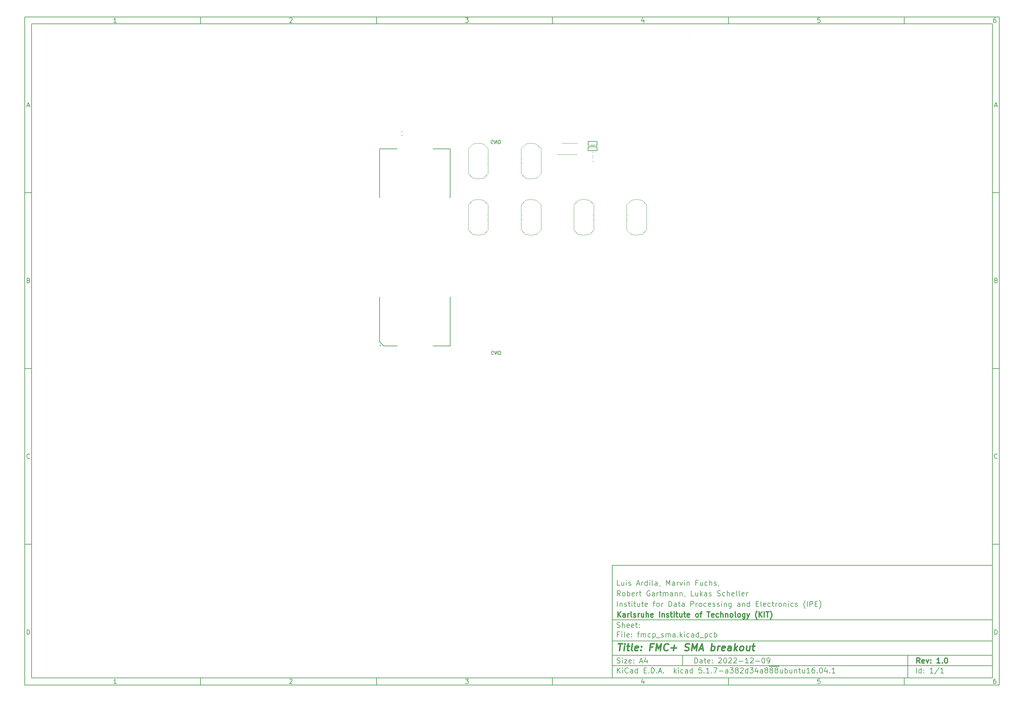
<source format=gbr>
%TF.GenerationSoftware,KiCad,Pcbnew,5.1.7-a382d34a8~88~ubuntu16.04.1*%
%TF.CreationDate,2022-12-09T16:50:09+01:00*%
%TF.ProjectId,fmcp_sma,666d6370-5f73-46d6-912e-6b696361645f,1.0*%
%TF.SameCoordinates,Original*%
%TF.FileFunction,Legend,Bot*%
%TF.FilePolarity,Positive*%
%FSLAX46Y46*%
G04 Gerber Fmt 4.6, Leading zero omitted, Abs format (unit mm)*
G04 Created by KiCad (PCBNEW 5.1.7-a382d34a8~88~ubuntu16.04.1) date 2022-12-09 16:50:09*
%MOMM*%
%LPD*%
G01*
G04 APERTURE LIST*
%ADD10C,0.050000*%
%ADD11C,0.150000*%
%ADD12C,0.300000*%
%ADD13C,0.400000*%
%ADD14C,0.120000*%
%ADD15C,0.200000*%
%ADD16C,0.100000*%
%ADD17C,1.550000*%
%ADD18C,0.510000*%
%ADD19C,1.270000*%
%ADD20C,0.640000*%
%ADD21C,2.000000*%
%ADD22C,2.250000*%
%ADD23C,2.050000*%
%ADD24C,2.700000*%
%ADD25C,5.400000*%
G04 APERTURE END LIST*
D10*
D11*
X177002200Y-166007200D02*
X177002200Y-198007200D01*
X285002200Y-198007200D01*
X285002200Y-166007200D01*
X177002200Y-166007200D01*
D10*
D11*
X10000000Y-10000000D02*
X10000000Y-200007200D01*
X287002200Y-200007200D01*
X287002200Y-10000000D01*
X10000000Y-10000000D01*
D10*
D11*
X12000000Y-12000000D02*
X12000000Y-198007200D01*
X285002200Y-198007200D01*
X285002200Y-12000000D01*
X12000000Y-12000000D01*
D10*
D11*
X60000000Y-12000000D02*
X60000000Y-10000000D01*
D10*
D11*
X110000000Y-12000000D02*
X110000000Y-10000000D01*
D10*
D11*
X160000000Y-12000000D02*
X160000000Y-10000000D01*
D10*
D11*
X210000000Y-12000000D02*
X210000000Y-10000000D01*
D10*
D11*
X260000000Y-12000000D02*
X260000000Y-10000000D01*
D10*
D11*
X36065476Y-11588095D02*
X35322619Y-11588095D01*
X35694047Y-11588095D02*
X35694047Y-10288095D01*
X35570238Y-10473809D01*
X35446428Y-10597619D01*
X35322619Y-10659523D01*
D10*
D11*
X85322619Y-10411904D02*
X85384523Y-10350000D01*
X85508333Y-10288095D01*
X85817857Y-10288095D01*
X85941666Y-10350000D01*
X86003571Y-10411904D01*
X86065476Y-10535714D01*
X86065476Y-10659523D01*
X86003571Y-10845238D01*
X85260714Y-11588095D01*
X86065476Y-11588095D01*
D10*
D11*
X135260714Y-10288095D02*
X136065476Y-10288095D01*
X135632142Y-10783333D01*
X135817857Y-10783333D01*
X135941666Y-10845238D01*
X136003571Y-10907142D01*
X136065476Y-11030952D01*
X136065476Y-11340476D01*
X136003571Y-11464285D01*
X135941666Y-11526190D01*
X135817857Y-11588095D01*
X135446428Y-11588095D01*
X135322619Y-11526190D01*
X135260714Y-11464285D01*
D10*
D11*
X185941666Y-10721428D02*
X185941666Y-11588095D01*
X185632142Y-10226190D02*
X185322619Y-11154761D01*
X186127380Y-11154761D01*
D10*
D11*
X236003571Y-10288095D02*
X235384523Y-10288095D01*
X235322619Y-10907142D01*
X235384523Y-10845238D01*
X235508333Y-10783333D01*
X235817857Y-10783333D01*
X235941666Y-10845238D01*
X236003571Y-10907142D01*
X236065476Y-11030952D01*
X236065476Y-11340476D01*
X236003571Y-11464285D01*
X235941666Y-11526190D01*
X235817857Y-11588095D01*
X235508333Y-11588095D01*
X235384523Y-11526190D01*
X235322619Y-11464285D01*
D10*
D11*
X285941666Y-10288095D02*
X285694047Y-10288095D01*
X285570238Y-10350000D01*
X285508333Y-10411904D01*
X285384523Y-10597619D01*
X285322619Y-10845238D01*
X285322619Y-11340476D01*
X285384523Y-11464285D01*
X285446428Y-11526190D01*
X285570238Y-11588095D01*
X285817857Y-11588095D01*
X285941666Y-11526190D01*
X286003571Y-11464285D01*
X286065476Y-11340476D01*
X286065476Y-11030952D01*
X286003571Y-10907142D01*
X285941666Y-10845238D01*
X285817857Y-10783333D01*
X285570238Y-10783333D01*
X285446428Y-10845238D01*
X285384523Y-10907142D01*
X285322619Y-11030952D01*
D10*
D11*
X60000000Y-198007200D02*
X60000000Y-200007200D01*
D10*
D11*
X110000000Y-198007200D02*
X110000000Y-200007200D01*
D10*
D11*
X160000000Y-198007200D02*
X160000000Y-200007200D01*
D10*
D11*
X210000000Y-198007200D02*
X210000000Y-200007200D01*
D10*
D11*
X260000000Y-198007200D02*
X260000000Y-200007200D01*
D10*
D11*
X36065476Y-199595295D02*
X35322619Y-199595295D01*
X35694047Y-199595295D02*
X35694047Y-198295295D01*
X35570238Y-198481009D01*
X35446428Y-198604819D01*
X35322619Y-198666723D01*
D10*
D11*
X85322619Y-198419104D02*
X85384523Y-198357200D01*
X85508333Y-198295295D01*
X85817857Y-198295295D01*
X85941666Y-198357200D01*
X86003571Y-198419104D01*
X86065476Y-198542914D01*
X86065476Y-198666723D01*
X86003571Y-198852438D01*
X85260714Y-199595295D01*
X86065476Y-199595295D01*
D10*
D11*
X135260714Y-198295295D02*
X136065476Y-198295295D01*
X135632142Y-198790533D01*
X135817857Y-198790533D01*
X135941666Y-198852438D01*
X136003571Y-198914342D01*
X136065476Y-199038152D01*
X136065476Y-199347676D01*
X136003571Y-199471485D01*
X135941666Y-199533390D01*
X135817857Y-199595295D01*
X135446428Y-199595295D01*
X135322619Y-199533390D01*
X135260714Y-199471485D01*
D10*
D11*
X185941666Y-198728628D02*
X185941666Y-199595295D01*
X185632142Y-198233390D02*
X185322619Y-199161961D01*
X186127380Y-199161961D01*
D10*
D11*
X236003571Y-198295295D02*
X235384523Y-198295295D01*
X235322619Y-198914342D01*
X235384523Y-198852438D01*
X235508333Y-198790533D01*
X235817857Y-198790533D01*
X235941666Y-198852438D01*
X236003571Y-198914342D01*
X236065476Y-199038152D01*
X236065476Y-199347676D01*
X236003571Y-199471485D01*
X235941666Y-199533390D01*
X235817857Y-199595295D01*
X235508333Y-199595295D01*
X235384523Y-199533390D01*
X235322619Y-199471485D01*
D10*
D11*
X285941666Y-198295295D02*
X285694047Y-198295295D01*
X285570238Y-198357200D01*
X285508333Y-198419104D01*
X285384523Y-198604819D01*
X285322619Y-198852438D01*
X285322619Y-199347676D01*
X285384523Y-199471485D01*
X285446428Y-199533390D01*
X285570238Y-199595295D01*
X285817857Y-199595295D01*
X285941666Y-199533390D01*
X286003571Y-199471485D01*
X286065476Y-199347676D01*
X286065476Y-199038152D01*
X286003571Y-198914342D01*
X285941666Y-198852438D01*
X285817857Y-198790533D01*
X285570238Y-198790533D01*
X285446428Y-198852438D01*
X285384523Y-198914342D01*
X285322619Y-199038152D01*
D10*
D11*
X10000000Y-60000000D02*
X12000000Y-60000000D01*
D10*
D11*
X10000000Y-110000000D02*
X12000000Y-110000000D01*
D10*
D11*
X10000000Y-160000000D02*
X12000000Y-160000000D01*
D10*
D11*
X10690476Y-35216666D02*
X11309523Y-35216666D01*
X10566666Y-35588095D02*
X11000000Y-34288095D01*
X11433333Y-35588095D01*
D10*
D11*
X11092857Y-84907142D02*
X11278571Y-84969047D01*
X11340476Y-85030952D01*
X11402380Y-85154761D01*
X11402380Y-85340476D01*
X11340476Y-85464285D01*
X11278571Y-85526190D01*
X11154761Y-85588095D01*
X10659523Y-85588095D01*
X10659523Y-84288095D01*
X11092857Y-84288095D01*
X11216666Y-84350000D01*
X11278571Y-84411904D01*
X11340476Y-84535714D01*
X11340476Y-84659523D01*
X11278571Y-84783333D01*
X11216666Y-84845238D01*
X11092857Y-84907142D01*
X10659523Y-84907142D01*
D10*
D11*
X11402380Y-135464285D02*
X11340476Y-135526190D01*
X11154761Y-135588095D01*
X11030952Y-135588095D01*
X10845238Y-135526190D01*
X10721428Y-135402380D01*
X10659523Y-135278571D01*
X10597619Y-135030952D01*
X10597619Y-134845238D01*
X10659523Y-134597619D01*
X10721428Y-134473809D01*
X10845238Y-134350000D01*
X11030952Y-134288095D01*
X11154761Y-134288095D01*
X11340476Y-134350000D01*
X11402380Y-134411904D01*
D10*
D11*
X10659523Y-185588095D02*
X10659523Y-184288095D01*
X10969047Y-184288095D01*
X11154761Y-184350000D01*
X11278571Y-184473809D01*
X11340476Y-184597619D01*
X11402380Y-184845238D01*
X11402380Y-185030952D01*
X11340476Y-185278571D01*
X11278571Y-185402380D01*
X11154761Y-185526190D01*
X10969047Y-185588095D01*
X10659523Y-185588095D01*
D10*
D11*
X287002200Y-60000000D02*
X285002200Y-60000000D01*
D10*
D11*
X287002200Y-110000000D02*
X285002200Y-110000000D01*
D10*
D11*
X287002200Y-160000000D02*
X285002200Y-160000000D01*
D10*
D11*
X285692676Y-35216666D02*
X286311723Y-35216666D01*
X285568866Y-35588095D02*
X286002200Y-34288095D01*
X286435533Y-35588095D01*
D10*
D11*
X286095057Y-84907142D02*
X286280771Y-84969047D01*
X286342676Y-85030952D01*
X286404580Y-85154761D01*
X286404580Y-85340476D01*
X286342676Y-85464285D01*
X286280771Y-85526190D01*
X286156961Y-85588095D01*
X285661723Y-85588095D01*
X285661723Y-84288095D01*
X286095057Y-84288095D01*
X286218866Y-84350000D01*
X286280771Y-84411904D01*
X286342676Y-84535714D01*
X286342676Y-84659523D01*
X286280771Y-84783333D01*
X286218866Y-84845238D01*
X286095057Y-84907142D01*
X285661723Y-84907142D01*
D10*
D11*
X286404580Y-135464285D02*
X286342676Y-135526190D01*
X286156961Y-135588095D01*
X286033152Y-135588095D01*
X285847438Y-135526190D01*
X285723628Y-135402380D01*
X285661723Y-135278571D01*
X285599819Y-135030952D01*
X285599819Y-134845238D01*
X285661723Y-134597619D01*
X285723628Y-134473809D01*
X285847438Y-134350000D01*
X286033152Y-134288095D01*
X286156961Y-134288095D01*
X286342676Y-134350000D01*
X286404580Y-134411904D01*
D10*
D11*
X285661723Y-185588095D02*
X285661723Y-184288095D01*
X285971247Y-184288095D01*
X286156961Y-184350000D01*
X286280771Y-184473809D01*
X286342676Y-184597619D01*
X286404580Y-184845238D01*
X286404580Y-185030952D01*
X286342676Y-185278571D01*
X286280771Y-185402380D01*
X286156961Y-185526190D01*
X285971247Y-185588095D01*
X285661723Y-185588095D01*
D10*
D11*
X200434342Y-193785771D02*
X200434342Y-192285771D01*
X200791485Y-192285771D01*
X201005771Y-192357200D01*
X201148628Y-192500057D01*
X201220057Y-192642914D01*
X201291485Y-192928628D01*
X201291485Y-193142914D01*
X201220057Y-193428628D01*
X201148628Y-193571485D01*
X201005771Y-193714342D01*
X200791485Y-193785771D01*
X200434342Y-193785771D01*
X202577200Y-193785771D02*
X202577200Y-193000057D01*
X202505771Y-192857200D01*
X202362914Y-192785771D01*
X202077200Y-192785771D01*
X201934342Y-192857200D01*
X202577200Y-193714342D02*
X202434342Y-193785771D01*
X202077200Y-193785771D01*
X201934342Y-193714342D01*
X201862914Y-193571485D01*
X201862914Y-193428628D01*
X201934342Y-193285771D01*
X202077200Y-193214342D01*
X202434342Y-193214342D01*
X202577200Y-193142914D01*
X203077200Y-192785771D02*
X203648628Y-192785771D01*
X203291485Y-192285771D02*
X203291485Y-193571485D01*
X203362914Y-193714342D01*
X203505771Y-193785771D01*
X203648628Y-193785771D01*
X204720057Y-193714342D02*
X204577200Y-193785771D01*
X204291485Y-193785771D01*
X204148628Y-193714342D01*
X204077200Y-193571485D01*
X204077200Y-193000057D01*
X204148628Y-192857200D01*
X204291485Y-192785771D01*
X204577200Y-192785771D01*
X204720057Y-192857200D01*
X204791485Y-193000057D01*
X204791485Y-193142914D01*
X204077200Y-193285771D01*
X205434342Y-193642914D02*
X205505771Y-193714342D01*
X205434342Y-193785771D01*
X205362914Y-193714342D01*
X205434342Y-193642914D01*
X205434342Y-193785771D01*
X205434342Y-192857200D02*
X205505771Y-192928628D01*
X205434342Y-193000057D01*
X205362914Y-192928628D01*
X205434342Y-192857200D01*
X205434342Y-193000057D01*
X207220057Y-192428628D02*
X207291485Y-192357200D01*
X207434342Y-192285771D01*
X207791485Y-192285771D01*
X207934342Y-192357200D01*
X208005771Y-192428628D01*
X208077200Y-192571485D01*
X208077200Y-192714342D01*
X208005771Y-192928628D01*
X207148628Y-193785771D01*
X208077200Y-193785771D01*
X209005771Y-192285771D02*
X209148628Y-192285771D01*
X209291485Y-192357200D01*
X209362914Y-192428628D01*
X209434342Y-192571485D01*
X209505771Y-192857200D01*
X209505771Y-193214342D01*
X209434342Y-193500057D01*
X209362914Y-193642914D01*
X209291485Y-193714342D01*
X209148628Y-193785771D01*
X209005771Y-193785771D01*
X208862914Y-193714342D01*
X208791485Y-193642914D01*
X208720057Y-193500057D01*
X208648628Y-193214342D01*
X208648628Y-192857200D01*
X208720057Y-192571485D01*
X208791485Y-192428628D01*
X208862914Y-192357200D01*
X209005771Y-192285771D01*
X210077200Y-192428628D02*
X210148628Y-192357200D01*
X210291485Y-192285771D01*
X210648628Y-192285771D01*
X210791485Y-192357200D01*
X210862914Y-192428628D01*
X210934342Y-192571485D01*
X210934342Y-192714342D01*
X210862914Y-192928628D01*
X210005771Y-193785771D01*
X210934342Y-193785771D01*
X211505771Y-192428628D02*
X211577200Y-192357200D01*
X211720057Y-192285771D01*
X212077200Y-192285771D01*
X212220057Y-192357200D01*
X212291485Y-192428628D01*
X212362914Y-192571485D01*
X212362914Y-192714342D01*
X212291485Y-192928628D01*
X211434342Y-193785771D01*
X212362914Y-193785771D01*
X213005771Y-193214342D02*
X214148628Y-193214342D01*
X215648628Y-193785771D02*
X214791485Y-193785771D01*
X215220057Y-193785771D02*
X215220057Y-192285771D01*
X215077200Y-192500057D01*
X214934342Y-192642914D01*
X214791485Y-192714342D01*
X216220057Y-192428628D02*
X216291485Y-192357200D01*
X216434342Y-192285771D01*
X216791485Y-192285771D01*
X216934342Y-192357200D01*
X217005771Y-192428628D01*
X217077200Y-192571485D01*
X217077200Y-192714342D01*
X217005771Y-192928628D01*
X216148628Y-193785771D01*
X217077200Y-193785771D01*
X217720057Y-193214342D02*
X218862914Y-193214342D01*
X219862914Y-192285771D02*
X220005771Y-192285771D01*
X220148628Y-192357200D01*
X220220057Y-192428628D01*
X220291485Y-192571485D01*
X220362914Y-192857200D01*
X220362914Y-193214342D01*
X220291485Y-193500057D01*
X220220057Y-193642914D01*
X220148628Y-193714342D01*
X220005771Y-193785771D01*
X219862914Y-193785771D01*
X219720057Y-193714342D01*
X219648628Y-193642914D01*
X219577200Y-193500057D01*
X219505771Y-193214342D01*
X219505771Y-192857200D01*
X219577200Y-192571485D01*
X219648628Y-192428628D01*
X219720057Y-192357200D01*
X219862914Y-192285771D01*
X221077200Y-193785771D02*
X221362914Y-193785771D01*
X221505771Y-193714342D01*
X221577200Y-193642914D01*
X221720057Y-193428628D01*
X221791485Y-193142914D01*
X221791485Y-192571485D01*
X221720057Y-192428628D01*
X221648628Y-192357200D01*
X221505771Y-192285771D01*
X221220057Y-192285771D01*
X221077200Y-192357200D01*
X221005771Y-192428628D01*
X220934342Y-192571485D01*
X220934342Y-192928628D01*
X221005771Y-193071485D01*
X221077200Y-193142914D01*
X221220057Y-193214342D01*
X221505771Y-193214342D01*
X221648628Y-193142914D01*
X221720057Y-193071485D01*
X221791485Y-192928628D01*
D10*
D11*
X177002200Y-194507200D02*
X285002200Y-194507200D01*
D10*
D11*
X178434342Y-196585771D02*
X178434342Y-195085771D01*
X179291485Y-196585771D02*
X178648628Y-195728628D01*
X179291485Y-195085771D02*
X178434342Y-195942914D01*
X179934342Y-196585771D02*
X179934342Y-195585771D01*
X179934342Y-195085771D02*
X179862914Y-195157200D01*
X179934342Y-195228628D01*
X180005771Y-195157200D01*
X179934342Y-195085771D01*
X179934342Y-195228628D01*
X181505771Y-196442914D02*
X181434342Y-196514342D01*
X181220057Y-196585771D01*
X181077200Y-196585771D01*
X180862914Y-196514342D01*
X180720057Y-196371485D01*
X180648628Y-196228628D01*
X180577200Y-195942914D01*
X180577200Y-195728628D01*
X180648628Y-195442914D01*
X180720057Y-195300057D01*
X180862914Y-195157200D01*
X181077200Y-195085771D01*
X181220057Y-195085771D01*
X181434342Y-195157200D01*
X181505771Y-195228628D01*
X182791485Y-196585771D02*
X182791485Y-195800057D01*
X182720057Y-195657200D01*
X182577200Y-195585771D01*
X182291485Y-195585771D01*
X182148628Y-195657200D01*
X182791485Y-196514342D02*
X182648628Y-196585771D01*
X182291485Y-196585771D01*
X182148628Y-196514342D01*
X182077200Y-196371485D01*
X182077200Y-196228628D01*
X182148628Y-196085771D01*
X182291485Y-196014342D01*
X182648628Y-196014342D01*
X182791485Y-195942914D01*
X184148628Y-196585771D02*
X184148628Y-195085771D01*
X184148628Y-196514342D02*
X184005771Y-196585771D01*
X183720057Y-196585771D01*
X183577200Y-196514342D01*
X183505771Y-196442914D01*
X183434342Y-196300057D01*
X183434342Y-195871485D01*
X183505771Y-195728628D01*
X183577200Y-195657200D01*
X183720057Y-195585771D01*
X184005771Y-195585771D01*
X184148628Y-195657200D01*
X186005771Y-195800057D02*
X186505771Y-195800057D01*
X186720057Y-196585771D02*
X186005771Y-196585771D01*
X186005771Y-195085771D01*
X186720057Y-195085771D01*
X187362914Y-196442914D02*
X187434342Y-196514342D01*
X187362914Y-196585771D01*
X187291485Y-196514342D01*
X187362914Y-196442914D01*
X187362914Y-196585771D01*
X188077200Y-196585771D02*
X188077200Y-195085771D01*
X188434342Y-195085771D01*
X188648628Y-195157200D01*
X188791485Y-195300057D01*
X188862914Y-195442914D01*
X188934342Y-195728628D01*
X188934342Y-195942914D01*
X188862914Y-196228628D01*
X188791485Y-196371485D01*
X188648628Y-196514342D01*
X188434342Y-196585771D01*
X188077200Y-196585771D01*
X189577200Y-196442914D02*
X189648628Y-196514342D01*
X189577200Y-196585771D01*
X189505771Y-196514342D01*
X189577200Y-196442914D01*
X189577200Y-196585771D01*
X190220057Y-196157200D02*
X190934342Y-196157200D01*
X190077200Y-196585771D02*
X190577200Y-195085771D01*
X191077200Y-196585771D01*
X191577200Y-196442914D02*
X191648628Y-196514342D01*
X191577200Y-196585771D01*
X191505771Y-196514342D01*
X191577200Y-196442914D01*
X191577200Y-196585771D01*
X194577200Y-196585771D02*
X194577200Y-195085771D01*
X194720057Y-196014342D02*
X195148628Y-196585771D01*
X195148628Y-195585771D02*
X194577200Y-196157200D01*
X195791485Y-196585771D02*
X195791485Y-195585771D01*
X195791485Y-195085771D02*
X195720057Y-195157200D01*
X195791485Y-195228628D01*
X195862914Y-195157200D01*
X195791485Y-195085771D01*
X195791485Y-195228628D01*
X197148628Y-196514342D02*
X197005771Y-196585771D01*
X196720057Y-196585771D01*
X196577200Y-196514342D01*
X196505771Y-196442914D01*
X196434342Y-196300057D01*
X196434342Y-195871485D01*
X196505771Y-195728628D01*
X196577200Y-195657200D01*
X196720057Y-195585771D01*
X197005771Y-195585771D01*
X197148628Y-195657200D01*
X198434342Y-196585771D02*
X198434342Y-195800057D01*
X198362914Y-195657200D01*
X198220057Y-195585771D01*
X197934342Y-195585771D01*
X197791485Y-195657200D01*
X198434342Y-196514342D02*
X198291485Y-196585771D01*
X197934342Y-196585771D01*
X197791485Y-196514342D01*
X197720057Y-196371485D01*
X197720057Y-196228628D01*
X197791485Y-196085771D01*
X197934342Y-196014342D01*
X198291485Y-196014342D01*
X198434342Y-195942914D01*
X199791485Y-196585771D02*
X199791485Y-195085771D01*
X199791485Y-196514342D02*
X199648628Y-196585771D01*
X199362914Y-196585771D01*
X199220057Y-196514342D01*
X199148628Y-196442914D01*
X199077200Y-196300057D01*
X199077200Y-195871485D01*
X199148628Y-195728628D01*
X199220057Y-195657200D01*
X199362914Y-195585771D01*
X199648628Y-195585771D01*
X199791485Y-195657200D01*
X202362914Y-195085771D02*
X201648628Y-195085771D01*
X201577200Y-195800057D01*
X201648628Y-195728628D01*
X201791485Y-195657200D01*
X202148628Y-195657200D01*
X202291485Y-195728628D01*
X202362914Y-195800057D01*
X202434342Y-195942914D01*
X202434342Y-196300057D01*
X202362914Y-196442914D01*
X202291485Y-196514342D01*
X202148628Y-196585771D01*
X201791485Y-196585771D01*
X201648628Y-196514342D01*
X201577200Y-196442914D01*
X203077200Y-196442914D02*
X203148628Y-196514342D01*
X203077200Y-196585771D01*
X203005771Y-196514342D01*
X203077200Y-196442914D01*
X203077200Y-196585771D01*
X204577200Y-196585771D02*
X203720057Y-196585771D01*
X204148628Y-196585771D02*
X204148628Y-195085771D01*
X204005771Y-195300057D01*
X203862914Y-195442914D01*
X203720057Y-195514342D01*
X205220057Y-196442914D02*
X205291485Y-196514342D01*
X205220057Y-196585771D01*
X205148628Y-196514342D01*
X205220057Y-196442914D01*
X205220057Y-196585771D01*
X205791485Y-195085771D02*
X206791485Y-195085771D01*
X206148628Y-196585771D01*
X207362914Y-196014342D02*
X208505771Y-196014342D01*
X209862914Y-196585771D02*
X209862914Y-195800057D01*
X209791485Y-195657200D01*
X209648628Y-195585771D01*
X209362914Y-195585771D01*
X209220057Y-195657200D01*
X209862914Y-196514342D02*
X209720057Y-196585771D01*
X209362914Y-196585771D01*
X209220057Y-196514342D01*
X209148628Y-196371485D01*
X209148628Y-196228628D01*
X209220057Y-196085771D01*
X209362914Y-196014342D01*
X209720057Y-196014342D01*
X209862914Y-195942914D01*
X210434342Y-195085771D02*
X211362914Y-195085771D01*
X210862914Y-195657200D01*
X211077200Y-195657200D01*
X211220057Y-195728628D01*
X211291485Y-195800057D01*
X211362914Y-195942914D01*
X211362914Y-196300057D01*
X211291485Y-196442914D01*
X211220057Y-196514342D01*
X211077200Y-196585771D01*
X210648628Y-196585771D01*
X210505771Y-196514342D01*
X210434342Y-196442914D01*
X212220057Y-195728628D02*
X212077200Y-195657200D01*
X212005771Y-195585771D01*
X211934342Y-195442914D01*
X211934342Y-195371485D01*
X212005771Y-195228628D01*
X212077200Y-195157200D01*
X212220057Y-195085771D01*
X212505771Y-195085771D01*
X212648628Y-195157200D01*
X212720057Y-195228628D01*
X212791485Y-195371485D01*
X212791485Y-195442914D01*
X212720057Y-195585771D01*
X212648628Y-195657200D01*
X212505771Y-195728628D01*
X212220057Y-195728628D01*
X212077200Y-195800057D01*
X212005771Y-195871485D01*
X211934342Y-196014342D01*
X211934342Y-196300057D01*
X212005771Y-196442914D01*
X212077200Y-196514342D01*
X212220057Y-196585771D01*
X212505771Y-196585771D01*
X212648628Y-196514342D01*
X212720057Y-196442914D01*
X212791485Y-196300057D01*
X212791485Y-196014342D01*
X212720057Y-195871485D01*
X212648628Y-195800057D01*
X212505771Y-195728628D01*
X213362914Y-195228628D02*
X213434342Y-195157200D01*
X213577200Y-195085771D01*
X213934342Y-195085771D01*
X214077200Y-195157200D01*
X214148628Y-195228628D01*
X214220057Y-195371485D01*
X214220057Y-195514342D01*
X214148628Y-195728628D01*
X213291485Y-196585771D01*
X214220057Y-196585771D01*
X215505771Y-196585771D02*
X215505771Y-195085771D01*
X215505771Y-196514342D02*
X215362914Y-196585771D01*
X215077200Y-196585771D01*
X214934342Y-196514342D01*
X214862914Y-196442914D01*
X214791485Y-196300057D01*
X214791485Y-195871485D01*
X214862914Y-195728628D01*
X214934342Y-195657200D01*
X215077200Y-195585771D01*
X215362914Y-195585771D01*
X215505771Y-195657200D01*
X216077200Y-195085771D02*
X217005771Y-195085771D01*
X216505771Y-195657200D01*
X216720057Y-195657200D01*
X216862914Y-195728628D01*
X216934342Y-195800057D01*
X217005771Y-195942914D01*
X217005771Y-196300057D01*
X216934342Y-196442914D01*
X216862914Y-196514342D01*
X216720057Y-196585771D01*
X216291485Y-196585771D01*
X216148628Y-196514342D01*
X216077200Y-196442914D01*
X218291485Y-195585771D02*
X218291485Y-196585771D01*
X217934342Y-195014342D02*
X217577200Y-196085771D01*
X218505771Y-196085771D01*
X219720057Y-196585771D02*
X219720057Y-195800057D01*
X219648628Y-195657200D01*
X219505771Y-195585771D01*
X219220057Y-195585771D01*
X219077200Y-195657200D01*
X219720057Y-196514342D02*
X219577200Y-196585771D01*
X219220057Y-196585771D01*
X219077200Y-196514342D01*
X219005771Y-196371485D01*
X219005771Y-196228628D01*
X219077200Y-196085771D01*
X219220057Y-196014342D01*
X219577200Y-196014342D01*
X219720057Y-195942914D01*
X220648628Y-195728628D02*
X220505771Y-195657200D01*
X220434342Y-195585771D01*
X220362914Y-195442914D01*
X220362914Y-195371485D01*
X220434342Y-195228628D01*
X220505771Y-195157200D01*
X220648628Y-195085771D01*
X220934342Y-195085771D01*
X221077200Y-195157200D01*
X221148628Y-195228628D01*
X221220057Y-195371485D01*
X221220057Y-195442914D01*
X221148628Y-195585771D01*
X221077200Y-195657200D01*
X220934342Y-195728628D01*
X220648628Y-195728628D01*
X220505771Y-195800057D01*
X220434342Y-195871485D01*
X220362914Y-196014342D01*
X220362914Y-196300057D01*
X220434342Y-196442914D01*
X220505771Y-196514342D01*
X220648628Y-196585771D01*
X220934342Y-196585771D01*
X221077200Y-196514342D01*
X221148628Y-196442914D01*
X221220057Y-196300057D01*
X221220057Y-196014342D01*
X221148628Y-195871485D01*
X221077200Y-195800057D01*
X220934342Y-195728628D01*
X221505771Y-194677200D02*
X222934342Y-194677200D01*
X222077200Y-195728628D02*
X221934342Y-195657200D01*
X221862914Y-195585771D01*
X221791485Y-195442914D01*
X221791485Y-195371485D01*
X221862914Y-195228628D01*
X221934342Y-195157200D01*
X222077200Y-195085771D01*
X222362914Y-195085771D01*
X222505771Y-195157200D01*
X222577200Y-195228628D01*
X222648628Y-195371485D01*
X222648628Y-195442914D01*
X222577200Y-195585771D01*
X222505771Y-195657200D01*
X222362914Y-195728628D01*
X222077200Y-195728628D01*
X221934342Y-195800057D01*
X221862914Y-195871485D01*
X221791485Y-196014342D01*
X221791485Y-196300057D01*
X221862914Y-196442914D01*
X221934342Y-196514342D01*
X222077200Y-196585771D01*
X222362914Y-196585771D01*
X222505771Y-196514342D01*
X222577200Y-196442914D01*
X222648628Y-196300057D01*
X222648628Y-196014342D01*
X222577200Y-195871485D01*
X222505771Y-195800057D01*
X222362914Y-195728628D01*
X222934342Y-194677200D02*
X224362914Y-194677200D01*
X223505771Y-195728628D02*
X223362914Y-195657200D01*
X223291485Y-195585771D01*
X223220057Y-195442914D01*
X223220057Y-195371485D01*
X223291485Y-195228628D01*
X223362914Y-195157200D01*
X223505771Y-195085771D01*
X223791485Y-195085771D01*
X223934342Y-195157200D01*
X224005771Y-195228628D01*
X224077199Y-195371485D01*
X224077199Y-195442914D01*
X224005771Y-195585771D01*
X223934342Y-195657200D01*
X223791485Y-195728628D01*
X223505771Y-195728628D01*
X223362914Y-195800057D01*
X223291485Y-195871485D01*
X223220057Y-196014342D01*
X223220057Y-196300057D01*
X223291485Y-196442914D01*
X223362914Y-196514342D01*
X223505771Y-196585771D01*
X223791485Y-196585771D01*
X223934342Y-196514342D01*
X224005771Y-196442914D01*
X224077199Y-196300057D01*
X224077199Y-196014342D01*
X224005771Y-195871485D01*
X223934342Y-195800057D01*
X223791485Y-195728628D01*
X225362914Y-195585771D02*
X225362914Y-196585771D01*
X224720057Y-195585771D02*
X224720057Y-196371485D01*
X224791485Y-196514342D01*
X224934342Y-196585771D01*
X225148628Y-196585771D01*
X225291485Y-196514342D01*
X225362914Y-196442914D01*
X226077199Y-196585771D02*
X226077199Y-195085771D01*
X226077199Y-195657200D02*
X226220057Y-195585771D01*
X226505771Y-195585771D01*
X226648628Y-195657200D01*
X226720057Y-195728628D01*
X226791485Y-195871485D01*
X226791485Y-196300057D01*
X226720057Y-196442914D01*
X226648628Y-196514342D01*
X226505771Y-196585771D01*
X226220057Y-196585771D01*
X226077199Y-196514342D01*
X228077199Y-195585771D02*
X228077199Y-196585771D01*
X227434342Y-195585771D02*
X227434342Y-196371485D01*
X227505771Y-196514342D01*
X227648628Y-196585771D01*
X227862914Y-196585771D01*
X228005771Y-196514342D01*
X228077199Y-196442914D01*
X228791485Y-195585771D02*
X228791485Y-196585771D01*
X228791485Y-195728628D02*
X228862914Y-195657200D01*
X229005771Y-195585771D01*
X229220057Y-195585771D01*
X229362914Y-195657200D01*
X229434342Y-195800057D01*
X229434342Y-196585771D01*
X229934342Y-195585771D02*
X230505771Y-195585771D01*
X230148628Y-195085771D02*
X230148628Y-196371485D01*
X230220057Y-196514342D01*
X230362914Y-196585771D01*
X230505771Y-196585771D01*
X231648628Y-195585771D02*
X231648628Y-196585771D01*
X231005771Y-195585771D02*
X231005771Y-196371485D01*
X231077199Y-196514342D01*
X231220057Y-196585771D01*
X231434342Y-196585771D01*
X231577199Y-196514342D01*
X231648628Y-196442914D01*
X233148628Y-196585771D02*
X232291485Y-196585771D01*
X232720057Y-196585771D02*
X232720057Y-195085771D01*
X232577200Y-195300057D01*
X232434342Y-195442914D01*
X232291485Y-195514342D01*
X234434342Y-195085771D02*
X234148628Y-195085771D01*
X234005771Y-195157200D01*
X233934342Y-195228628D01*
X233791485Y-195442914D01*
X233720057Y-195728628D01*
X233720057Y-196300057D01*
X233791485Y-196442914D01*
X233862914Y-196514342D01*
X234005771Y-196585771D01*
X234291485Y-196585771D01*
X234434342Y-196514342D01*
X234505771Y-196442914D01*
X234577199Y-196300057D01*
X234577199Y-195942914D01*
X234505771Y-195800057D01*
X234434342Y-195728628D01*
X234291485Y-195657200D01*
X234005771Y-195657200D01*
X233862914Y-195728628D01*
X233791485Y-195800057D01*
X233720057Y-195942914D01*
X235220057Y-196442914D02*
X235291485Y-196514342D01*
X235220057Y-196585771D01*
X235148628Y-196514342D01*
X235220057Y-196442914D01*
X235220057Y-196585771D01*
X236220057Y-195085771D02*
X236362914Y-195085771D01*
X236505771Y-195157200D01*
X236577199Y-195228628D01*
X236648628Y-195371485D01*
X236720057Y-195657200D01*
X236720057Y-196014342D01*
X236648628Y-196300057D01*
X236577199Y-196442914D01*
X236505771Y-196514342D01*
X236362914Y-196585771D01*
X236220057Y-196585771D01*
X236077199Y-196514342D01*
X236005771Y-196442914D01*
X235934342Y-196300057D01*
X235862914Y-196014342D01*
X235862914Y-195657200D01*
X235934342Y-195371485D01*
X236005771Y-195228628D01*
X236077199Y-195157200D01*
X236220057Y-195085771D01*
X238005771Y-195585771D02*
X238005771Y-196585771D01*
X237648628Y-195014342D02*
X237291485Y-196085771D01*
X238220057Y-196085771D01*
X238791485Y-196442914D02*
X238862914Y-196514342D01*
X238791485Y-196585771D01*
X238720057Y-196514342D01*
X238791485Y-196442914D01*
X238791485Y-196585771D01*
X240291485Y-196585771D02*
X239434342Y-196585771D01*
X239862914Y-196585771D02*
X239862914Y-195085771D01*
X239720057Y-195300057D01*
X239577199Y-195442914D01*
X239434342Y-195514342D01*
D10*
D11*
X177002200Y-191507200D02*
X285002200Y-191507200D01*
D10*
D12*
X264411485Y-193785771D02*
X263911485Y-193071485D01*
X263554342Y-193785771D02*
X263554342Y-192285771D01*
X264125771Y-192285771D01*
X264268628Y-192357200D01*
X264340057Y-192428628D01*
X264411485Y-192571485D01*
X264411485Y-192785771D01*
X264340057Y-192928628D01*
X264268628Y-193000057D01*
X264125771Y-193071485D01*
X263554342Y-193071485D01*
X265625771Y-193714342D02*
X265482914Y-193785771D01*
X265197200Y-193785771D01*
X265054342Y-193714342D01*
X264982914Y-193571485D01*
X264982914Y-193000057D01*
X265054342Y-192857200D01*
X265197200Y-192785771D01*
X265482914Y-192785771D01*
X265625771Y-192857200D01*
X265697200Y-193000057D01*
X265697200Y-193142914D01*
X264982914Y-193285771D01*
X266197200Y-192785771D02*
X266554342Y-193785771D01*
X266911485Y-192785771D01*
X267482914Y-193642914D02*
X267554342Y-193714342D01*
X267482914Y-193785771D01*
X267411485Y-193714342D01*
X267482914Y-193642914D01*
X267482914Y-193785771D01*
X267482914Y-192857200D02*
X267554342Y-192928628D01*
X267482914Y-193000057D01*
X267411485Y-192928628D01*
X267482914Y-192857200D01*
X267482914Y-193000057D01*
X270125771Y-193785771D02*
X269268628Y-193785771D01*
X269697200Y-193785771D02*
X269697200Y-192285771D01*
X269554342Y-192500057D01*
X269411485Y-192642914D01*
X269268628Y-192714342D01*
X270768628Y-193642914D02*
X270840057Y-193714342D01*
X270768628Y-193785771D01*
X270697200Y-193714342D01*
X270768628Y-193642914D01*
X270768628Y-193785771D01*
X271768628Y-192285771D02*
X271911485Y-192285771D01*
X272054342Y-192357200D01*
X272125771Y-192428628D01*
X272197200Y-192571485D01*
X272268628Y-192857200D01*
X272268628Y-193214342D01*
X272197200Y-193500057D01*
X272125771Y-193642914D01*
X272054342Y-193714342D01*
X271911485Y-193785771D01*
X271768628Y-193785771D01*
X271625771Y-193714342D01*
X271554342Y-193642914D01*
X271482914Y-193500057D01*
X271411485Y-193214342D01*
X271411485Y-192857200D01*
X271482914Y-192571485D01*
X271554342Y-192428628D01*
X271625771Y-192357200D01*
X271768628Y-192285771D01*
D10*
D11*
X178362914Y-193714342D02*
X178577200Y-193785771D01*
X178934342Y-193785771D01*
X179077200Y-193714342D01*
X179148628Y-193642914D01*
X179220057Y-193500057D01*
X179220057Y-193357200D01*
X179148628Y-193214342D01*
X179077200Y-193142914D01*
X178934342Y-193071485D01*
X178648628Y-193000057D01*
X178505771Y-192928628D01*
X178434342Y-192857200D01*
X178362914Y-192714342D01*
X178362914Y-192571485D01*
X178434342Y-192428628D01*
X178505771Y-192357200D01*
X178648628Y-192285771D01*
X179005771Y-192285771D01*
X179220057Y-192357200D01*
X179862914Y-193785771D02*
X179862914Y-192785771D01*
X179862914Y-192285771D02*
X179791485Y-192357200D01*
X179862914Y-192428628D01*
X179934342Y-192357200D01*
X179862914Y-192285771D01*
X179862914Y-192428628D01*
X180434342Y-192785771D02*
X181220057Y-192785771D01*
X180434342Y-193785771D01*
X181220057Y-193785771D01*
X182362914Y-193714342D02*
X182220057Y-193785771D01*
X181934342Y-193785771D01*
X181791485Y-193714342D01*
X181720057Y-193571485D01*
X181720057Y-193000057D01*
X181791485Y-192857200D01*
X181934342Y-192785771D01*
X182220057Y-192785771D01*
X182362914Y-192857200D01*
X182434342Y-193000057D01*
X182434342Y-193142914D01*
X181720057Y-193285771D01*
X183077200Y-193642914D02*
X183148628Y-193714342D01*
X183077200Y-193785771D01*
X183005771Y-193714342D01*
X183077200Y-193642914D01*
X183077200Y-193785771D01*
X183077200Y-192857200D02*
X183148628Y-192928628D01*
X183077200Y-193000057D01*
X183005771Y-192928628D01*
X183077200Y-192857200D01*
X183077200Y-193000057D01*
X184862914Y-193357200D02*
X185577200Y-193357200D01*
X184720057Y-193785771D02*
X185220057Y-192285771D01*
X185720057Y-193785771D01*
X186862914Y-192785771D02*
X186862914Y-193785771D01*
X186505771Y-192214342D02*
X186148628Y-193285771D01*
X187077200Y-193285771D01*
D10*
D11*
X263434342Y-196585771D02*
X263434342Y-195085771D01*
X264791485Y-196585771D02*
X264791485Y-195085771D01*
X264791485Y-196514342D02*
X264648628Y-196585771D01*
X264362914Y-196585771D01*
X264220057Y-196514342D01*
X264148628Y-196442914D01*
X264077200Y-196300057D01*
X264077200Y-195871485D01*
X264148628Y-195728628D01*
X264220057Y-195657200D01*
X264362914Y-195585771D01*
X264648628Y-195585771D01*
X264791485Y-195657200D01*
X265505771Y-196442914D02*
X265577200Y-196514342D01*
X265505771Y-196585771D01*
X265434342Y-196514342D01*
X265505771Y-196442914D01*
X265505771Y-196585771D01*
X265505771Y-195657200D02*
X265577200Y-195728628D01*
X265505771Y-195800057D01*
X265434342Y-195728628D01*
X265505771Y-195657200D01*
X265505771Y-195800057D01*
X268148628Y-196585771D02*
X267291485Y-196585771D01*
X267720057Y-196585771D02*
X267720057Y-195085771D01*
X267577200Y-195300057D01*
X267434342Y-195442914D01*
X267291485Y-195514342D01*
X269862914Y-195014342D02*
X268577200Y-196942914D01*
X271148628Y-196585771D02*
X270291485Y-196585771D01*
X270720057Y-196585771D02*
X270720057Y-195085771D01*
X270577200Y-195300057D01*
X270434342Y-195442914D01*
X270291485Y-195514342D01*
D10*
D11*
X177002200Y-187507200D02*
X285002200Y-187507200D01*
D10*
D13*
X178714580Y-188211961D02*
X179857438Y-188211961D01*
X179036009Y-190211961D02*
X179286009Y-188211961D01*
X180274104Y-190211961D02*
X180440771Y-188878628D01*
X180524104Y-188211961D02*
X180416961Y-188307200D01*
X180500295Y-188402438D01*
X180607438Y-188307200D01*
X180524104Y-188211961D01*
X180500295Y-188402438D01*
X181107438Y-188878628D02*
X181869342Y-188878628D01*
X181476485Y-188211961D02*
X181262200Y-189926247D01*
X181333628Y-190116723D01*
X181512200Y-190211961D01*
X181702676Y-190211961D01*
X182655057Y-190211961D02*
X182476485Y-190116723D01*
X182405057Y-189926247D01*
X182619342Y-188211961D01*
X184190771Y-190116723D02*
X183988390Y-190211961D01*
X183607438Y-190211961D01*
X183428866Y-190116723D01*
X183357438Y-189926247D01*
X183452676Y-189164342D01*
X183571723Y-188973866D01*
X183774104Y-188878628D01*
X184155057Y-188878628D01*
X184333628Y-188973866D01*
X184405057Y-189164342D01*
X184381247Y-189354819D01*
X183405057Y-189545295D01*
X185155057Y-190021485D02*
X185238390Y-190116723D01*
X185131247Y-190211961D01*
X185047914Y-190116723D01*
X185155057Y-190021485D01*
X185131247Y-190211961D01*
X185286009Y-188973866D02*
X185369342Y-189069104D01*
X185262200Y-189164342D01*
X185178866Y-189069104D01*
X185286009Y-188973866D01*
X185262200Y-189164342D01*
X188405057Y-189164342D02*
X187738390Y-189164342D01*
X187607438Y-190211961D02*
X187857438Y-188211961D01*
X188809819Y-188211961D01*
X189321723Y-190211961D02*
X189571723Y-188211961D01*
X190059819Y-189640533D01*
X190905057Y-188211961D01*
X190655057Y-190211961D01*
X192774104Y-190021485D02*
X192666961Y-190116723D01*
X192369342Y-190211961D01*
X192178866Y-190211961D01*
X191905057Y-190116723D01*
X191738390Y-189926247D01*
X191666961Y-189735771D01*
X191619342Y-189354819D01*
X191655057Y-189069104D01*
X191797914Y-188688152D01*
X191916961Y-188497676D01*
X192131247Y-188307200D01*
X192428866Y-188211961D01*
X192619342Y-188211961D01*
X192893152Y-188307200D01*
X192976485Y-188402438D01*
X193702676Y-189450057D02*
X195226485Y-189450057D01*
X194369342Y-190211961D02*
X194559819Y-188688152D01*
X197524104Y-190116723D02*
X197797914Y-190211961D01*
X198274104Y-190211961D01*
X198476485Y-190116723D01*
X198583628Y-190021485D01*
X198702676Y-189831009D01*
X198726485Y-189640533D01*
X198655057Y-189450057D01*
X198571723Y-189354819D01*
X198393152Y-189259580D01*
X198024104Y-189164342D01*
X197845533Y-189069104D01*
X197762200Y-188973866D01*
X197690771Y-188783390D01*
X197714580Y-188592914D01*
X197833628Y-188402438D01*
X197940771Y-188307200D01*
X198143152Y-188211961D01*
X198619342Y-188211961D01*
X198893152Y-188307200D01*
X199512200Y-190211961D02*
X199762200Y-188211961D01*
X200250295Y-189640533D01*
X201095533Y-188211961D01*
X200845533Y-190211961D01*
X201774104Y-189640533D02*
X202726485Y-189640533D01*
X201512200Y-190211961D02*
X202428866Y-188211961D01*
X202845533Y-190211961D01*
X205036009Y-190211961D02*
X205286009Y-188211961D01*
X205190771Y-188973866D02*
X205393152Y-188878628D01*
X205774104Y-188878628D01*
X205952676Y-188973866D01*
X206036009Y-189069104D01*
X206107438Y-189259580D01*
X206036009Y-189831009D01*
X205916961Y-190021485D01*
X205809819Y-190116723D01*
X205607438Y-190211961D01*
X205226485Y-190211961D01*
X205047914Y-190116723D01*
X206845533Y-190211961D02*
X207012200Y-188878628D01*
X206964580Y-189259580D02*
X207083628Y-189069104D01*
X207190771Y-188973866D01*
X207393152Y-188878628D01*
X207583628Y-188878628D01*
X208857438Y-190116723D02*
X208655057Y-190211961D01*
X208274104Y-190211961D01*
X208095533Y-190116723D01*
X208024104Y-189926247D01*
X208119342Y-189164342D01*
X208238390Y-188973866D01*
X208440771Y-188878628D01*
X208821723Y-188878628D01*
X209000295Y-188973866D01*
X209071723Y-189164342D01*
X209047914Y-189354819D01*
X208071723Y-189545295D01*
X210655057Y-190211961D02*
X210786009Y-189164342D01*
X210714580Y-188973866D01*
X210536009Y-188878628D01*
X210155057Y-188878628D01*
X209952676Y-188973866D01*
X210666961Y-190116723D02*
X210464580Y-190211961D01*
X209988390Y-190211961D01*
X209809819Y-190116723D01*
X209738390Y-189926247D01*
X209762200Y-189735771D01*
X209881247Y-189545295D01*
X210083628Y-189450057D01*
X210559819Y-189450057D01*
X210762200Y-189354819D01*
X211607438Y-190211961D02*
X211857438Y-188211961D01*
X211893152Y-189450057D02*
X212369342Y-190211961D01*
X212536009Y-188878628D02*
X211678866Y-189640533D01*
X213512200Y-190211961D02*
X213333628Y-190116723D01*
X213250295Y-190021485D01*
X213178866Y-189831009D01*
X213250295Y-189259580D01*
X213369342Y-189069104D01*
X213476485Y-188973866D01*
X213678866Y-188878628D01*
X213964580Y-188878628D01*
X214143152Y-188973866D01*
X214226485Y-189069104D01*
X214297914Y-189259580D01*
X214226485Y-189831009D01*
X214107438Y-190021485D01*
X214000295Y-190116723D01*
X213797914Y-190211961D01*
X213512200Y-190211961D01*
X216059819Y-188878628D02*
X215893152Y-190211961D01*
X215202676Y-188878628D02*
X215071723Y-189926247D01*
X215143152Y-190116723D01*
X215321723Y-190211961D01*
X215607438Y-190211961D01*
X215809819Y-190116723D01*
X215916961Y-190021485D01*
X216726485Y-188878628D02*
X217488390Y-188878628D01*
X217095533Y-188211961D02*
X216881247Y-189926247D01*
X216952676Y-190116723D01*
X217131247Y-190211961D01*
X217321723Y-190211961D01*
D10*
D11*
X178934342Y-185600057D02*
X178434342Y-185600057D01*
X178434342Y-186385771D02*
X178434342Y-184885771D01*
X179148628Y-184885771D01*
X179720057Y-186385771D02*
X179720057Y-185385771D01*
X179720057Y-184885771D02*
X179648628Y-184957200D01*
X179720057Y-185028628D01*
X179791485Y-184957200D01*
X179720057Y-184885771D01*
X179720057Y-185028628D01*
X180648628Y-186385771D02*
X180505771Y-186314342D01*
X180434342Y-186171485D01*
X180434342Y-184885771D01*
X181791485Y-186314342D02*
X181648628Y-186385771D01*
X181362914Y-186385771D01*
X181220057Y-186314342D01*
X181148628Y-186171485D01*
X181148628Y-185600057D01*
X181220057Y-185457200D01*
X181362914Y-185385771D01*
X181648628Y-185385771D01*
X181791485Y-185457200D01*
X181862914Y-185600057D01*
X181862914Y-185742914D01*
X181148628Y-185885771D01*
X182505771Y-186242914D02*
X182577200Y-186314342D01*
X182505771Y-186385771D01*
X182434342Y-186314342D01*
X182505771Y-186242914D01*
X182505771Y-186385771D01*
X182505771Y-185457200D02*
X182577200Y-185528628D01*
X182505771Y-185600057D01*
X182434342Y-185528628D01*
X182505771Y-185457200D01*
X182505771Y-185600057D01*
X184148628Y-185385771D02*
X184720057Y-185385771D01*
X184362914Y-186385771D02*
X184362914Y-185100057D01*
X184434342Y-184957200D01*
X184577200Y-184885771D01*
X184720057Y-184885771D01*
X185220057Y-186385771D02*
X185220057Y-185385771D01*
X185220057Y-185528628D02*
X185291485Y-185457200D01*
X185434342Y-185385771D01*
X185648628Y-185385771D01*
X185791485Y-185457200D01*
X185862914Y-185600057D01*
X185862914Y-186385771D01*
X185862914Y-185600057D02*
X185934342Y-185457200D01*
X186077200Y-185385771D01*
X186291485Y-185385771D01*
X186434342Y-185457200D01*
X186505771Y-185600057D01*
X186505771Y-186385771D01*
X187862914Y-186314342D02*
X187720057Y-186385771D01*
X187434342Y-186385771D01*
X187291485Y-186314342D01*
X187220057Y-186242914D01*
X187148628Y-186100057D01*
X187148628Y-185671485D01*
X187220057Y-185528628D01*
X187291485Y-185457200D01*
X187434342Y-185385771D01*
X187720057Y-185385771D01*
X187862914Y-185457200D01*
X188505771Y-185385771D02*
X188505771Y-186885771D01*
X188505771Y-185457200D02*
X188648628Y-185385771D01*
X188934342Y-185385771D01*
X189077200Y-185457200D01*
X189148628Y-185528628D01*
X189220057Y-185671485D01*
X189220057Y-186100057D01*
X189148628Y-186242914D01*
X189077200Y-186314342D01*
X188934342Y-186385771D01*
X188648628Y-186385771D01*
X188505771Y-186314342D01*
X189505771Y-186528628D02*
X190648628Y-186528628D01*
X190934342Y-186314342D02*
X191077200Y-186385771D01*
X191362914Y-186385771D01*
X191505771Y-186314342D01*
X191577200Y-186171485D01*
X191577200Y-186100057D01*
X191505771Y-185957200D01*
X191362914Y-185885771D01*
X191148628Y-185885771D01*
X191005771Y-185814342D01*
X190934342Y-185671485D01*
X190934342Y-185600057D01*
X191005771Y-185457200D01*
X191148628Y-185385771D01*
X191362914Y-185385771D01*
X191505771Y-185457200D01*
X192220057Y-186385771D02*
X192220057Y-185385771D01*
X192220057Y-185528628D02*
X192291485Y-185457200D01*
X192434342Y-185385771D01*
X192648628Y-185385771D01*
X192791485Y-185457200D01*
X192862914Y-185600057D01*
X192862914Y-186385771D01*
X192862914Y-185600057D02*
X192934342Y-185457200D01*
X193077200Y-185385771D01*
X193291485Y-185385771D01*
X193434342Y-185457200D01*
X193505771Y-185600057D01*
X193505771Y-186385771D01*
X194862914Y-186385771D02*
X194862914Y-185600057D01*
X194791485Y-185457200D01*
X194648628Y-185385771D01*
X194362914Y-185385771D01*
X194220057Y-185457200D01*
X194862914Y-186314342D02*
X194720057Y-186385771D01*
X194362914Y-186385771D01*
X194220057Y-186314342D01*
X194148628Y-186171485D01*
X194148628Y-186028628D01*
X194220057Y-185885771D01*
X194362914Y-185814342D01*
X194720057Y-185814342D01*
X194862914Y-185742914D01*
X195577200Y-186242914D02*
X195648628Y-186314342D01*
X195577200Y-186385771D01*
X195505771Y-186314342D01*
X195577200Y-186242914D01*
X195577200Y-186385771D01*
X196291485Y-186385771D02*
X196291485Y-184885771D01*
X196434342Y-185814342D02*
X196862914Y-186385771D01*
X196862914Y-185385771D02*
X196291485Y-185957200D01*
X197505771Y-186385771D02*
X197505771Y-185385771D01*
X197505771Y-184885771D02*
X197434342Y-184957200D01*
X197505771Y-185028628D01*
X197577200Y-184957200D01*
X197505771Y-184885771D01*
X197505771Y-185028628D01*
X198862914Y-186314342D02*
X198720057Y-186385771D01*
X198434342Y-186385771D01*
X198291485Y-186314342D01*
X198220057Y-186242914D01*
X198148628Y-186100057D01*
X198148628Y-185671485D01*
X198220057Y-185528628D01*
X198291485Y-185457200D01*
X198434342Y-185385771D01*
X198720057Y-185385771D01*
X198862914Y-185457200D01*
X200148628Y-186385771D02*
X200148628Y-185600057D01*
X200077200Y-185457200D01*
X199934342Y-185385771D01*
X199648628Y-185385771D01*
X199505771Y-185457200D01*
X200148628Y-186314342D02*
X200005771Y-186385771D01*
X199648628Y-186385771D01*
X199505771Y-186314342D01*
X199434342Y-186171485D01*
X199434342Y-186028628D01*
X199505771Y-185885771D01*
X199648628Y-185814342D01*
X200005771Y-185814342D01*
X200148628Y-185742914D01*
X201505771Y-186385771D02*
X201505771Y-184885771D01*
X201505771Y-186314342D02*
X201362914Y-186385771D01*
X201077200Y-186385771D01*
X200934342Y-186314342D01*
X200862914Y-186242914D01*
X200791485Y-186100057D01*
X200791485Y-185671485D01*
X200862914Y-185528628D01*
X200934342Y-185457200D01*
X201077200Y-185385771D01*
X201362914Y-185385771D01*
X201505771Y-185457200D01*
X201862914Y-186528628D02*
X203005771Y-186528628D01*
X203362914Y-185385771D02*
X203362914Y-186885771D01*
X203362914Y-185457200D02*
X203505771Y-185385771D01*
X203791485Y-185385771D01*
X203934342Y-185457200D01*
X204005771Y-185528628D01*
X204077200Y-185671485D01*
X204077200Y-186100057D01*
X204005771Y-186242914D01*
X203934342Y-186314342D01*
X203791485Y-186385771D01*
X203505771Y-186385771D01*
X203362914Y-186314342D01*
X205362914Y-186314342D02*
X205220057Y-186385771D01*
X204934342Y-186385771D01*
X204791485Y-186314342D01*
X204720057Y-186242914D01*
X204648628Y-186100057D01*
X204648628Y-185671485D01*
X204720057Y-185528628D01*
X204791485Y-185457200D01*
X204934342Y-185385771D01*
X205220057Y-185385771D01*
X205362914Y-185457200D01*
X206005771Y-186385771D02*
X206005771Y-184885771D01*
X206005771Y-185457200D02*
X206148628Y-185385771D01*
X206434342Y-185385771D01*
X206577200Y-185457200D01*
X206648628Y-185528628D01*
X206720057Y-185671485D01*
X206720057Y-186100057D01*
X206648628Y-186242914D01*
X206577200Y-186314342D01*
X206434342Y-186385771D01*
X206148628Y-186385771D01*
X206005771Y-186314342D01*
D10*
D11*
X177002200Y-181507200D02*
X285002200Y-181507200D01*
D10*
D11*
X178362914Y-183614342D02*
X178577200Y-183685771D01*
X178934342Y-183685771D01*
X179077200Y-183614342D01*
X179148628Y-183542914D01*
X179220057Y-183400057D01*
X179220057Y-183257200D01*
X179148628Y-183114342D01*
X179077200Y-183042914D01*
X178934342Y-182971485D01*
X178648628Y-182900057D01*
X178505771Y-182828628D01*
X178434342Y-182757200D01*
X178362914Y-182614342D01*
X178362914Y-182471485D01*
X178434342Y-182328628D01*
X178505771Y-182257200D01*
X178648628Y-182185771D01*
X179005771Y-182185771D01*
X179220057Y-182257200D01*
X179862914Y-183685771D02*
X179862914Y-182185771D01*
X180505771Y-183685771D02*
X180505771Y-182900057D01*
X180434342Y-182757200D01*
X180291485Y-182685771D01*
X180077200Y-182685771D01*
X179934342Y-182757200D01*
X179862914Y-182828628D01*
X181791485Y-183614342D02*
X181648628Y-183685771D01*
X181362914Y-183685771D01*
X181220057Y-183614342D01*
X181148628Y-183471485D01*
X181148628Y-182900057D01*
X181220057Y-182757200D01*
X181362914Y-182685771D01*
X181648628Y-182685771D01*
X181791485Y-182757200D01*
X181862914Y-182900057D01*
X181862914Y-183042914D01*
X181148628Y-183185771D01*
X183077200Y-183614342D02*
X182934342Y-183685771D01*
X182648628Y-183685771D01*
X182505771Y-183614342D01*
X182434342Y-183471485D01*
X182434342Y-182900057D01*
X182505771Y-182757200D01*
X182648628Y-182685771D01*
X182934342Y-182685771D01*
X183077200Y-182757200D01*
X183148628Y-182900057D01*
X183148628Y-183042914D01*
X182434342Y-183185771D01*
X183577200Y-182685771D02*
X184148628Y-182685771D01*
X183791485Y-182185771D02*
X183791485Y-183471485D01*
X183862914Y-183614342D01*
X184005771Y-183685771D01*
X184148628Y-183685771D01*
X184648628Y-183542914D02*
X184720057Y-183614342D01*
X184648628Y-183685771D01*
X184577200Y-183614342D01*
X184648628Y-183542914D01*
X184648628Y-183685771D01*
X184648628Y-182757200D02*
X184720057Y-182828628D01*
X184648628Y-182900057D01*
X184577200Y-182828628D01*
X184648628Y-182757200D01*
X184648628Y-182900057D01*
D10*
D12*
X178554342Y-180685771D02*
X178554342Y-179185771D01*
X179411485Y-180685771D02*
X178768628Y-179828628D01*
X179411485Y-179185771D02*
X178554342Y-180042914D01*
X180697200Y-180685771D02*
X180697200Y-179900057D01*
X180625771Y-179757200D01*
X180482914Y-179685771D01*
X180197200Y-179685771D01*
X180054342Y-179757200D01*
X180697200Y-180614342D02*
X180554342Y-180685771D01*
X180197200Y-180685771D01*
X180054342Y-180614342D01*
X179982914Y-180471485D01*
X179982914Y-180328628D01*
X180054342Y-180185771D01*
X180197200Y-180114342D01*
X180554342Y-180114342D01*
X180697200Y-180042914D01*
X181411485Y-180685771D02*
X181411485Y-179685771D01*
X181411485Y-179971485D02*
X181482914Y-179828628D01*
X181554342Y-179757200D01*
X181697200Y-179685771D01*
X181840057Y-179685771D01*
X182554342Y-180685771D02*
X182411485Y-180614342D01*
X182340057Y-180471485D01*
X182340057Y-179185771D01*
X183054342Y-180614342D02*
X183197200Y-180685771D01*
X183482914Y-180685771D01*
X183625771Y-180614342D01*
X183697200Y-180471485D01*
X183697200Y-180400057D01*
X183625771Y-180257200D01*
X183482914Y-180185771D01*
X183268628Y-180185771D01*
X183125771Y-180114342D01*
X183054342Y-179971485D01*
X183054342Y-179900057D01*
X183125771Y-179757200D01*
X183268628Y-179685771D01*
X183482914Y-179685771D01*
X183625771Y-179757200D01*
X184340057Y-180685771D02*
X184340057Y-179685771D01*
X184340057Y-179971485D02*
X184411485Y-179828628D01*
X184482914Y-179757200D01*
X184625771Y-179685771D01*
X184768628Y-179685771D01*
X185911485Y-179685771D02*
X185911485Y-180685771D01*
X185268628Y-179685771D02*
X185268628Y-180471485D01*
X185340057Y-180614342D01*
X185482914Y-180685771D01*
X185697200Y-180685771D01*
X185840057Y-180614342D01*
X185911485Y-180542914D01*
X186625771Y-180685771D02*
X186625771Y-179185771D01*
X187268628Y-180685771D02*
X187268628Y-179900057D01*
X187197200Y-179757200D01*
X187054342Y-179685771D01*
X186840057Y-179685771D01*
X186697200Y-179757200D01*
X186625771Y-179828628D01*
X188554342Y-180614342D02*
X188411485Y-180685771D01*
X188125771Y-180685771D01*
X187982914Y-180614342D01*
X187911485Y-180471485D01*
X187911485Y-179900057D01*
X187982914Y-179757200D01*
X188125771Y-179685771D01*
X188411485Y-179685771D01*
X188554342Y-179757200D01*
X188625771Y-179900057D01*
X188625771Y-180042914D01*
X187911485Y-180185771D01*
X190411485Y-180685771D02*
X190411485Y-179185771D01*
X191125771Y-179685771D02*
X191125771Y-180685771D01*
X191125771Y-179828628D02*
X191197200Y-179757200D01*
X191340057Y-179685771D01*
X191554342Y-179685771D01*
X191697200Y-179757200D01*
X191768628Y-179900057D01*
X191768628Y-180685771D01*
X192411485Y-180614342D02*
X192554342Y-180685771D01*
X192840057Y-180685771D01*
X192982914Y-180614342D01*
X193054342Y-180471485D01*
X193054342Y-180400057D01*
X192982914Y-180257200D01*
X192840057Y-180185771D01*
X192625771Y-180185771D01*
X192482914Y-180114342D01*
X192411485Y-179971485D01*
X192411485Y-179900057D01*
X192482914Y-179757200D01*
X192625771Y-179685771D01*
X192840057Y-179685771D01*
X192982914Y-179757200D01*
X193482914Y-179685771D02*
X194054342Y-179685771D01*
X193697200Y-179185771D02*
X193697200Y-180471485D01*
X193768628Y-180614342D01*
X193911485Y-180685771D01*
X194054342Y-180685771D01*
X194554342Y-180685771D02*
X194554342Y-179685771D01*
X194554342Y-179185771D02*
X194482914Y-179257200D01*
X194554342Y-179328628D01*
X194625771Y-179257200D01*
X194554342Y-179185771D01*
X194554342Y-179328628D01*
X195054342Y-179685771D02*
X195625771Y-179685771D01*
X195268628Y-179185771D02*
X195268628Y-180471485D01*
X195340057Y-180614342D01*
X195482914Y-180685771D01*
X195625771Y-180685771D01*
X196768628Y-179685771D02*
X196768628Y-180685771D01*
X196125771Y-179685771D02*
X196125771Y-180471485D01*
X196197200Y-180614342D01*
X196340057Y-180685771D01*
X196554342Y-180685771D01*
X196697200Y-180614342D01*
X196768628Y-180542914D01*
X197268628Y-179685771D02*
X197840057Y-179685771D01*
X197482914Y-179185771D02*
X197482914Y-180471485D01*
X197554342Y-180614342D01*
X197697200Y-180685771D01*
X197840057Y-180685771D01*
X198911485Y-180614342D02*
X198768628Y-180685771D01*
X198482914Y-180685771D01*
X198340057Y-180614342D01*
X198268628Y-180471485D01*
X198268628Y-179900057D01*
X198340057Y-179757200D01*
X198482914Y-179685771D01*
X198768628Y-179685771D01*
X198911485Y-179757200D01*
X198982914Y-179900057D01*
X198982914Y-180042914D01*
X198268628Y-180185771D01*
X200982914Y-180685771D02*
X200840057Y-180614342D01*
X200768628Y-180542914D01*
X200697200Y-180400057D01*
X200697200Y-179971485D01*
X200768628Y-179828628D01*
X200840057Y-179757200D01*
X200982914Y-179685771D01*
X201197200Y-179685771D01*
X201340057Y-179757200D01*
X201411485Y-179828628D01*
X201482914Y-179971485D01*
X201482914Y-180400057D01*
X201411485Y-180542914D01*
X201340057Y-180614342D01*
X201197200Y-180685771D01*
X200982914Y-180685771D01*
X201911485Y-179685771D02*
X202482914Y-179685771D01*
X202125771Y-180685771D02*
X202125771Y-179400057D01*
X202197200Y-179257200D01*
X202340057Y-179185771D01*
X202482914Y-179185771D01*
X203911485Y-179185771D02*
X204768628Y-179185771D01*
X204340057Y-180685771D02*
X204340057Y-179185771D01*
X205840057Y-180614342D02*
X205697200Y-180685771D01*
X205411485Y-180685771D01*
X205268628Y-180614342D01*
X205197200Y-180471485D01*
X205197200Y-179900057D01*
X205268628Y-179757200D01*
X205411485Y-179685771D01*
X205697200Y-179685771D01*
X205840057Y-179757200D01*
X205911485Y-179900057D01*
X205911485Y-180042914D01*
X205197200Y-180185771D01*
X207197200Y-180614342D02*
X207054342Y-180685771D01*
X206768628Y-180685771D01*
X206625771Y-180614342D01*
X206554342Y-180542914D01*
X206482914Y-180400057D01*
X206482914Y-179971485D01*
X206554342Y-179828628D01*
X206625771Y-179757200D01*
X206768628Y-179685771D01*
X207054342Y-179685771D01*
X207197200Y-179757200D01*
X207840057Y-180685771D02*
X207840057Y-179185771D01*
X208482914Y-180685771D02*
X208482914Y-179900057D01*
X208411485Y-179757200D01*
X208268628Y-179685771D01*
X208054342Y-179685771D01*
X207911485Y-179757200D01*
X207840057Y-179828628D01*
X209197200Y-179685771D02*
X209197200Y-180685771D01*
X209197200Y-179828628D02*
X209268628Y-179757200D01*
X209411485Y-179685771D01*
X209625771Y-179685771D01*
X209768628Y-179757200D01*
X209840057Y-179900057D01*
X209840057Y-180685771D01*
X210768628Y-180685771D02*
X210625771Y-180614342D01*
X210554342Y-180542914D01*
X210482914Y-180400057D01*
X210482914Y-179971485D01*
X210554342Y-179828628D01*
X210625771Y-179757200D01*
X210768628Y-179685771D01*
X210982914Y-179685771D01*
X211125771Y-179757200D01*
X211197200Y-179828628D01*
X211268628Y-179971485D01*
X211268628Y-180400057D01*
X211197200Y-180542914D01*
X211125771Y-180614342D01*
X210982914Y-180685771D01*
X210768628Y-180685771D01*
X212125771Y-180685771D02*
X211982914Y-180614342D01*
X211911485Y-180471485D01*
X211911485Y-179185771D01*
X212911485Y-180685771D02*
X212768628Y-180614342D01*
X212697200Y-180542914D01*
X212625771Y-180400057D01*
X212625771Y-179971485D01*
X212697200Y-179828628D01*
X212768628Y-179757200D01*
X212911485Y-179685771D01*
X213125771Y-179685771D01*
X213268628Y-179757200D01*
X213340057Y-179828628D01*
X213411485Y-179971485D01*
X213411485Y-180400057D01*
X213340057Y-180542914D01*
X213268628Y-180614342D01*
X213125771Y-180685771D01*
X212911485Y-180685771D01*
X214697200Y-179685771D02*
X214697200Y-180900057D01*
X214625771Y-181042914D01*
X214554342Y-181114342D01*
X214411485Y-181185771D01*
X214197200Y-181185771D01*
X214054342Y-181114342D01*
X214697200Y-180614342D02*
X214554342Y-180685771D01*
X214268628Y-180685771D01*
X214125771Y-180614342D01*
X214054342Y-180542914D01*
X213982914Y-180400057D01*
X213982914Y-179971485D01*
X214054342Y-179828628D01*
X214125771Y-179757200D01*
X214268628Y-179685771D01*
X214554342Y-179685771D01*
X214697200Y-179757200D01*
X215268628Y-179685771D02*
X215625771Y-180685771D01*
X215982914Y-179685771D02*
X215625771Y-180685771D01*
X215482914Y-181042914D01*
X215411485Y-181114342D01*
X215268628Y-181185771D01*
X218125771Y-181257200D02*
X218054342Y-181185771D01*
X217911485Y-180971485D01*
X217840057Y-180828628D01*
X217768628Y-180614342D01*
X217697200Y-180257200D01*
X217697200Y-179971485D01*
X217768628Y-179614342D01*
X217840057Y-179400057D01*
X217911485Y-179257200D01*
X218054342Y-179042914D01*
X218125771Y-178971485D01*
X218697200Y-180685771D02*
X218697200Y-179185771D01*
X219554342Y-180685771D02*
X218911485Y-179828628D01*
X219554342Y-179185771D02*
X218697200Y-180042914D01*
X220197200Y-180685771D02*
X220197200Y-179185771D01*
X220697200Y-179185771D02*
X221554342Y-179185771D01*
X221125771Y-180685771D02*
X221125771Y-179185771D01*
X221911485Y-181257200D02*
X221982914Y-181185771D01*
X222125771Y-180971485D01*
X222197200Y-180828628D01*
X222268628Y-180614342D01*
X222340057Y-180257200D01*
X222340057Y-179971485D01*
X222268628Y-179614342D01*
X222197200Y-179400057D01*
X222125771Y-179257200D01*
X221982914Y-179042914D01*
X221911485Y-178971485D01*
D10*
D11*
X178434342Y-177685771D02*
X178434342Y-176185771D01*
X179148628Y-176685771D02*
X179148628Y-177685771D01*
X179148628Y-176828628D02*
X179220057Y-176757200D01*
X179362914Y-176685771D01*
X179577200Y-176685771D01*
X179720057Y-176757200D01*
X179791485Y-176900057D01*
X179791485Y-177685771D01*
X180434342Y-177614342D02*
X180577200Y-177685771D01*
X180862914Y-177685771D01*
X181005771Y-177614342D01*
X181077200Y-177471485D01*
X181077200Y-177400057D01*
X181005771Y-177257200D01*
X180862914Y-177185771D01*
X180648628Y-177185771D01*
X180505771Y-177114342D01*
X180434342Y-176971485D01*
X180434342Y-176900057D01*
X180505771Y-176757200D01*
X180648628Y-176685771D01*
X180862914Y-176685771D01*
X181005771Y-176757200D01*
X181505771Y-176685771D02*
X182077200Y-176685771D01*
X181720057Y-176185771D02*
X181720057Y-177471485D01*
X181791485Y-177614342D01*
X181934342Y-177685771D01*
X182077200Y-177685771D01*
X182577200Y-177685771D02*
X182577200Y-176685771D01*
X182577200Y-176185771D02*
X182505771Y-176257200D01*
X182577200Y-176328628D01*
X182648628Y-176257200D01*
X182577200Y-176185771D01*
X182577200Y-176328628D01*
X183077200Y-176685771D02*
X183648628Y-176685771D01*
X183291485Y-176185771D02*
X183291485Y-177471485D01*
X183362914Y-177614342D01*
X183505771Y-177685771D01*
X183648628Y-177685771D01*
X184791485Y-176685771D02*
X184791485Y-177685771D01*
X184148628Y-176685771D02*
X184148628Y-177471485D01*
X184220057Y-177614342D01*
X184362914Y-177685771D01*
X184577200Y-177685771D01*
X184720057Y-177614342D01*
X184791485Y-177542914D01*
X185291485Y-176685771D02*
X185862914Y-176685771D01*
X185505771Y-176185771D02*
X185505771Y-177471485D01*
X185577200Y-177614342D01*
X185720057Y-177685771D01*
X185862914Y-177685771D01*
X186934342Y-177614342D02*
X186791485Y-177685771D01*
X186505771Y-177685771D01*
X186362914Y-177614342D01*
X186291485Y-177471485D01*
X186291485Y-176900057D01*
X186362914Y-176757200D01*
X186505771Y-176685771D01*
X186791485Y-176685771D01*
X186934342Y-176757200D01*
X187005771Y-176900057D01*
X187005771Y-177042914D01*
X186291485Y-177185771D01*
X188577200Y-176685771D02*
X189148628Y-176685771D01*
X188791485Y-177685771D02*
X188791485Y-176400057D01*
X188862914Y-176257200D01*
X189005771Y-176185771D01*
X189148628Y-176185771D01*
X189862914Y-177685771D02*
X189720057Y-177614342D01*
X189648628Y-177542914D01*
X189577200Y-177400057D01*
X189577200Y-176971485D01*
X189648628Y-176828628D01*
X189720057Y-176757200D01*
X189862914Y-176685771D01*
X190077200Y-176685771D01*
X190220057Y-176757200D01*
X190291485Y-176828628D01*
X190362914Y-176971485D01*
X190362914Y-177400057D01*
X190291485Y-177542914D01*
X190220057Y-177614342D01*
X190077200Y-177685771D01*
X189862914Y-177685771D01*
X191005771Y-177685771D02*
X191005771Y-176685771D01*
X191005771Y-176971485D02*
X191077200Y-176828628D01*
X191148628Y-176757200D01*
X191291485Y-176685771D01*
X191434342Y-176685771D01*
X193077200Y-177685771D02*
X193077200Y-176185771D01*
X193434342Y-176185771D01*
X193648628Y-176257200D01*
X193791485Y-176400057D01*
X193862914Y-176542914D01*
X193934342Y-176828628D01*
X193934342Y-177042914D01*
X193862914Y-177328628D01*
X193791485Y-177471485D01*
X193648628Y-177614342D01*
X193434342Y-177685771D01*
X193077200Y-177685771D01*
X195220057Y-177685771D02*
X195220057Y-176900057D01*
X195148628Y-176757200D01*
X195005771Y-176685771D01*
X194720057Y-176685771D01*
X194577200Y-176757200D01*
X195220057Y-177614342D02*
X195077200Y-177685771D01*
X194720057Y-177685771D01*
X194577200Y-177614342D01*
X194505771Y-177471485D01*
X194505771Y-177328628D01*
X194577200Y-177185771D01*
X194720057Y-177114342D01*
X195077200Y-177114342D01*
X195220057Y-177042914D01*
X195720057Y-176685771D02*
X196291485Y-176685771D01*
X195934342Y-176185771D02*
X195934342Y-177471485D01*
X196005771Y-177614342D01*
X196148628Y-177685771D01*
X196291485Y-177685771D01*
X197434342Y-177685771D02*
X197434342Y-176900057D01*
X197362914Y-176757200D01*
X197220057Y-176685771D01*
X196934342Y-176685771D01*
X196791485Y-176757200D01*
X197434342Y-177614342D02*
X197291485Y-177685771D01*
X196934342Y-177685771D01*
X196791485Y-177614342D01*
X196720057Y-177471485D01*
X196720057Y-177328628D01*
X196791485Y-177185771D01*
X196934342Y-177114342D01*
X197291485Y-177114342D01*
X197434342Y-177042914D01*
X199291485Y-177685771D02*
X199291485Y-176185771D01*
X199862914Y-176185771D01*
X200005771Y-176257200D01*
X200077200Y-176328628D01*
X200148628Y-176471485D01*
X200148628Y-176685771D01*
X200077200Y-176828628D01*
X200005771Y-176900057D01*
X199862914Y-176971485D01*
X199291485Y-176971485D01*
X200791485Y-177685771D02*
X200791485Y-176685771D01*
X200791485Y-176971485D02*
X200862914Y-176828628D01*
X200934342Y-176757200D01*
X201077200Y-176685771D01*
X201220057Y-176685771D01*
X201934342Y-177685771D02*
X201791485Y-177614342D01*
X201720057Y-177542914D01*
X201648628Y-177400057D01*
X201648628Y-176971485D01*
X201720057Y-176828628D01*
X201791485Y-176757200D01*
X201934342Y-176685771D01*
X202148628Y-176685771D01*
X202291485Y-176757200D01*
X202362914Y-176828628D01*
X202434342Y-176971485D01*
X202434342Y-177400057D01*
X202362914Y-177542914D01*
X202291485Y-177614342D01*
X202148628Y-177685771D01*
X201934342Y-177685771D01*
X203720057Y-177614342D02*
X203577200Y-177685771D01*
X203291485Y-177685771D01*
X203148628Y-177614342D01*
X203077200Y-177542914D01*
X203005771Y-177400057D01*
X203005771Y-176971485D01*
X203077200Y-176828628D01*
X203148628Y-176757200D01*
X203291485Y-176685771D01*
X203577200Y-176685771D01*
X203720057Y-176757200D01*
X204934342Y-177614342D02*
X204791485Y-177685771D01*
X204505771Y-177685771D01*
X204362914Y-177614342D01*
X204291485Y-177471485D01*
X204291485Y-176900057D01*
X204362914Y-176757200D01*
X204505771Y-176685771D01*
X204791485Y-176685771D01*
X204934342Y-176757200D01*
X205005771Y-176900057D01*
X205005771Y-177042914D01*
X204291485Y-177185771D01*
X205577200Y-177614342D02*
X205720057Y-177685771D01*
X206005771Y-177685771D01*
X206148628Y-177614342D01*
X206220057Y-177471485D01*
X206220057Y-177400057D01*
X206148628Y-177257200D01*
X206005771Y-177185771D01*
X205791485Y-177185771D01*
X205648628Y-177114342D01*
X205577200Y-176971485D01*
X205577200Y-176900057D01*
X205648628Y-176757200D01*
X205791485Y-176685771D01*
X206005771Y-176685771D01*
X206148628Y-176757200D01*
X206791485Y-177614342D02*
X206934342Y-177685771D01*
X207220057Y-177685771D01*
X207362914Y-177614342D01*
X207434342Y-177471485D01*
X207434342Y-177400057D01*
X207362914Y-177257200D01*
X207220057Y-177185771D01*
X207005771Y-177185771D01*
X206862914Y-177114342D01*
X206791485Y-176971485D01*
X206791485Y-176900057D01*
X206862914Y-176757200D01*
X207005771Y-176685771D01*
X207220057Y-176685771D01*
X207362914Y-176757200D01*
X208077200Y-177685771D02*
X208077200Y-176685771D01*
X208077200Y-176185771D02*
X208005771Y-176257200D01*
X208077200Y-176328628D01*
X208148628Y-176257200D01*
X208077200Y-176185771D01*
X208077200Y-176328628D01*
X208791485Y-176685771D02*
X208791485Y-177685771D01*
X208791485Y-176828628D02*
X208862914Y-176757200D01*
X209005771Y-176685771D01*
X209220057Y-176685771D01*
X209362914Y-176757200D01*
X209434342Y-176900057D01*
X209434342Y-177685771D01*
X210791485Y-176685771D02*
X210791485Y-177900057D01*
X210720057Y-178042914D01*
X210648628Y-178114342D01*
X210505771Y-178185771D01*
X210291485Y-178185771D01*
X210148628Y-178114342D01*
X210791485Y-177614342D02*
X210648628Y-177685771D01*
X210362914Y-177685771D01*
X210220057Y-177614342D01*
X210148628Y-177542914D01*
X210077200Y-177400057D01*
X210077200Y-176971485D01*
X210148628Y-176828628D01*
X210220057Y-176757200D01*
X210362914Y-176685771D01*
X210648628Y-176685771D01*
X210791485Y-176757200D01*
X213291485Y-177685771D02*
X213291485Y-176900057D01*
X213220057Y-176757200D01*
X213077200Y-176685771D01*
X212791485Y-176685771D01*
X212648628Y-176757200D01*
X213291485Y-177614342D02*
X213148628Y-177685771D01*
X212791485Y-177685771D01*
X212648628Y-177614342D01*
X212577200Y-177471485D01*
X212577200Y-177328628D01*
X212648628Y-177185771D01*
X212791485Y-177114342D01*
X213148628Y-177114342D01*
X213291485Y-177042914D01*
X214005771Y-176685771D02*
X214005771Y-177685771D01*
X214005771Y-176828628D02*
X214077200Y-176757200D01*
X214220057Y-176685771D01*
X214434342Y-176685771D01*
X214577200Y-176757200D01*
X214648628Y-176900057D01*
X214648628Y-177685771D01*
X216005771Y-177685771D02*
X216005771Y-176185771D01*
X216005771Y-177614342D02*
X215862914Y-177685771D01*
X215577200Y-177685771D01*
X215434342Y-177614342D01*
X215362914Y-177542914D01*
X215291485Y-177400057D01*
X215291485Y-176971485D01*
X215362914Y-176828628D01*
X215434342Y-176757200D01*
X215577200Y-176685771D01*
X215862914Y-176685771D01*
X216005771Y-176757200D01*
X217862914Y-176900057D02*
X218362914Y-176900057D01*
X218577200Y-177685771D02*
X217862914Y-177685771D01*
X217862914Y-176185771D01*
X218577200Y-176185771D01*
X219434342Y-177685771D02*
X219291485Y-177614342D01*
X219220057Y-177471485D01*
X219220057Y-176185771D01*
X220577200Y-177614342D02*
X220434342Y-177685771D01*
X220148628Y-177685771D01*
X220005771Y-177614342D01*
X219934342Y-177471485D01*
X219934342Y-176900057D01*
X220005771Y-176757200D01*
X220148628Y-176685771D01*
X220434342Y-176685771D01*
X220577200Y-176757200D01*
X220648628Y-176900057D01*
X220648628Y-177042914D01*
X219934342Y-177185771D01*
X221934342Y-177614342D02*
X221791485Y-177685771D01*
X221505771Y-177685771D01*
X221362914Y-177614342D01*
X221291485Y-177542914D01*
X221220057Y-177400057D01*
X221220057Y-176971485D01*
X221291485Y-176828628D01*
X221362914Y-176757200D01*
X221505771Y-176685771D01*
X221791485Y-176685771D01*
X221934342Y-176757200D01*
X222362914Y-176685771D02*
X222934342Y-176685771D01*
X222577200Y-176185771D02*
X222577200Y-177471485D01*
X222648628Y-177614342D01*
X222791485Y-177685771D01*
X222934342Y-177685771D01*
X223434342Y-177685771D02*
X223434342Y-176685771D01*
X223434342Y-176971485D02*
X223505771Y-176828628D01*
X223577200Y-176757200D01*
X223720057Y-176685771D01*
X223862914Y-176685771D01*
X224577200Y-177685771D02*
X224434342Y-177614342D01*
X224362914Y-177542914D01*
X224291485Y-177400057D01*
X224291485Y-176971485D01*
X224362914Y-176828628D01*
X224434342Y-176757200D01*
X224577200Y-176685771D01*
X224791485Y-176685771D01*
X224934342Y-176757200D01*
X225005771Y-176828628D01*
X225077200Y-176971485D01*
X225077200Y-177400057D01*
X225005771Y-177542914D01*
X224934342Y-177614342D01*
X224791485Y-177685771D01*
X224577200Y-177685771D01*
X225720057Y-176685771D02*
X225720057Y-177685771D01*
X225720057Y-176828628D02*
X225791485Y-176757200D01*
X225934342Y-176685771D01*
X226148628Y-176685771D01*
X226291485Y-176757200D01*
X226362914Y-176900057D01*
X226362914Y-177685771D01*
X227077200Y-177685771D02*
X227077200Y-176685771D01*
X227077200Y-176185771D02*
X227005771Y-176257200D01*
X227077200Y-176328628D01*
X227148628Y-176257200D01*
X227077200Y-176185771D01*
X227077200Y-176328628D01*
X228434342Y-177614342D02*
X228291485Y-177685771D01*
X228005771Y-177685771D01*
X227862914Y-177614342D01*
X227791485Y-177542914D01*
X227720057Y-177400057D01*
X227720057Y-176971485D01*
X227791485Y-176828628D01*
X227862914Y-176757200D01*
X228005771Y-176685771D01*
X228291485Y-176685771D01*
X228434342Y-176757200D01*
X229005771Y-177614342D02*
X229148628Y-177685771D01*
X229434342Y-177685771D01*
X229577200Y-177614342D01*
X229648628Y-177471485D01*
X229648628Y-177400057D01*
X229577200Y-177257200D01*
X229434342Y-177185771D01*
X229220057Y-177185771D01*
X229077200Y-177114342D01*
X229005771Y-176971485D01*
X229005771Y-176900057D01*
X229077200Y-176757200D01*
X229220057Y-176685771D01*
X229434342Y-176685771D01*
X229577200Y-176757200D01*
X231862914Y-178257200D02*
X231791485Y-178185771D01*
X231648628Y-177971485D01*
X231577200Y-177828628D01*
X231505771Y-177614342D01*
X231434342Y-177257200D01*
X231434342Y-176971485D01*
X231505771Y-176614342D01*
X231577200Y-176400057D01*
X231648628Y-176257200D01*
X231791485Y-176042914D01*
X231862914Y-175971485D01*
X232434342Y-177685771D02*
X232434342Y-176185771D01*
X233148628Y-177685771D02*
X233148628Y-176185771D01*
X233720057Y-176185771D01*
X233862914Y-176257200D01*
X233934342Y-176328628D01*
X234005771Y-176471485D01*
X234005771Y-176685771D01*
X233934342Y-176828628D01*
X233862914Y-176900057D01*
X233720057Y-176971485D01*
X233148628Y-176971485D01*
X234648628Y-176900057D02*
X235148628Y-176900057D01*
X235362914Y-177685771D02*
X234648628Y-177685771D01*
X234648628Y-176185771D01*
X235362914Y-176185771D01*
X235862914Y-178257200D02*
X235934342Y-178185771D01*
X236077200Y-177971485D01*
X236148628Y-177828628D01*
X236220057Y-177614342D01*
X236291485Y-177257200D01*
X236291485Y-176971485D01*
X236220057Y-176614342D01*
X236148628Y-176400057D01*
X236077200Y-176257200D01*
X235934342Y-176042914D01*
X235862914Y-175971485D01*
D10*
D11*
X179291485Y-174685771D02*
X178791485Y-173971485D01*
X178434342Y-174685771D02*
X178434342Y-173185771D01*
X179005771Y-173185771D01*
X179148628Y-173257200D01*
X179220057Y-173328628D01*
X179291485Y-173471485D01*
X179291485Y-173685771D01*
X179220057Y-173828628D01*
X179148628Y-173900057D01*
X179005771Y-173971485D01*
X178434342Y-173971485D01*
X180148628Y-174685771D02*
X180005771Y-174614342D01*
X179934342Y-174542914D01*
X179862914Y-174400057D01*
X179862914Y-173971485D01*
X179934342Y-173828628D01*
X180005771Y-173757200D01*
X180148628Y-173685771D01*
X180362914Y-173685771D01*
X180505771Y-173757200D01*
X180577200Y-173828628D01*
X180648628Y-173971485D01*
X180648628Y-174400057D01*
X180577200Y-174542914D01*
X180505771Y-174614342D01*
X180362914Y-174685771D01*
X180148628Y-174685771D01*
X181291485Y-174685771D02*
X181291485Y-173185771D01*
X181291485Y-173757200D02*
X181434342Y-173685771D01*
X181720057Y-173685771D01*
X181862914Y-173757200D01*
X181934342Y-173828628D01*
X182005771Y-173971485D01*
X182005771Y-174400057D01*
X181934342Y-174542914D01*
X181862914Y-174614342D01*
X181720057Y-174685771D01*
X181434342Y-174685771D01*
X181291485Y-174614342D01*
X183220057Y-174614342D02*
X183077200Y-174685771D01*
X182791485Y-174685771D01*
X182648628Y-174614342D01*
X182577200Y-174471485D01*
X182577200Y-173900057D01*
X182648628Y-173757200D01*
X182791485Y-173685771D01*
X183077200Y-173685771D01*
X183220057Y-173757200D01*
X183291485Y-173900057D01*
X183291485Y-174042914D01*
X182577200Y-174185771D01*
X183934342Y-174685771D02*
X183934342Y-173685771D01*
X183934342Y-173971485D02*
X184005771Y-173828628D01*
X184077200Y-173757200D01*
X184220057Y-173685771D01*
X184362914Y-173685771D01*
X184648628Y-173685771D02*
X185220057Y-173685771D01*
X184862914Y-173185771D02*
X184862914Y-174471485D01*
X184934342Y-174614342D01*
X185077200Y-174685771D01*
X185220057Y-174685771D01*
X187648628Y-173257200D02*
X187505771Y-173185771D01*
X187291485Y-173185771D01*
X187077200Y-173257200D01*
X186934342Y-173400057D01*
X186862914Y-173542914D01*
X186791485Y-173828628D01*
X186791485Y-174042914D01*
X186862914Y-174328628D01*
X186934342Y-174471485D01*
X187077200Y-174614342D01*
X187291485Y-174685771D01*
X187434342Y-174685771D01*
X187648628Y-174614342D01*
X187720057Y-174542914D01*
X187720057Y-174042914D01*
X187434342Y-174042914D01*
X189005771Y-174685771D02*
X189005771Y-173900057D01*
X188934342Y-173757200D01*
X188791485Y-173685771D01*
X188505771Y-173685771D01*
X188362914Y-173757200D01*
X189005771Y-174614342D02*
X188862914Y-174685771D01*
X188505771Y-174685771D01*
X188362914Y-174614342D01*
X188291485Y-174471485D01*
X188291485Y-174328628D01*
X188362914Y-174185771D01*
X188505771Y-174114342D01*
X188862914Y-174114342D01*
X189005771Y-174042914D01*
X189720057Y-174685771D02*
X189720057Y-173685771D01*
X189720057Y-173971485D02*
X189791485Y-173828628D01*
X189862914Y-173757200D01*
X190005771Y-173685771D01*
X190148628Y-173685771D01*
X190434342Y-173685771D02*
X191005771Y-173685771D01*
X190648628Y-173185771D02*
X190648628Y-174471485D01*
X190720057Y-174614342D01*
X190862914Y-174685771D01*
X191005771Y-174685771D01*
X191505771Y-174685771D02*
X191505771Y-173685771D01*
X191505771Y-173828628D02*
X191577200Y-173757200D01*
X191720057Y-173685771D01*
X191934342Y-173685771D01*
X192077200Y-173757200D01*
X192148628Y-173900057D01*
X192148628Y-174685771D01*
X192148628Y-173900057D02*
X192220057Y-173757200D01*
X192362914Y-173685771D01*
X192577200Y-173685771D01*
X192720057Y-173757200D01*
X192791485Y-173900057D01*
X192791485Y-174685771D01*
X194148628Y-174685771D02*
X194148628Y-173900057D01*
X194077200Y-173757200D01*
X193934342Y-173685771D01*
X193648628Y-173685771D01*
X193505771Y-173757200D01*
X194148628Y-174614342D02*
X194005771Y-174685771D01*
X193648628Y-174685771D01*
X193505771Y-174614342D01*
X193434342Y-174471485D01*
X193434342Y-174328628D01*
X193505771Y-174185771D01*
X193648628Y-174114342D01*
X194005771Y-174114342D01*
X194148628Y-174042914D01*
X194862914Y-173685771D02*
X194862914Y-174685771D01*
X194862914Y-173828628D02*
X194934342Y-173757200D01*
X195077200Y-173685771D01*
X195291485Y-173685771D01*
X195434342Y-173757200D01*
X195505771Y-173900057D01*
X195505771Y-174685771D01*
X196220057Y-173685771D02*
X196220057Y-174685771D01*
X196220057Y-173828628D02*
X196291485Y-173757200D01*
X196434342Y-173685771D01*
X196648628Y-173685771D01*
X196791485Y-173757200D01*
X196862914Y-173900057D01*
X196862914Y-174685771D01*
X197648628Y-174614342D02*
X197648628Y-174685771D01*
X197577200Y-174828628D01*
X197505771Y-174900057D01*
X200148628Y-174685771D02*
X199434342Y-174685771D01*
X199434342Y-173185771D01*
X201291485Y-173685771D02*
X201291485Y-174685771D01*
X200648628Y-173685771D02*
X200648628Y-174471485D01*
X200720057Y-174614342D01*
X200862914Y-174685771D01*
X201077200Y-174685771D01*
X201220057Y-174614342D01*
X201291485Y-174542914D01*
X202005771Y-174685771D02*
X202005771Y-173185771D01*
X202148628Y-174114342D02*
X202577200Y-174685771D01*
X202577200Y-173685771D02*
X202005771Y-174257200D01*
X203862914Y-174685771D02*
X203862914Y-173900057D01*
X203791485Y-173757200D01*
X203648628Y-173685771D01*
X203362914Y-173685771D01*
X203220057Y-173757200D01*
X203862914Y-174614342D02*
X203720057Y-174685771D01*
X203362914Y-174685771D01*
X203220057Y-174614342D01*
X203148628Y-174471485D01*
X203148628Y-174328628D01*
X203220057Y-174185771D01*
X203362914Y-174114342D01*
X203720057Y-174114342D01*
X203862914Y-174042914D01*
X204505771Y-174614342D02*
X204648628Y-174685771D01*
X204934342Y-174685771D01*
X205077200Y-174614342D01*
X205148628Y-174471485D01*
X205148628Y-174400057D01*
X205077200Y-174257200D01*
X204934342Y-174185771D01*
X204720057Y-174185771D01*
X204577200Y-174114342D01*
X204505771Y-173971485D01*
X204505771Y-173900057D01*
X204577200Y-173757200D01*
X204720057Y-173685771D01*
X204934342Y-173685771D01*
X205077200Y-173757200D01*
X206862914Y-174614342D02*
X207077200Y-174685771D01*
X207434342Y-174685771D01*
X207577200Y-174614342D01*
X207648628Y-174542914D01*
X207720057Y-174400057D01*
X207720057Y-174257200D01*
X207648628Y-174114342D01*
X207577200Y-174042914D01*
X207434342Y-173971485D01*
X207148628Y-173900057D01*
X207005771Y-173828628D01*
X206934342Y-173757200D01*
X206862914Y-173614342D01*
X206862914Y-173471485D01*
X206934342Y-173328628D01*
X207005771Y-173257200D01*
X207148628Y-173185771D01*
X207505771Y-173185771D01*
X207720057Y-173257200D01*
X209005771Y-174614342D02*
X208862914Y-174685771D01*
X208577200Y-174685771D01*
X208434342Y-174614342D01*
X208362914Y-174542914D01*
X208291485Y-174400057D01*
X208291485Y-173971485D01*
X208362914Y-173828628D01*
X208434342Y-173757200D01*
X208577200Y-173685771D01*
X208862914Y-173685771D01*
X209005771Y-173757200D01*
X209648628Y-174685771D02*
X209648628Y-173185771D01*
X210291485Y-174685771D02*
X210291485Y-173900057D01*
X210220057Y-173757200D01*
X210077200Y-173685771D01*
X209862914Y-173685771D01*
X209720057Y-173757200D01*
X209648628Y-173828628D01*
X211577200Y-174614342D02*
X211434342Y-174685771D01*
X211148628Y-174685771D01*
X211005771Y-174614342D01*
X210934342Y-174471485D01*
X210934342Y-173900057D01*
X211005771Y-173757200D01*
X211148628Y-173685771D01*
X211434342Y-173685771D01*
X211577200Y-173757200D01*
X211648628Y-173900057D01*
X211648628Y-174042914D01*
X210934342Y-174185771D01*
X212505771Y-174685771D02*
X212362914Y-174614342D01*
X212291485Y-174471485D01*
X212291485Y-173185771D01*
X213291485Y-174685771D02*
X213148628Y-174614342D01*
X213077200Y-174471485D01*
X213077200Y-173185771D01*
X214434342Y-174614342D02*
X214291485Y-174685771D01*
X214005771Y-174685771D01*
X213862914Y-174614342D01*
X213791485Y-174471485D01*
X213791485Y-173900057D01*
X213862914Y-173757200D01*
X214005771Y-173685771D01*
X214291485Y-173685771D01*
X214434342Y-173757200D01*
X214505771Y-173900057D01*
X214505771Y-174042914D01*
X213791485Y-174185771D01*
X215148628Y-174685771D02*
X215148628Y-173685771D01*
X215148628Y-173971485D02*
X215220057Y-173828628D01*
X215291485Y-173757200D01*
X215434342Y-173685771D01*
X215577200Y-173685771D01*
D10*
D11*
X179148628Y-171685771D02*
X178434342Y-171685771D01*
X178434342Y-170185771D01*
X180291485Y-170685771D02*
X180291485Y-171685771D01*
X179648628Y-170685771D02*
X179648628Y-171471485D01*
X179720057Y-171614342D01*
X179862914Y-171685771D01*
X180077200Y-171685771D01*
X180220057Y-171614342D01*
X180291485Y-171542914D01*
X181005771Y-171685771D02*
X181005771Y-170685771D01*
X181005771Y-170185771D02*
X180934342Y-170257200D01*
X181005771Y-170328628D01*
X181077200Y-170257200D01*
X181005771Y-170185771D01*
X181005771Y-170328628D01*
X181648628Y-171614342D02*
X181791485Y-171685771D01*
X182077200Y-171685771D01*
X182220057Y-171614342D01*
X182291485Y-171471485D01*
X182291485Y-171400057D01*
X182220057Y-171257200D01*
X182077200Y-171185771D01*
X181862914Y-171185771D01*
X181720057Y-171114342D01*
X181648628Y-170971485D01*
X181648628Y-170900057D01*
X181720057Y-170757200D01*
X181862914Y-170685771D01*
X182077200Y-170685771D01*
X182220057Y-170757200D01*
X184005771Y-171257200D02*
X184720057Y-171257200D01*
X183862914Y-171685771D02*
X184362914Y-170185771D01*
X184862914Y-171685771D01*
X185362914Y-171685771D02*
X185362914Y-170685771D01*
X185362914Y-170971485D02*
X185434342Y-170828628D01*
X185505771Y-170757200D01*
X185648628Y-170685771D01*
X185791485Y-170685771D01*
X186934342Y-171685771D02*
X186934342Y-170185771D01*
X186934342Y-171614342D02*
X186791485Y-171685771D01*
X186505771Y-171685771D01*
X186362914Y-171614342D01*
X186291485Y-171542914D01*
X186220057Y-171400057D01*
X186220057Y-170971485D01*
X186291485Y-170828628D01*
X186362914Y-170757200D01*
X186505771Y-170685771D01*
X186791485Y-170685771D01*
X186934342Y-170757200D01*
X187648628Y-171685771D02*
X187648628Y-170685771D01*
X187648628Y-170185771D02*
X187577200Y-170257200D01*
X187648628Y-170328628D01*
X187720057Y-170257200D01*
X187648628Y-170185771D01*
X187648628Y-170328628D01*
X188577200Y-171685771D02*
X188434342Y-171614342D01*
X188362914Y-171471485D01*
X188362914Y-170185771D01*
X189791485Y-171685771D02*
X189791485Y-170900057D01*
X189720057Y-170757200D01*
X189577200Y-170685771D01*
X189291485Y-170685771D01*
X189148628Y-170757200D01*
X189791485Y-171614342D02*
X189648628Y-171685771D01*
X189291485Y-171685771D01*
X189148628Y-171614342D01*
X189077200Y-171471485D01*
X189077200Y-171328628D01*
X189148628Y-171185771D01*
X189291485Y-171114342D01*
X189648628Y-171114342D01*
X189791485Y-171042914D01*
X190577200Y-171614342D02*
X190577200Y-171685771D01*
X190505771Y-171828628D01*
X190434342Y-171900057D01*
X192362914Y-171685771D02*
X192362914Y-170185771D01*
X192862914Y-171257200D01*
X193362914Y-170185771D01*
X193362914Y-171685771D01*
X194720057Y-171685771D02*
X194720057Y-170900057D01*
X194648628Y-170757200D01*
X194505771Y-170685771D01*
X194220057Y-170685771D01*
X194077200Y-170757200D01*
X194720057Y-171614342D02*
X194577200Y-171685771D01*
X194220057Y-171685771D01*
X194077200Y-171614342D01*
X194005771Y-171471485D01*
X194005771Y-171328628D01*
X194077200Y-171185771D01*
X194220057Y-171114342D01*
X194577200Y-171114342D01*
X194720057Y-171042914D01*
X195434342Y-171685771D02*
X195434342Y-170685771D01*
X195434342Y-170971485D02*
X195505771Y-170828628D01*
X195577200Y-170757200D01*
X195720057Y-170685771D01*
X195862914Y-170685771D01*
X196220057Y-170685771D02*
X196577200Y-171685771D01*
X196934342Y-170685771D01*
X197505771Y-171685771D02*
X197505771Y-170685771D01*
X197505771Y-170185771D02*
X197434342Y-170257200D01*
X197505771Y-170328628D01*
X197577200Y-170257200D01*
X197505771Y-170185771D01*
X197505771Y-170328628D01*
X198220057Y-170685771D02*
X198220057Y-171685771D01*
X198220057Y-170828628D02*
X198291485Y-170757200D01*
X198434342Y-170685771D01*
X198648628Y-170685771D01*
X198791485Y-170757200D01*
X198862914Y-170900057D01*
X198862914Y-171685771D01*
X201220057Y-170900057D02*
X200720057Y-170900057D01*
X200720057Y-171685771D02*
X200720057Y-170185771D01*
X201434342Y-170185771D01*
X202648628Y-170685771D02*
X202648628Y-171685771D01*
X202005771Y-170685771D02*
X202005771Y-171471485D01*
X202077200Y-171614342D01*
X202220057Y-171685771D01*
X202434342Y-171685771D01*
X202577200Y-171614342D01*
X202648628Y-171542914D01*
X204005771Y-171614342D02*
X203862914Y-171685771D01*
X203577200Y-171685771D01*
X203434342Y-171614342D01*
X203362914Y-171542914D01*
X203291485Y-171400057D01*
X203291485Y-170971485D01*
X203362914Y-170828628D01*
X203434342Y-170757200D01*
X203577200Y-170685771D01*
X203862914Y-170685771D01*
X204005771Y-170757200D01*
X204648628Y-171685771D02*
X204648628Y-170185771D01*
X205291485Y-171685771D02*
X205291485Y-170900057D01*
X205220057Y-170757200D01*
X205077200Y-170685771D01*
X204862914Y-170685771D01*
X204720057Y-170757200D01*
X204648628Y-170828628D01*
X205934342Y-171614342D02*
X206077200Y-171685771D01*
X206362914Y-171685771D01*
X206505771Y-171614342D01*
X206577200Y-171471485D01*
X206577200Y-171400057D01*
X206505771Y-171257200D01*
X206362914Y-171185771D01*
X206148628Y-171185771D01*
X206005771Y-171114342D01*
X205934342Y-170971485D01*
X205934342Y-170900057D01*
X206005771Y-170757200D01*
X206148628Y-170685771D01*
X206362914Y-170685771D01*
X206505771Y-170757200D01*
X207291485Y-171614342D02*
X207291485Y-171685771D01*
X207220057Y-171828628D01*
X207148628Y-171900057D01*
D10*
D11*
X197002200Y-191507200D02*
X197002200Y-194507200D01*
D10*
D11*
X261002200Y-191507200D02*
X261002200Y-198007200D01*
X143138095Y-46000000D02*
X143042857Y-46047619D01*
X142900000Y-46047619D01*
X142757142Y-46000000D01*
X142661904Y-45904761D01*
X142614285Y-45809523D01*
X142566666Y-45619047D01*
X142566666Y-45476190D01*
X142614285Y-45285714D01*
X142661904Y-45190476D01*
X142757142Y-45095238D01*
X142900000Y-45047619D01*
X142995238Y-45047619D01*
X143138095Y-45095238D01*
X143185714Y-45142857D01*
X143185714Y-45476190D01*
X142995238Y-45476190D01*
X143614285Y-45047619D02*
X143614285Y-46047619D01*
X144185714Y-45047619D01*
X144185714Y-46047619D01*
X144661904Y-45047619D02*
X144661904Y-46047619D01*
X144900000Y-46047619D01*
X145042857Y-46000000D01*
X145138095Y-45904761D01*
X145185714Y-45809523D01*
X145233333Y-45619047D01*
X145233333Y-45476190D01*
X145185714Y-45285714D01*
X145138095Y-45190476D01*
X145042857Y-45095238D01*
X144900000Y-45047619D01*
X144661904Y-45047619D01*
X143238095Y-106000000D02*
X143142857Y-106047619D01*
X143000000Y-106047619D01*
X142857142Y-106000000D01*
X142761904Y-105904761D01*
X142714285Y-105809523D01*
X142666666Y-105619047D01*
X142666666Y-105476190D01*
X142714285Y-105285714D01*
X142761904Y-105190476D01*
X142857142Y-105095238D01*
X143000000Y-105047619D01*
X143095238Y-105047619D01*
X143238095Y-105095238D01*
X143285714Y-105142857D01*
X143285714Y-105476190D01*
X143095238Y-105476190D01*
X143714285Y-105047619D02*
X143714285Y-106047619D01*
X144285714Y-105047619D01*
X144285714Y-106047619D01*
X144761904Y-105047619D02*
X144761904Y-106047619D01*
X145000000Y-106047619D01*
X145142857Y-106000000D01*
X145238095Y-105904761D01*
X145285714Y-105809523D01*
X145333333Y-105619047D01*
X145333333Y-105476190D01*
X145285714Y-105285714D01*
X145238095Y-105190476D01*
X145142857Y-105095238D01*
X145000000Y-105047619D01*
X144761904Y-105047619D01*
D10*
X198788133Y-15046376D02*
X198788133Y-15046376D01*
D14*
%TO.C,J121*%
X156720000Y-54580000D02*
X156720000Y-47420000D01*
X151080000Y-54580000D02*
X151080000Y-47420000D01*
X151080000Y-54580000D02*
X152285000Y-55785000D01*
X156720000Y-54580000D02*
X155515000Y-55785000D01*
X151080000Y-47420000D02*
X152285000Y-46215000D01*
X156720000Y-47420000D02*
X155515000Y-46215000D01*
X155514965Y-55785012D02*
G75*
G02*
X152285000Y-55785000I-1614965J4785012D01*
G01*
X155514965Y-46214988D02*
G75*
G03*
X152285000Y-46215000I-1614965J-4785012D01*
G01*
X151080000Y-51675000D02*
G75*
G03*
X151080000Y-50325000I0J675000D01*
G01*
%TO.C,J120*%
X136080000Y-47420000D02*
X136080000Y-54580000D01*
X141720000Y-47420000D02*
X141720000Y-54580000D01*
X141720000Y-47420000D02*
X140515000Y-46215000D01*
X136080000Y-47420000D02*
X137285000Y-46215000D01*
X141720000Y-54580000D02*
X140515000Y-55785000D01*
X136080000Y-54580000D02*
X137285000Y-55785000D01*
X137285035Y-46214988D02*
G75*
G02*
X140515000Y-46215000I1614965J-4785012D01*
G01*
X137285035Y-55785012D02*
G75*
G03*
X140515000Y-55785000I1614965J4785012D01*
G01*
X141720000Y-50325000D02*
G75*
G03*
X141720000Y-51675000I0J-675000D01*
G01*
%TO.C,J119*%
X136080000Y-63420000D02*
X136080000Y-70580000D01*
X141720000Y-63420000D02*
X141720000Y-70580000D01*
X141720000Y-63420000D02*
X140515000Y-62215000D01*
X136080000Y-63420000D02*
X137285000Y-62215000D01*
X141720000Y-70580000D02*
X140515000Y-71785000D01*
X136080000Y-70580000D02*
X137285000Y-71785000D01*
X137285035Y-62214988D02*
G75*
G02*
X140515000Y-62215000I1614965J-4785012D01*
G01*
X137285035Y-71785012D02*
G75*
G03*
X140515000Y-71785000I1614965J4785012D01*
G01*
X141720000Y-66325000D02*
G75*
G03*
X141720000Y-67675000I0J-675000D01*
G01*
%TO.C,J118*%
X186720000Y-70580000D02*
X186720000Y-63420000D01*
X181080000Y-70580000D02*
X181080000Y-63420000D01*
X181080000Y-70580000D02*
X182285000Y-71785000D01*
X186720000Y-70580000D02*
X185515000Y-71785000D01*
X181080000Y-63420000D02*
X182285000Y-62215000D01*
X186720000Y-63420000D02*
X185515000Y-62215000D01*
X185514965Y-71785012D02*
G75*
G02*
X182285000Y-71785000I-1614965J4785012D01*
G01*
X185514965Y-62214988D02*
G75*
G03*
X182285000Y-62215000I-1614965J-4785012D01*
G01*
X181080000Y-67675000D02*
G75*
G03*
X181080000Y-66325000I0J675000D01*
G01*
%TO.C,J117*%
X156720000Y-70580000D02*
X156720000Y-63420000D01*
X151080000Y-70580000D02*
X151080000Y-63420000D01*
X151080000Y-70580000D02*
X152285000Y-71785000D01*
X156720000Y-70580000D02*
X155515000Y-71785000D01*
X151080000Y-63420000D02*
X152285000Y-62215000D01*
X156720000Y-63420000D02*
X155515000Y-62215000D01*
X155514965Y-71785012D02*
G75*
G02*
X152285000Y-71785000I-1614965J4785012D01*
G01*
X155514965Y-62214988D02*
G75*
G03*
X152285000Y-62215000I-1614965J-4785012D01*
G01*
X151080000Y-67675000D02*
G75*
G03*
X151080000Y-66325000I0J675000D01*
G01*
%TO.C,J116*%
X166080000Y-63420000D02*
X166080000Y-70580000D01*
X171720000Y-63420000D02*
X171720000Y-70580000D01*
X171720000Y-63420000D02*
X170515000Y-62215000D01*
X166080000Y-63420000D02*
X167285000Y-62215000D01*
X171720000Y-70580000D02*
X170515000Y-71785000D01*
X166080000Y-70580000D02*
X167285000Y-71785000D01*
X167285035Y-62214988D02*
G75*
G02*
X170515000Y-62215000I1614965J-4785012D01*
G01*
X167285035Y-71785012D02*
G75*
G03*
X170515000Y-71785000I1614965J4785012D01*
G01*
X171720000Y-66325000D02*
G75*
G03*
X171720000Y-67675000I0J-675000D01*
G01*
D11*
%TO.C,J103*%
X130945000Y-47496000D02*
X126005000Y-47496000D01*
D15*
X111134914Y-103424452D02*
G75*
G03*
X111134914Y-103424452I-100000J0D01*
G01*
D11*
X110884914Y-102424452D02*
X112034914Y-103574452D01*
X110884914Y-89629952D02*
X110884914Y-102424452D01*
X110884914Y-47496452D02*
X115824914Y-47496452D01*
X110884914Y-47496452D02*
X115824914Y-47496452D01*
X112034914Y-103574452D02*
X115824914Y-103574452D01*
X110884914Y-61440952D02*
X110884914Y-47496452D01*
X130944914Y-103574452D02*
X126004914Y-103574452D01*
X130944914Y-89629952D02*
X130944914Y-103574452D01*
X110884914Y-61440952D02*
X110884914Y-47496452D01*
X110884914Y-47496452D02*
X115824914Y-47496452D01*
X110884914Y-61440952D02*
X110884914Y-47496452D01*
X130944914Y-61440952D02*
X130944914Y-47496452D01*
D14*
%TO.C,R113*%
X117342258Y-42627500D02*
X116867742Y-42627500D01*
X117342258Y-43672500D02*
X116867742Y-43672500D01*
%TO.C,C109*%
X171259420Y-51010000D02*
X171540580Y-51010000D01*
X171259420Y-49990000D02*
X171540580Y-49990000D01*
%TO.C,C118*%
X171259420Y-49510000D02*
X171540580Y-49510000D01*
X171259420Y-48490000D02*
X171540580Y-48490000D01*
%TO.C,U101*%
X164900000Y-45890000D02*
X167100000Y-45890000D01*
X164900000Y-45890000D02*
X162700000Y-45890000D01*
X164900000Y-49110000D02*
X167100000Y-49110000D01*
X164900000Y-49110000D02*
X161300000Y-49110000D01*
D11*
%TO.C,R110*%
X172700000Y-46550000D02*
X172700000Y-45450000D01*
X170100000Y-46550000D02*
X172700000Y-46550000D01*
X170100000Y-45450000D02*
X170100000Y-46550000D01*
X172700000Y-45450000D02*
X170100000Y-45450000D01*
%TO.C,R111*%
X172700000Y-48050000D02*
X172700000Y-46950000D01*
X170100000Y-48050000D02*
X172700000Y-48050000D01*
X170100000Y-46950000D02*
X170100000Y-48050000D01*
X172700000Y-46950000D02*
X170100000Y-46950000D01*
%TD*%
%LPC*%
X185338214Y-88977380D02*
X185814404Y-88977380D01*
X185814404Y-87977380D01*
X184576309Y-88310714D02*
X184576309Y-88977380D01*
X185004880Y-88310714D02*
X185004880Y-88834523D01*
X184957261Y-88929761D01*
X184862023Y-88977380D01*
X184719166Y-88977380D01*
X184623928Y-88929761D01*
X184576309Y-88882142D01*
X184100119Y-88977380D02*
X184100119Y-88310714D01*
X184100119Y-87977380D02*
X184147738Y-88025000D01*
X184100119Y-88072619D01*
X184052500Y-88025000D01*
X184100119Y-87977380D01*
X184100119Y-88072619D01*
X183671547Y-88929761D02*
X183576309Y-88977380D01*
X183385833Y-88977380D01*
X183290595Y-88929761D01*
X183242976Y-88834523D01*
X183242976Y-88786904D01*
X183290595Y-88691666D01*
X183385833Y-88644047D01*
X183528690Y-88644047D01*
X183623928Y-88596428D01*
X183671547Y-88501190D01*
X183671547Y-88453571D01*
X183623928Y-88358333D01*
X183528690Y-88310714D01*
X183385833Y-88310714D01*
X183290595Y-88358333D01*
X182100119Y-88691666D02*
X181623928Y-88691666D01*
X182195357Y-88977380D02*
X181862023Y-87977380D01*
X181528690Y-88977380D01*
X181195357Y-88977380D02*
X181195357Y-88310714D01*
X181195357Y-88501190D02*
X181147738Y-88405952D01*
X181100119Y-88358333D01*
X181004880Y-88310714D01*
X180909642Y-88310714D01*
X180147738Y-88977380D02*
X180147738Y-87977380D01*
X180147738Y-88929761D02*
X180242976Y-88977380D01*
X180433452Y-88977380D01*
X180528690Y-88929761D01*
X180576309Y-88882142D01*
X180623928Y-88786904D01*
X180623928Y-88501190D01*
X180576309Y-88405952D01*
X180528690Y-88358333D01*
X180433452Y-88310714D01*
X180242976Y-88310714D01*
X180147738Y-88358333D01*
X179671547Y-88977380D02*
X179671547Y-88310714D01*
X179671547Y-87977380D02*
X179719166Y-88025000D01*
X179671547Y-88072619D01*
X179623928Y-88025000D01*
X179671547Y-87977380D01*
X179671547Y-88072619D01*
X179052500Y-88977380D02*
X179147738Y-88929761D01*
X179195357Y-88834523D01*
X179195357Y-87977380D01*
X178242976Y-88977380D02*
X178242976Y-88453571D01*
X178290595Y-88358333D01*
X178385833Y-88310714D01*
X178576309Y-88310714D01*
X178671547Y-88358333D01*
X178242976Y-88929761D02*
X178338214Y-88977380D01*
X178576309Y-88977380D01*
X178671547Y-88929761D01*
X178719166Y-88834523D01*
X178719166Y-88739285D01*
X178671547Y-88644047D01*
X178576309Y-88596428D01*
X178338214Y-88596428D01*
X178242976Y-88548809D01*
X185814404Y-90627380D02*
X185814404Y-89627380D01*
X185481071Y-90341666D01*
X185147738Y-89627380D01*
X185147738Y-90627380D01*
X184242976Y-90627380D02*
X184242976Y-90103571D01*
X184290595Y-90008333D01*
X184385833Y-89960714D01*
X184576309Y-89960714D01*
X184671547Y-90008333D01*
X184242976Y-90579761D02*
X184338214Y-90627380D01*
X184576309Y-90627380D01*
X184671547Y-90579761D01*
X184719166Y-90484523D01*
X184719166Y-90389285D01*
X184671547Y-90294047D01*
X184576309Y-90246428D01*
X184338214Y-90246428D01*
X184242976Y-90198809D01*
X183766785Y-90627380D02*
X183766785Y-89960714D01*
X183766785Y-90151190D02*
X183719166Y-90055952D01*
X183671547Y-90008333D01*
X183576309Y-89960714D01*
X183481071Y-89960714D01*
X183242976Y-89960714D02*
X183004880Y-90627380D01*
X182766785Y-89960714D01*
X182385833Y-90627380D02*
X182385833Y-89960714D01*
X182385833Y-89627380D02*
X182433452Y-89675000D01*
X182385833Y-89722619D01*
X182338214Y-89675000D01*
X182385833Y-89627380D01*
X182385833Y-89722619D01*
X181909642Y-89960714D02*
X181909642Y-90627380D01*
X181909642Y-90055952D02*
X181862023Y-90008333D01*
X181766785Y-89960714D01*
X181623928Y-89960714D01*
X181528690Y-90008333D01*
X181481071Y-90103571D01*
X181481071Y-90627380D01*
X179909642Y-90103571D02*
X180242976Y-90103571D01*
X180242976Y-90627380D02*
X180242976Y-89627380D01*
X179766785Y-89627380D01*
X178957261Y-89960714D02*
X178957261Y-90627380D01*
X179385833Y-89960714D02*
X179385833Y-90484523D01*
X179338214Y-90579761D01*
X179242976Y-90627380D01*
X179100119Y-90627380D01*
X179004880Y-90579761D01*
X178957261Y-90532142D01*
X178052500Y-90579761D02*
X178147738Y-90627380D01*
X178338214Y-90627380D01*
X178433452Y-90579761D01*
X178481071Y-90532142D01*
X178528690Y-90436904D01*
X178528690Y-90151190D01*
X178481071Y-90055952D01*
X178433452Y-90008333D01*
X178338214Y-89960714D01*
X178147738Y-89960714D01*
X178052500Y-90008333D01*
X177623928Y-90627380D02*
X177623928Y-89627380D01*
X177195357Y-90627380D02*
X177195357Y-90103571D01*
X177242976Y-90008333D01*
X177338214Y-89960714D01*
X177481071Y-89960714D01*
X177576309Y-90008333D01*
X177623928Y-90055952D01*
X176766785Y-90579761D02*
X176671547Y-90627380D01*
X176481071Y-90627380D01*
X176385833Y-90579761D01*
X176338214Y-90484523D01*
X176338214Y-90436904D01*
X176385833Y-90341666D01*
X176481071Y-90294047D01*
X176623928Y-90294047D01*
X176719166Y-90246428D01*
X176766785Y-90151190D01*
X176766785Y-90103571D01*
X176719166Y-90008333D01*
X176623928Y-89960714D01*
X176481071Y-89960714D01*
X176385833Y-90008333D01*
X185242976Y-92277380D02*
X185576309Y-91801190D01*
X185814404Y-92277380D02*
X185814404Y-91277380D01*
X185433452Y-91277380D01*
X185338214Y-91325000D01*
X185290595Y-91372619D01*
X185242976Y-91467857D01*
X185242976Y-91610714D01*
X185290595Y-91705952D01*
X185338214Y-91753571D01*
X185433452Y-91801190D01*
X185814404Y-91801190D01*
X184671547Y-92277380D02*
X184766785Y-92229761D01*
X184814404Y-92182142D01*
X184862023Y-92086904D01*
X184862023Y-91801190D01*
X184814404Y-91705952D01*
X184766785Y-91658333D01*
X184671547Y-91610714D01*
X184528690Y-91610714D01*
X184433452Y-91658333D01*
X184385833Y-91705952D01*
X184338214Y-91801190D01*
X184338214Y-92086904D01*
X184385833Y-92182142D01*
X184433452Y-92229761D01*
X184528690Y-92277380D01*
X184671547Y-92277380D01*
X183909642Y-92277380D02*
X183909642Y-91277380D01*
X183909642Y-91658333D02*
X183814404Y-91610714D01*
X183623928Y-91610714D01*
X183528690Y-91658333D01*
X183481071Y-91705952D01*
X183433452Y-91801190D01*
X183433452Y-92086904D01*
X183481071Y-92182142D01*
X183528690Y-92229761D01*
X183623928Y-92277380D01*
X183814404Y-92277380D01*
X183909642Y-92229761D01*
X182623928Y-92229761D02*
X182719166Y-92277380D01*
X182909642Y-92277380D01*
X183004880Y-92229761D01*
X183052500Y-92134523D01*
X183052500Y-91753571D01*
X183004880Y-91658333D01*
X182909642Y-91610714D01*
X182719166Y-91610714D01*
X182623928Y-91658333D01*
X182576309Y-91753571D01*
X182576309Y-91848809D01*
X183052500Y-91944047D01*
X182147738Y-92277380D02*
X182147738Y-91610714D01*
X182147738Y-91801190D02*
X182100119Y-91705952D01*
X182052500Y-91658333D01*
X181957261Y-91610714D01*
X181862023Y-91610714D01*
X181671547Y-91610714D02*
X181290595Y-91610714D01*
X181528690Y-91277380D02*
X181528690Y-92134523D01*
X181481071Y-92229761D01*
X181385833Y-92277380D01*
X181290595Y-92277380D01*
X179671547Y-91325000D02*
X179766785Y-91277380D01*
X179909642Y-91277380D01*
X180052500Y-91325000D01*
X180147738Y-91420238D01*
X180195357Y-91515476D01*
X180242976Y-91705952D01*
X180242976Y-91848809D01*
X180195357Y-92039285D01*
X180147738Y-92134523D01*
X180052500Y-92229761D01*
X179909642Y-92277380D01*
X179814404Y-92277380D01*
X179671547Y-92229761D01*
X179623928Y-92182142D01*
X179623928Y-91848809D01*
X179814404Y-91848809D01*
X178766785Y-92277380D02*
X178766785Y-91753571D01*
X178814404Y-91658333D01*
X178909642Y-91610714D01*
X179100119Y-91610714D01*
X179195357Y-91658333D01*
X178766785Y-92229761D02*
X178862023Y-92277380D01*
X179100119Y-92277380D01*
X179195357Y-92229761D01*
X179242976Y-92134523D01*
X179242976Y-92039285D01*
X179195357Y-91944047D01*
X179100119Y-91896428D01*
X178862023Y-91896428D01*
X178766785Y-91848809D01*
X178290595Y-92277380D02*
X178290595Y-91610714D01*
X178290595Y-91801190D02*
X178242976Y-91705952D01*
X178195357Y-91658333D01*
X178100119Y-91610714D01*
X178004880Y-91610714D01*
X177814404Y-91610714D02*
X177433452Y-91610714D01*
X177671547Y-91277380D02*
X177671547Y-92134523D01*
X177623928Y-92229761D01*
X177528690Y-92277380D01*
X177433452Y-92277380D01*
X177100119Y-92277380D02*
X177100119Y-91610714D01*
X177100119Y-91705952D02*
X177052500Y-91658333D01*
X176957261Y-91610714D01*
X176814404Y-91610714D01*
X176719166Y-91658333D01*
X176671547Y-91753571D01*
X176671547Y-92277380D01*
X176671547Y-91753571D02*
X176623928Y-91658333D01*
X176528690Y-91610714D01*
X176385833Y-91610714D01*
X176290595Y-91658333D01*
X176242976Y-91753571D01*
X176242976Y-92277380D01*
X175338214Y-92277380D02*
X175338214Y-91753571D01*
X175385833Y-91658333D01*
X175481071Y-91610714D01*
X175671547Y-91610714D01*
X175766785Y-91658333D01*
X175338214Y-92229761D02*
X175433452Y-92277380D01*
X175671547Y-92277380D01*
X175766785Y-92229761D01*
X175814404Y-92134523D01*
X175814404Y-92039285D01*
X175766785Y-91944047D01*
X175671547Y-91896428D01*
X175433452Y-91896428D01*
X175338214Y-91848809D01*
X174862023Y-91610714D02*
X174862023Y-92277380D01*
X174862023Y-91705952D02*
X174814404Y-91658333D01*
X174719166Y-91610714D01*
X174576309Y-91610714D01*
X174481071Y-91658333D01*
X174433452Y-91753571D01*
X174433452Y-92277380D01*
X173957261Y-91610714D02*
X173957261Y-92277380D01*
X173957261Y-91705952D02*
X173909642Y-91658333D01*
X173814404Y-91610714D01*
X173671547Y-91610714D01*
X173576309Y-91658333D01*
X173528690Y-91753571D01*
X173528690Y-92277380D01*
X185338214Y-93927380D02*
X185814404Y-93927380D01*
X185814404Y-92927380D01*
X184576309Y-93260714D02*
X184576309Y-93927380D01*
X185004880Y-93260714D02*
X185004880Y-93784523D01*
X184957261Y-93879761D01*
X184862023Y-93927380D01*
X184719166Y-93927380D01*
X184623928Y-93879761D01*
X184576309Y-93832142D01*
X184100119Y-93927380D02*
X184100119Y-92927380D01*
X184004880Y-93546428D02*
X183719166Y-93927380D01*
X183719166Y-93260714D02*
X184100119Y-93641666D01*
X182862023Y-93927380D02*
X182862023Y-93403571D01*
X182909642Y-93308333D01*
X183004880Y-93260714D01*
X183195357Y-93260714D01*
X183290595Y-93308333D01*
X182862023Y-93879761D02*
X182957261Y-93927380D01*
X183195357Y-93927380D01*
X183290595Y-93879761D01*
X183338214Y-93784523D01*
X183338214Y-93689285D01*
X183290595Y-93594047D01*
X183195357Y-93546428D01*
X182957261Y-93546428D01*
X182862023Y-93498809D01*
X182433452Y-93879761D02*
X182338214Y-93927380D01*
X182147738Y-93927380D01*
X182052500Y-93879761D01*
X182004880Y-93784523D01*
X182004880Y-93736904D01*
X182052500Y-93641666D01*
X182147738Y-93594047D01*
X182290595Y-93594047D01*
X182385833Y-93546428D01*
X182433452Y-93451190D01*
X182433452Y-93403571D01*
X182385833Y-93308333D01*
X182290595Y-93260714D01*
X182147738Y-93260714D01*
X182052500Y-93308333D01*
X180862023Y-93879761D02*
X180719166Y-93927380D01*
X180481071Y-93927380D01*
X180385833Y-93879761D01*
X180338214Y-93832142D01*
X180290595Y-93736904D01*
X180290595Y-93641666D01*
X180338214Y-93546428D01*
X180385833Y-93498809D01*
X180481071Y-93451190D01*
X180671547Y-93403571D01*
X180766785Y-93355952D01*
X180814404Y-93308333D01*
X180862023Y-93213095D01*
X180862023Y-93117857D01*
X180814404Y-93022619D01*
X180766785Y-92975000D01*
X180671547Y-92927380D01*
X180433452Y-92927380D01*
X180290595Y-92975000D01*
X179433452Y-93879761D02*
X179528690Y-93927380D01*
X179719166Y-93927380D01*
X179814404Y-93879761D01*
X179862023Y-93832142D01*
X179909642Y-93736904D01*
X179909642Y-93451190D01*
X179862023Y-93355952D01*
X179814404Y-93308333D01*
X179719166Y-93260714D01*
X179528690Y-93260714D01*
X179433452Y-93308333D01*
X179004880Y-93927380D02*
X179004880Y-92927380D01*
X178576309Y-93927380D02*
X178576309Y-93403571D01*
X178623928Y-93308333D01*
X178719166Y-93260714D01*
X178862023Y-93260714D01*
X178957261Y-93308333D01*
X179004880Y-93355952D01*
X177719166Y-93879761D02*
X177814404Y-93927380D01*
X178004880Y-93927380D01*
X178100119Y-93879761D01*
X178147738Y-93784523D01*
X178147738Y-93403571D01*
X178100119Y-93308333D01*
X178004880Y-93260714D01*
X177814404Y-93260714D01*
X177719166Y-93308333D01*
X177671547Y-93403571D01*
X177671547Y-93498809D01*
X178147738Y-93594047D01*
X177100119Y-93927380D02*
X177195357Y-93879761D01*
X177242976Y-93784523D01*
X177242976Y-92927380D01*
X176576309Y-93927380D02*
X176671547Y-93879761D01*
X176719166Y-93784523D01*
X176719166Y-92927380D01*
X175814404Y-93879761D02*
X175909642Y-93927380D01*
X176100119Y-93927380D01*
X176195357Y-93879761D01*
X176242976Y-93784523D01*
X176242976Y-93403571D01*
X176195357Y-93308333D01*
X176100119Y-93260714D01*
X175909642Y-93260714D01*
X175814404Y-93308333D01*
X175766785Y-93403571D01*
X175766785Y-93498809D01*
X176242976Y-93594047D01*
X175338214Y-93927380D02*
X175338214Y-93260714D01*
X175338214Y-93451190D02*
X175290595Y-93355952D01*
X175242976Y-93308333D01*
X175147738Y-93260714D01*
X175052500Y-93260714D01*
D16*
%TO.C,J121*%
G36*
X156400000Y-54500000D02*
G01*
X156400000Y-47500000D01*
X155400000Y-46500000D01*
X152400000Y-46500000D01*
X151400000Y-47500000D01*
X151400000Y-54500000D01*
X152400000Y-55500000D01*
X155400000Y-55500000D01*
X156400000Y-54500000D01*
G37*
X156400000Y-54500000D02*
X156400000Y-47500000D01*
X155400000Y-46500000D01*
X152400000Y-46500000D01*
X151400000Y-47500000D01*
X151400000Y-54500000D01*
X152400000Y-55500000D01*
X155400000Y-55500000D01*
X156400000Y-54500000D01*
%TO.C,J120*%
G36*
X136400000Y-47500000D02*
G01*
X136400000Y-54500000D01*
X137400000Y-55500000D01*
X140400000Y-55500000D01*
X141400000Y-54500000D01*
X141400000Y-47500000D01*
X140400000Y-46500000D01*
X137400000Y-46500000D01*
X136400000Y-47500000D01*
G37*
X136400000Y-47500000D02*
X136400000Y-54500000D01*
X137400000Y-55500000D01*
X140400000Y-55500000D01*
X141400000Y-54500000D01*
X141400000Y-47500000D01*
X140400000Y-46500000D01*
X137400000Y-46500000D01*
X136400000Y-47500000D01*
%TO.C,J119*%
G36*
X136400000Y-63500000D02*
G01*
X136400000Y-70500000D01*
X137400000Y-71500000D01*
X140400000Y-71500000D01*
X141400000Y-70500000D01*
X141400000Y-63500000D01*
X140400000Y-62500000D01*
X137400000Y-62500000D01*
X136400000Y-63500000D01*
G37*
X136400000Y-63500000D02*
X136400000Y-70500000D01*
X137400000Y-71500000D01*
X140400000Y-71500000D01*
X141400000Y-70500000D01*
X141400000Y-63500000D01*
X140400000Y-62500000D01*
X137400000Y-62500000D01*
X136400000Y-63500000D01*
%TO.C,J118*%
G36*
X186400000Y-70500000D02*
G01*
X186400000Y-63500000D01*
X185400000Y-62500000D01*
X182400000Y-62500000D01*
X181400000Y-63500000D01*
X181400000Y-70500000D01*
X182400000Y-71500000D01*
X185400000Y-71500000D01*
X186400000Y-70500000D01*
G37*
X186400000Y-70500000D02*
X186400000Y-63500000D01*
X185400000Y-62500000D01*
X182400000Y-62500000D01*
X181400000Y-63500000D01*
X181400000Y-70500000D01*
X182400000Y-71500000D01*
X185400000Y-71500000D01*
X186400000Y-70500000D01*
%TO.C,J117*%
G36*
X156400000Y-70500000D02*
G01*
X156400000Y-63500000D01*
X155400000Y-62500000D01*
X152400000Y-62500000D01*
X151400000Y-63500000D01*
X151400000Y-70500000D01*
X152400000Y-71500000D01*
X155400000Y-71500000D01*
X156400000Y-70500000D01*
G37*
X156400000Y-70500000D02*
X156400000Y-63500000D01*
X155400000Y-62500000D01*
X152400000Y-62500000D01*
X151400000Y-63500000D01*
X151400000Y-70500000D01*
X152400000Y-71500000D01*
X155400000Y-71500000D01*
X156400000Y-70500000D01*
%TO.C,J116*%
G36*
X166400000Y-63500000D02*
G01*
X166400000Y-70500000D01*
X167400000Y-71500000D01*
X170400000Y-71500000D01*
X171400000Y-70500000D01*
X171400000Y-63500000D01*
X170400000Y-62500000D01*
X167400000Y-62500000D01*
X166400000Y-63500000D01*
G37*
X166400000Y-63500000D02*
X166400000Y-70500000D01*
X167400000Y-71500000D01*
X170400000Y-71500000D01*
X171400000Y-70500000D01*
X171400000Y-63500000D01*
X170400000Y-62500000D01*
X167400000Y-62500000D01*
X166400000Y-63500000D01*
%TD*%
D10*
%TO.C,J121*%
G36*
X154104946Y-48570881D02*
G01*
X154105783Y-48570918D01*
X154108261Y-48571165D01*
X154110786Y-48571381D01*
X154340987Y-48602470D01*
X154341007Y-48602472D01*
X154341030Y-48602476D01*
X154341837Y-48602591D01*
X154344247Y-48603072D01*
X154346771Y-48603540D01*
X154572856Y-48656949D01*
X154572861Y-48656950D01*
X154572867Y-48656952D01*
X154573675Y-48657149D01*
X154576043Y-48657868D01*
X154578493Y-48658575D01*
X154798291Y-48733793D01*
X154799082Y-48734070D01*
X154801422Y-48735039D01*
X154803737Y-48735960D01*
X155015139Y-48832262D01*
X155015147Y-48832265D01*
X155015156Y-48832270D01*
X155015906Y-48832618D01*
X155018121Y-48833800D01*
X155020356Y-48834954D01*
X155221342Y-48951423D01*
X155221358Y-48951431D01*
X155221375Y-48951442D01*
X155222080Y-48951857D01*
X155224163Y-48953246D01*
X155226280Y-48954615D01*
X155414948Y-49090144D01*
X155414958Y-49090150D01*
X155414969Y-49090159D01*
X155415634Y-49090644D01*
X155417522Y-49092188D01*
X155419546Y-49093798D01*
X155594085Y-49247091D01*
X155594096Y-49247099D01*
X155594108Y-49247110D01*
X155594721Y-49247657D01*
X155596465Y-49249394D01*
X155598306Y-49251178D01*
X155757064Y-49420780D01*
X155757632Y-49421396D01*
X155759214Y-49423314D01*
X155760856Y-49425250D01*
X155902306Y-49609534D01*
X155902811Y-49610203D01*
X155904173Y-49612230D01*
X155905644Y-49614353D01*
X156028425Y-49811547D01*
X156028435Y-49811561D01*
X156028445Y-49811579D01*
X156028872Y-49812275D01*
X156030059Y-49814478D01*
X156031286Y-49816683D01*
X156134240Y-50024916D01*
X156134249Y-50024932D01*
X156134258Y-50024952D01*
X156134614Y-50025686D01*
X156135571Y-50027972D01*
X156136586Y-50030307D01*
X156218728Y-50247592D01*
X156218736Y-50247610D01*
X156218743Y-50247631D01*
X156219026Y-50248396D01*
X156219751Y-50250753D01*
X156220538Y-50253188D01*
X156281089Y-50477470D01*
X156281302Y-50478281D01*
X156281799Y-50480721D01*
X156282339Y-50483197D01*
X156320715Y-50712318D01*
X156320847Y-50713145D01*
X156321106Y-50715643D01*
X156321399Y-50718139D01*
X156337233Y-50949890D01*
X156337235Y-50949910D01*
X156337235Y-50949933D01*
X156337286Y-50950746D01*
X156337299Y-50953239D01*
X156337348Y-50955771D01*
X156330491Y-51187982D01*
X156330460Y-51188819D01*
X156330230Y-51191306D01*
X156330032Y-51193826D01*
X156300547Y-51424259D01*
X156300434Y-51425090D01*
X156299967Y-51427519D01*
X156299520Y-51430030D01*
X156247690Y-51656486D01*
X156247497Y-51657302D01*
X156246787Y-51659701D01*
X156246104Y-51662130D01*
X156172423Y-51882448D01*
X156172152Y-51883241D01*
X156171213Y-51885555D01*
X156170295Y-51887910D01*
X156075467Y-52099986D01*
X156075119Y-52100748D01*
X156073969Y-52102939D01*
X156072815Y-52105214D01*
X155957752Y-52307009D01*
X155957744Y-52307025D01*
X155957733Y-52307042D01*
X155957323Y-52307750D01*
X155955957Y-52309831D01*
X155954595Y-52311969D01*
X155820389Y-52501573D01*
X155820380Y-52501587D01*
X155820368Y-52501602D01*
X155819890Y-52502268D01*
X155818319Y-52504215D01*
X155816763Y-52506200D01*
X155664695Y-52681805D01*
X155664686Y-52681817D01*
X155664674Y-52681830D01*
X155664132Y-52682446D01*
X155662397Y-52684212D01*
X155660636Y-52686055D01*
X155492157Y-52845983D01*
X155492147Y-52845994D01*
X155492134Y-52846005D01*
X155491535Y-52846566D01*
X155489635Y-52848155D01*
X155487703Y-52849817D01*
X155304421Y-52992542D01*
X155304411Y-52992550D01*
X155304399Y-52992558D01*
X155303745Y-52993060D01*
X155301703Y-52994453D01*
X155299615Y-52995921D01*
X155103269Y-53120086D01*
X155102557Y-53120529D01*
X155100365Y-53121729D01*
X155098167Y-53122973D01*
X154890658Y-53227378D01*
X154890642Y-53227387D01*
X154890623Y-53227395D01*
X154889891Y-53227758D01*
X154887584Y-53228742D01*
X154885283Y-53229762D01*
X154668559Y-53313426D01*
X154667775Y-53313722D01*
X154665410Y-53314468D01*
X154662994Y-53315268D01*
X154439160Y-53377378D01*
X154439141Y-53377384D01*
X154439119Y-53377389D01*
X154438332Y-53377602D01*
X154435892Y-53378116D01*
X154433422Y-53378673D01*
X154204575Y-53418648D01*
X154203749Y-53418786D01*
X154201262Y-53419061D01*
X154198758Y-53419373D01*
X153967126Y-53436823D01*
X153967104Y-53436826D01*
X153967079Y-53436827D01*
X153966267Y-53436882D01*
X153963807Y-53436913D01*
X153961244Y-53436980D01*
X153728991Y-53431744D01*
X153728989Y-53431744D01*
X153728153Y-53431719D01*
X153725647Y-53431504D01*
X153723143Y-53431325D01*
X153492511Y-53403451D01*
X153492509Y-53403451D01*
X153492506Y-53403450D01*
X153491678Y-53403344D01*
X153489238Y-53402892D01*
X153486731Y-53402464D01*
X153259919Y-53352216D01*
X153259102Y-53352029D01*
X153256691Y-53351333D01*
X153254265Y-53350670D01*
X153033438Y-53278529D01*
X153032643Y-53278263D01*
X153030317Y-53277337D01*
X153027961Y-53276438D01*
X152815245Y-53183100D01*
X152815228Y-53183093D01*
X152815209Y-53183083D01*
X152814463Y-53182750D01*
X152812279Y-53181623D01*
X152809982Y-53180478D01*
X152607373Y-53066819D01*
X152606645Y-53066403D01*
X152604552Y-53065050D01*
X152602407Y-53063704D01*
X152411865Y-52930822D01*
X152411855Y-52930816D01*
X152411844Y-52930808D01*
X152411172Y-52930332D01*
X152409215Y-52928776D01*
X152407217Y-52927232D01*
X152230544Y-52776383D01*
X152229910Y-52775834D01*
X152228090Y-52774071D01*
X152226277Y-52772363D01*
X152065167Y-52604996D01*
X152064590Y-52604388D01*
X152062943Y-52602447D01*
X152061313Y-52600578D01*
X151917304Y-52418287D01*
X151916789Y-52417625D01*
X151915363Y-52415567D01*
X151913899Y-52413515D01*
X151788365Y-52218041D01*
X151787917Y-52217333D01*
X151786686Y-52215121D01*
X151785442Y-52212959D01*
X151679583Y-52006168D01*
X151679207Y-52005419D01*
X151678216Y-52003140D01*
X151677170Y-52000825D01*
X151591996Y-51784691D01*
X151591695Y-51783909D01*
X151591202Y-51782385D01*
X151590629Y-51780844D01*
X151563011Y-51693825D01*
X151562763Y-51693024D01*
X151562623Y-51692463D01*
X151562441Y-51691940D01*
X151561063Y-51686243D01*
X151560247Y-51680438D01*
X151560001Y-51674581D01*
X151560329Y-51668728D01*
X151561225Y-51662935D01*
X151562683Y-51657258D01*
X151564688Y-51651749D01*
X151567221Y-51646463D01*
X151570258Y-51641448D01*
X151573769Y-51636755D01*
X151577722Y-51632426D01*
X151582078Y-51628503D01*
X151586797Y-51625025D01*
X151591832Y-51622023D01*
X151597136Y-51619527D01*
X151602658Y-51617561D01*
X151608346Y-51616143D01*
X151614145Y-51615286D01*
X151620000Y-51615000D01*
X152615797Y-51615000D01*
X152619477Y-51614795D01*
X152625335Y-51615040D01*
X152631139Y-51615857D01*
X152636837Y-51617236D01*
X152642373Y-51619164D01*
X152647694Y-51621624D01*
X152652750Y-51624590D01*
X152657492Y-51628036D01*
X152661875Y-51631929D01*
X152665857Y-51636230D01*
X152666678Y-51637312D01*
X152666760Y-51637404D01*
X152667018Y-51637759D01*
X152669401Y-51640899D01*
X152669958Y-51641804D01*
X152670206Y-51642146D01*
X152670997Y-51643494D01*
X152672472Y-51645893D01*
X152695843Y-51688413D01*
X152769351Y-51803376D01*
X152853141Y-51909870D01*
X152946927Y-52007685D01*
X153049806Y-52095877D01*
X153160809Y-52173616D01*
X153278864Y-52240148D01*
X153402833Y-52294837D01*
X153531564Y-52337173D01*
X153663810Y-52366745D01*
X153798304Y-52383270D01*
X153933778Y-52386592D01*
X154068922Y-52376679D01*
X154202452Y-52353625D01*
X154333098Y-52317650D01*
X154459617Y-52269097D01*
X154580781Y-52208435D01*
X154695466Y-52136226D01*
X154802534Y-52053191D01*
X154901011Y-51960080D01*
X154989917Y-51857821D01*
X155068423Y-51747372D01*
X155135779Y-51629785D01*
X155191334Y-51506195D01*
X155234569Y-51377758D01*
X155265062Y-51245731D01*
X155282527Y-51111342D01*
X155286794Y-50975904D01*
X155277824Y-50840696D01*
X155255704Y-50707006D01*
X155220639Y-50576101D01*
X155172975Y-50449263D01*
X155113152Y-50327661D01*
X155041759Y-50212496D01*
X154959463Y-50104837D01*
X154867051Y-50005723D01*
X154765418Y-49916105D01*
X154655509Y-49836822D01*
X154538399Y-49768649D01*
X154415192Y-49712228D01*
X154287062Y-49668099D01*
X154155256Y-49636687D01*
X154021003Y-49618285D01*
X153885588Y-49613072D01*
X153750311Y-49621098D01*
X153616476Y-49642285D01*
X153485333Y-49676434D01*
X153358162Y-49723212D01*
X153236161Y-49782176D01*
X153120480Y-49852775D01*
X153012253Y-49934316D01*
X152912498Y-50026031D01*
X152822167Y-50127043D01*
X152742119Y-50236396D01*
X152671642Y-50355546D01*
X152671210Y-50356265D01*
X152670449Y-50357384D01*
X152669742Y-50358552D01*
X152668793Y-50359821D01*
X152667915Y-50361112D01*
X152667049Y-50362151D01*
X152666231Y-50363245D01*
X152665172Y-50364404D01*
X152664163Y-50365616D01*
X152663192Y-50366573D01*
X152662278Y-50367574D01*
X152661101Y-50368634D01*
X152659988Y-50369731D01*
X152658944Y-50370576D01*
X152657922Y-50371497D01*
X152656650Y-50372434D01*
X152655432Y-50373421D01*
X152654294Y-50374171D01*
X152653203Y-50374975D01*
X152651846Y-50375784D01*
X152650538Y-50376646D01*
X152649344Y-50377276D01*
X152648168Y-50377977D01*
X152646747Y-50378646D01*
X152645353Y-50379381D01*
X152644087Y-50379898D01*
X152642864Y-50380473D01*
X152641389Y-50380998D01*
X152639926Y-50381595D01*
X152638617Y-50381985D01*
X152637342Y-50382439D01*
X152635821Y-50382818D01*
X152634308Y-50383269D01*
X152632970Y-50383529D01*
X152631654Y-50383857D01*
X152630096Y-50384087D01*
X152628553Y-50384387D01*
X152627205Y-50384515D01*
X152625855Y-50384714D01*
X152624285Y-50384791D01*
X152622717Y-50384939D01*
X152621354Y-50384934D01*
X152620000Y-50385000D01*
X151620000Y-50385000D01*
X151619162Y-50384994D01*
X151618076Y-50384926D01*
X151616973Y-50384924D01*
X151615137Y-50384741D01*
X151613312Y-50384626D01*
X151612229Y-50384451D01*
X151611140Y-50384342D01*
X151609350Y-50383984D01*
X151607525Y-50383689D01*
X151606457Y-50383407D01*
X151605392Y-50383194D01*
X151603629Y-50382659D01*
X151601858Y-50382191D01*
X151600847Y-50381815D01*
X151599782Y-50381492D01*
X151598070Y-50380782D01*
X151596363Y-50380148D01*
X151595376Y-50379666D01*
X151594366Y-50379248D01*
X151592742Y-50378381D01*
X151591095Y-50377578D01*
X151590172Y-50377010D01*
X151589195Y-50376489D01*
X151587656Y-50375463D01*
X151586102Y-50374507D01*
X151585230Y-50373845D01*
X151584318Y-50373237D01*
X151582895Y-50372072D01*
X151581433Y-50370963D01*
X151580632Y-50370222D01*
X151579781Y-50369525D01*
X151578475Y-50368224D01*
X151577132Y-50366980D01*
X151576406Y-50366162D01*
X151575629Y-50365388D01*
X151574456Y-50363966D01*
X151573240Y-50362596D01*
X151572599Y-50361714D01*
X151571898Y-50360864D01*
X151570872Y-50359338D01*
X151569794Y-50357854D01*
X151569238Y-50356906D01*
X151568629Y-50356000D01*
X151567760Y-50354387D01*
X151566828Y-50352798D01*
X151566368Y-50351803D01*
X151565849Y-50350839D01*
X151565137Y-50349137D01*
X151564369Y-50347476D01*
X151564012Y-50346451D01*
X151563585Y-50345431D01*
X151563043Y-50343669D01*
X151562441Y-50341940D01*
X151562181Y-50340866D01*
X151561862Y-50339828D01*
X151561499Y-50338044D01*
X151561063Y-50336243D01*
X151560910Y-50335154D01*
X151560692Y-50334084D01*
X151560503Y-50332259D01*
X151560247Y-50330438D01*
X151560201Y-50329345D01*
X151560088Y-50328253D01*
X151560078Y-50326422D01*
X151560001Y-50324581D01*
X151560063Y-50323479D01*
X151560057Y-50322392D01*
X151560226Y-50320573D01*
X151560329Y-50318728D01*
X151560498Y-50317637D01*
X151560598Y-50316555D01*
X151560941Y-50314771D01*
X151561225Y-50312935D01*
X151561500Y-50311865D01*
X151561705Y-50310798D01*
X151562224Y-50309045D01*
X151562683Y-50307258D01*
X151563059Y-50306224D01*
X151563369Y-50305178D01*
X151640119Y-50085910D01*
X151640401Y-50085121D01*
X151641388Y-50082782D01*
X151642324Y-50080478D01*
X151740096Y-49869764D01*
X151740103Y-49869747D01*
X151740113Y-49869728D01*
X151740462Y-49868989D01*
X151741645Y-49866810D01*
X151742828Y-49864556D01*
X151860697Y-49664388D01*
X151860705Y-49664372D01*
X151860716Y-49664355D01*
X151861136Y-49663653D01*
X151862514Y-49661617D01*
X151863923Y-49659472D01*
X152000766Y-49471756D01*
X152000773Y-49471746D01*
X152000782Y-49471735D01*
X152001272Y-49471073D01*
X152002870Y-49469147D01*
X152004454Y-49467184D01*
X152158969Y-49293708D01*
X152159531Y-49293086D01*
X152161321Y-49291313D01*
X152163077Y-49289526D01*
X152333783Y-49131956D01*
X152334403Y-49131392D01*
X152336342Y-49129816D01*
X152338280Y-49128195D01*
X152523537Y-48988044D01*
X152523546Y-48988036D01*
X152523558Y-48988028D01*
X152524218Y-48987535D01*
X152526304Y-48986154D01*
X152528389Y-48984732D01*
X152726449Y-48863320D01*
X152727167Y-48862888D01*
X152729332Y-48861741D01*
X152731591Y-48860504D01*
X152940554Y-48758999D01*
X152941310Y-48758639D01*
X152943602Y-48757699D01*
X152945945Y-48756699D01*
X153163798Y-48676076D01*
X153163816Y-48676068D01*
X153163838Y-48676061D01*
X153164604Y-48675784D01*
X153166971Y-48675073D01*
X153169407Y-48674305D01*
X153394106Y-48615321D01*
X153394918Y-48615114D01*
X153397391Y-48614629D01*
X153399842Y-48614112D01*
X153629207Y-48577338D01*
X153629224Y-48577335D01*
X153629244Y-48577333D01*
X153630052Y-48577209D01*
X153632508Y-48576972D01*
X153635050Y-48576691D01*
X153866927Y-48562474D01*
X153867763Y-48562429D01*
X153870277Y-48562433D01*
X153872789Y-48562402D01*
X154104946Y-48570881D01*
G37*
D17*
X153900000Y-47420000D03*
X153900000Y-54580000D03*
D18*
X153900000Y-51000000D03*
%TD*%
D10*
%TO.C,J120*%
G36*
X138695054Y-53429119D02*
G01*
X138694217Y-53429082D01*
X138691739Y-53428835D01*
X138689214Y-53428619D01*
X138459013Y-53397530D01*
X138458993Y-53397528D01*
X138458970Y-53397524D01*
X138458163Y-53397409D01*
X138455753Y-53396928D01*
X138453229Y-53396460D01*
X138227144Y-53343051D01*
X138227139Y-53343050D01*
X138227133Y-53343048D01*
X138226325Y-53342851D01*
X138223957Y-53342132D01*
X138221507Y-53341425D01*
X138001709Y-53266207D01*
X138000918Y-53265930D01*
X137998578Y-53264961D01*
X137996263Y-53264040D01*
X137784861Y-53167738D01*
X137784853Y-53167735D01*
X137784844Y-53167730D01*
X137784094Y-53167382D01*
X137781879Y-53166200D01*
X137779644Y-53165046D01*
X137578658Y-53048577D01*
X137578642Y-53048569D01*
X137578625Y-53048558D01*
X137577920Y-53048143D01*
X137575837Y-53046754D01*
X137573720Y-53045385D01*
X137385052Y-52909856D01*
X137385042Y-52909850D01*
X137385031Y-52909841D01*
X137384366Y-52909356D01*
X137382478Y-52907812D01*
X137380454Y-52906202D01*
X137205915Y-52752909D01*
X137205904Y-52752901D01*
X137205892Y-52752890D01*
X137205279Y-52752343D01*
X137203535Y-52750606D01*
X137201694Y-52748822D01*
X137042936Y-52579220D01*
X137042368Y-52578604D01*
X137040786Y-52576686D01*
X137039144Y-52574750D01*
X136897694Y-52390466D01*
X136897189Y-52389797D01*
X136895827Y-52387770D01*
X136894356Y-52385647D01*
X136771575Y-52188453D01*
X136771565Y-52188439D01*
X136771555Y-52188421D01*
X136771128Y-52187725D01*
X136769941Y-52185522D01*
X136768714Y-52183317D01*
X136665760Y-51975084D01*
X136665751Y-51975068D01*
X136665742Y-51975048D01*
X136665386Y-51974314D01*
X136664429Y-51972028D01*
X136663414Y-51969693D01*
X136581272Y-51752408D01*
X136581264Y-51752390D01*
X136581257Y-51752369D01*
X136580974Y-51751604D01*
X136580249Y-51749247D01*
X136579462Y-51746812D01*
X136518911Y-51522530D01*
X136518698Y-51521719D01*
X136518201Y-51519279D01*
X136517661Y-51516803D01*
X136479285Y-51287682D01*
X136479153Y-51286855D01*
X136478894Y-51284357D01*
X136478601Y-51281861D01*
X136462767Y-51050110D01*
X136462765Y-51050090D01*
X136462765Y-51050067D01*
X136462714Y-51049254D01*
X136462701Y-51046761D01*
X136462652Y-51044229D01*
X136469509Y-50812018D01*
X136469540Y-50811181D01*
X136469770Y-50808694D01*
X136469968Y-50806174D01*
X136499453Y-50575741D01*
X136499566Y-50574910D01*
X136500033Y-50572481D01*
X136500480Y-50569970D01*
X136552310Y-50343514D01*
X136552503Y-50342698D01*
X136553213Y-50340299D01*
X136553896Y-50337870D01*
X136627577Y-50117552D01*
X136627848Y-50116759D01*
X136628787Y-50114445D01*
X136629705Y-50112090D01*
X136724533Y-49900014D01*
X136724881Y-49899252D01*
X136726031Y-49897061D01*
X136727185Y-49894786D01*
X136842248Y-49692991D01*
X136842256Y-49692975D01*
X136842267Y-49692958D01*
X136842677Y-49692250D01*
X136844043Y-49690169D01*
X136845405Y-49688031D01*
X136979611Y-49498427D01*
X136979620Y-49498413D01*
X136979632Y-49498398D01*
X136980110Y-49497732D01*
X136981681Y-49495785D01*
X136983237Y-49493800D01*
X137135305Y-49318195D01*
X137135314Y-49318183D01*
X137135326Y-49318170D01*
X137135868Y-49317554D01*
X137137603Y-49315788D01*
X137139364Y-49313945D01*
X137307843Y-49154017D01*
X137307853Y-49154006D01*
X137307866Y-49153995D01*
X137308465Y-49153434D01*
X137310365Y-49151845D01*
X137312297Y-49150183D01*
X137495579Y-49007458D01*
X137495589Y-49007450D01*
X137495601Y-49007442D01*
X137496255Y-49006940D01*
X137498297Y-49005547D01*
X137500385Y-49004079D01*
X137696731Y-48879914D01*
X137697443Y-48879471D01*
X137699635Y-48878271D01*
X137701833Y-48877027D01*
X137909342Y-48772622D01*
X137909358Y-48772613D01*
X137909377Y-48772605D01*
X137910109Y-48772242D01*
X137912416Y-48771258D01*
X137914717Y-48770238D01*
X138131441Y-48686574D01*
X138132225Y-48686278D01*
X138134590Y-48685532D01*
X138137006Y-48684732D01*
X138360840Y-48622622D01*
X138360859Y-48622616D01*
X138360881Y-48622611D01*
X138361668Y-48622398D01*
X138364108Y-48621884D01*
X138366578Y-48621327D01*
X138595425Y-48581352D01*
X138596251Y-48581214D01*
X138598738Y-48580939D01*
X138601242Y-48580627D01*
X138832874Y-48563177D01*
X138832896Y-48563174D01*
X138832921Y-48563173D01*
X138833733Y-48563118D01*
X138836193Y-48563087D01*
X138838756Y-48563020D01*
X139071009Y-48568256D01*
X139071011Y-48568256D01*
X139071847Y-48568281D01*
X139074353Y-48568496D01*
X139076857Y-48568675D01*
X139307489Y-48596549D01*
X139307491Y-48596549D01*
X139307494Y-48596550D01*
X139308322Y-48596656D01*
X139310762Y-48597108D01*
X139313269Y-48597536D01*
X139540081Y-48647784D01*
X139540898Y-48647971D01*
X139543309Y-48648667D01*
X139545735Y-48649330D01*
X139766562Y-48721471D01*
X139767357Y-48721737D01*
X139769683Y-48722663D01*
X139772039Y-48723562D01*
X139984755Y-48816900D01*
X139984772Y-48816907D01*
X139984791Y-48816917D01*
X139985537Y-48817250D01*
X139987721Y-48818377D01*
X139990018Y-48819522D01*
X140192627Y-48933181D01*
X140193355Y-48933597D01*
X140195448Y-48934950D01*
X140197593Y-48936296D01*
X140388135Y-49069178D01*
X140388145Y-49069184D01*
X140388156Y-49069192D01*
X140388828Y-49069668D01*
X140390785Y-49071224D01*
X140392783Y-49072768D01*
X140569456Y-49223617D01*
X140570090Y-49224166D01*
X140571910Y-49225929D01*
X140573723Y-49227637D01*
X140734833Y-49395004D01*
X140735410Y-49395612D01*
X140737057Y-49397553D01*
X140738687Y-49399422D01*
X140882696Y-49581713D01*
X140883211Y-49582375D01*
X140884637Y-49584433D01*
X140886101Y-49586485D01*
X141011635Y-49781959D01*
X141012083Y-49782667D01*
X141013314Y-49784879D01*
X141014558Y-49787041D01*
X141120417Y-49993832D01*
X141120793Y-49994581D01*
X141121784Y-49996860D01*
X141122830Y-49999175D01*
X141208004Y-50215309D01*
X141208305Y-50216091D01*
X141208798Y-50217615D01*
X141209371Y-50219156D01*
X141236989Y-50306175D01*
X141237237Y-50306976D01*
X141237377Y-50307537D01*
X141237559Y-50308060D01*
X141238937Y-50313757D01*
X141239753Y-50319562D01*
X141239999Y-50325419D01*
X141239671Y-50331272D01*
X141238775Y-50337065D01*
X141237317Y-50342742D01*
X141235312Y-50348251D01*
X141232779Y-50353537D01*
X141229742Y-50358552D01*
X141226231Y-50363245D01*
X141222278Y-50367574D01*
X141217922Y-50371497D01*
X141213203Y-50374975D01*
X141208168Y-50377977D01*
X141202864Y-50380473D01*
X141197342Y-50382439D01*
X141191654Y-50383857D01*
X141185855Y-50384714D01*
X141180000Y-50385000D01*
X140184203Y-50385000D01*
X140180523Y-50385205D01*
X140174665Y-50384960D01*
X140168861Y-50384143D01*
X140163163Y-50382764D01*
X140157627Y-50380836D01*
X140152306Y-50378376D01*
X140147250Y-50375410D01*
X140142508Y-50371964D01*
X140138125Y-50368071D01*
X140134143Y-50363770D01*
X140133322Y-50362688D01*
X140133240Y-50362596D01*
X140132982Y-50362241D01*
X140130599Y-50359101D01*
X140130042Y-50358196D01*
X140129794Y-50357854D01*
X140129003Y-50356506D01*
X140127528Y-50354107D01*
X140104157Y-50311587D01*
X140030649Y-50196624D01*
X139946859Y-50090130D01*
X139853073Y-49992315D01*
X139750194Y-49904123D01*
X139639191Y-49826384D01*
X139521136Y-49759852D01*
X139397167Y-49705163D01*
X139268436Y-49662827D01*
X139136190Y-49633255D01*
X139001696Y-49616730D01*
X138866222Y-49613408D01*
X138731078Y-49623321D01*
X138597548Y-49646375D01*
X138466902Y-49682350D01*
X138340383Y-49730903D01*
X138219219Y-49791565D01*
X138104534Y-49863774D01*
X137997466Y-49946809D01*
X137898989Y-50039920D01*
X137810083Y-50142179D01*
X137731577Y-50252628D01*
X137664221Y-50370215D01*
X137608666Y-50493805D01*
X137565431Y-50622242D01*
X137534938Y-50754269D01*
X137517473Y-50888658D01*
X137513206Y-51024096D01*
X137522176Y-51159304D01*
X137544296Y-51292994D01*
X137579361Y-51423899D01*
X137627025Y-51550737D01*
X137686848Y-51672339D01*
X137758241Y-51787504D01*
X137840537Y-51895163D01*
X137932949Y-51994277D01*
X138034582Y-52083895D01*
X138144491Y-52163178D01*
X138261601Y-52231351D01*
X138384808Y-52287772D01*
X138512938Y-52331901D01*
X138644744Y-52363313D01*
X138778997Y-52381715D01*
X138914412Y-52386928D01*
X139049689Y-52378902D01*
X139183524Y-52357715D01*
X139314667Y-52323566D01*
X139441838Y-52276788D01*
X139563839Y-52217824D01*
X139679520Y-52147225D01*
X139787747Y-52065684D01*
X139887502Y-51973969D01*
X139977833Y-51872957D01*
X140057881Y-51763604D01*
X140128358Y-51644454D01*
X140128790Y-51643735D01*
X140129551Y-51642616D01*
X140130258Y-51641448D01*
X140131207Y-51640179D01*
X140132085Y-51638888D01*
X140132951Y-51637849D01*
X140133769Y-51636755D01*
X140134828Y-51635596D01*
X140135837Y-51634384D01*
X140136808Y-51633427D01*
X140137722Y-51632426D01*
X140138899Y-51631366D01*
X140140012Y-51630269D01*
X140141056Y-51629424D01*
X140142078Y-51628503D01*
X140143350Y-51627566D01*
X140144568Y-51626579D01*
X140145706Y-51625829D01*
X140146797Y-51625025D01*
X140148154Y-51624216D01*
X140149462Y-51623354D01*
X140150656Y-51622724D01*
X140151832Y-51622023D01*
X140153253Y-51621354D01*
X140154647Y-51620619D01*
X140155913Y-51620102D01*
X140157136Y-51619527D01*
X140158611Y-51619002D01*
X140160074Y-51618405D01*
X140161383Y-51618015D01*
X140162658Y-51617561D01*
X140164179Y-51617182D01*
X140165692Y-51616731D01*
X140167030Y-51616471D01*
X140168346Y-51616143D01*
X140169904Y-51615913D01*
X140171447Y-51615613D01*
X140172795Y-51615485D01*
X140174145Y-51615286D01*
X140175715Y-51615209D01*
X140177283Y-51615061D01*
X140178646Y-51615066D01*
X140180000Y-51615000D01*
X141180000Y-51615000D01*
X141180838Y-51615006D01*
X141181924Y-51615074D01*
X141183027Y-51615076D01*
X141184863Y-51615259D01*
X141186688Y-51615374D01*
X141187771Y-51615549D01*
X141188860Y-51615658D01*
X141190650Y-51616016D01*
X141192475Y-51616311D01*
X141193543Y-51616593D01*
X141194608Y-51616806D01*
X141196371Y-51617341D01*
X141198142Y-51617809D01*
X141199153Y-51618185D01*
X141200218Y-51618508D01*
X141201930Y-51619218D01*
X141203637Y-51619852D01*
X141204624Y-51620334D01*
X141205634Y-51620752D01*
X141207258Y-51621619D01*
X141208905Y-51622422D01*
X141209828Y-51622990D01*
X141210805Y-51623511D01*
X141212344Y-51624537D01*
X141213898Y-51625493D01*
X141214770Y-51626155D01*
X141215682Y-51626763D01*
X141217105Y-51627928D01*
X141218567Y-51629037D01*
X141219368Y-51629778D01*
X141220219Y-51630475D01*
X141221525Y-51631776D01*
X141222868Y-51633020D01*
X141223594Y-51633838D01*
X141224371Y-51634612D01*
X141225544Y-51636034D01*
X141226760Y-51637404D01*
X141227401Y-51638286D01*
X141228102Y-51639136D01*
X141229128Y-51640662D01*
X141230206Y-51642146D01*
X141230762Y-51643094D01*
X141231371Y-51644000D01*
X141232240Y-51645613D01*
X141233172Y-51647202D01*
X141233632Y-51648197D01*
X141234151Y-51649161D01*
X141234863Y-51650863D01*
X141235631Y-51652524D01*
X141235988Y-51653549D01*
X141236415Y-51654569D01*
X141236957Y-51656331D01*
X141237559Y-51658060D01*
X141237819Y-51659134D01*
X141238138Y-51660172D01*
X141238501Y-51661956D01*
X141238937Y-51663757D01*
X141239090Y-51664846D01*
X141239308Y-51665916D01*
X141239497Y-51667741D01*
X141239753Y-51669562D01*
X141239799Y-51670655D01*
X141239912Y-51671747D01*
X141239922Y-51673578D01*
X141239999Y-51675419D01*
X141239937Y-51676521D01*
X141239943Y-51677608D01*
X141239774Y-51679427D01*
X141239671Y-51681272D01*
X141239502Y-51682363D01*
X141239402Y-51683445D01*
X141239059Y-51685229D01*
X141238775Y-51687065D01*
X141238500Y-51688135D01*
X141238295Y-51689202D01*
X141237776Y-51690955D01*
X141237317Y-51692742D01*
X141236941Y-51693776D01*
X141236631Y-51694822D01*
X141159881Y-51914090D01*
X141159599Y-51914879D01*
X141158612Y-51917218D01*
X141157676Y-51919522D01*
X141059904Y-52130236D01*
X141059897Y-52130253D01*
X141059887Y-52130272D01*
X141059538Y-52131011D01*
X141058355Y-52133190D01*
X141057172Y-52135444D01*
X140939303Y-52335612D01*
X140939295Y-52335628D01*
X140939284Y-52335645D01*
X140938864Y-52336347D01*
X140937486Y-52338383D01*
X140936077Y-52340528D01*
X140799234Y-52528244D01*
X140799227Y-52528254D01*
X140799218Y-52528265D01*
X140798728Y-52528927D01*
X140797130Y-52530853D01*
X140795546Y-52532816D01*
X140641031Y-52706292D01*
X140640469Y-52706914D01*
X140638679Y-52708687D01*
X140636923Y-52710474D01*
X140466217Y-52868044D01*
X140465597Y-52868608D01*
X140463658Y-52870184D01*
X140461720Y-52871805D01*
X140276463Y-53011956D01*
X140276454Y-53011964D01*
X140276442Y-53011972D01*
X140275782Y-53012465D01*
X140273696Y-53013846D01*
X140271611Y-53015268D01*
X140073551Y-53136680D01*
X140072833Y-53137112D01*
X140070668Y-53138259D01*
X140068409Y-53139496D01*
X139859446Y-53241001D01*
X139858690Y-53241361D01*
X139856398Y-53242301D01*
X139854055Y-53243301D01*
X139636202Y-53323924D01*
X139636184Y-53323932D01*
X139636162Y-53323939D01*
X139635396Y-53324216D01*
X139633029Y-53324927D01*
X139630593Y-53325695D01*
X139405894Y-53384679D01*
X139405082Y-53384886D01*
X139402609Y-53385371D01*
X139400158Y-53385888D01*
X139170793Y-53422662D01*
X139170776Y-53422665D01*
X139170756Y-53422667D01*
X139169948Y-53422791D01*
X139167492Y-53423028D01*
X139164950Y-53423309D01*
X138933073Y-53437526D01*
X138932237Y-53437571D01*
X138929723Y-53437567D01*
X138927211Y-53437598D01*
X138695054Y-53429119D01*
G37*
D17*
X138900000Y-54580000D03*
X138900000Y-47420000D03*
D18*
X138900000Y-51000000D03*
%TD*%
D10*
%TO.C,J119*%
G36*
X138695054Y-69429119D02*
G01*
X138694217Y-69429082D01*
X138691739Y-69428835D01*
X138689214Y-69428619D01*
X138459013Y-69397530D01*
X138458993Y-69397528D01*
X138458970Y-69397524D01*
X138458163Y-69397409D01*
X138455753Y-69396928D01*
X138453229Y-69396460D01*
X138227144Y-69343051D01*
X138227139Y-69343050D01*
X138227133Y-69343048D01*
X138226325Y-69342851D01*
X138223957Y-69342132D01*
X138221507Y-69341425D01*
X138001709Y-69266207D01*
X138000918Y-69265930D01*
X137998578Y-69264961D01*
X137996263Y-69264040D01*
X137784861Y-69167738D01*
X137784853Y-69167735D01*
X137784844Y-69167730D01*
X137784094Y-69167382D01*
X137781879Y-69166200D01*
X137779644Y-69165046D01*
X137578658Y-69048577D01*
X137578642Y-69048569D01*
X137578625Y-69048558D01*
X137577920Y-69048143D01*
X137575837Y-69046754D01*
X137573720Y-69045385D01*
X137385052Y-68909856D01*
X137385042Y-68909850D01*
X137385031Y-68909841D01*
X137384366Y-68909356D01*
X137382478Y-68907812D01*
X137380454Y-68906202D01*
X137205915Y-68752909D01*
X137205904Y-68752901D01*
X137205892Y-68752890D01*
X137205279Y-68752343D01*
X137203535Y-68750606D01*
X137201694Y-68748822D01*
X137042936Y-68579220D01*
X137042368Y-68578604D01*
X137040786Y-68576686D01*
X137039144Y-68574750D01*
X136897694Y-68390466D01*
X136897189Y-68389797D01*
X136895827Y-68387770D01*
X136894356Y-68385647D01*
X136771575Y-68188453D01*
X136771565Y-68188439D01*
X136771555Y-68188421D01*
X136771128Y-68187725D01*
X136769941Y-68185522D01*
X136768714Y-68183317D01*
X136665760Y-67975084D01*
X136665751Y-67975068D01*
X136665742Y-67975048D01*
X136665386Y-67974314D01*
X136664429Y-67972028D01*
X136663414Y-67969693D01*
X136581272Y-67752408D01*
X136581264Y-67752390D01*
X136581257Y-67752369D01*
X136580974Y-67751604D01*
X136580249Y-67749247D01*
X136579462Y-67746812D01*
X136518911Y-67522530D01*
X136518698Y-67521719D01*
X136518201Y-67519279D01*
X136517661Y-67516803D01*
X136479285Y-67287682D01*
X136479153Y-67286855D01*
X136478894Y-67284357D01*
X136478601Y-67281861D01*
X136462767Y-67050110D01*
X136462765Y-67050090D01*
X136462765Y-67050067D01*
X136462714Y-67049254D01*
X136462701Y-67046761D01*
X136462652Y-67044229D01*
X136469509Y-66812018D01*
X136469540Y-66811181D01*
X136469770Y-66808694D01*
X136469968Y-66806174D01*
X136499453Y-66575741D01*
X136499566Y-66574910D01*
X136500033Y-66572481D01*
X136500480Y-66569970D01*
X136552310Y-66343514D01*
X136552503Y-66342698D01*
X136553213Y-66340299D01*
X136553896Y-66337870D01*
X136627577Y-66117552D01*
X136627848Y-66116759D01*
X136628787Y-66114445D01*
X136629705Y-66112090D01*
X136724533Y-65900014D01*
X136724881Y-65899252D01*
X136726031Y-65897061D01*
X136727185Y-65894786D01*
X136842248Y-65692991D01*
X136842256Y-65692975D01*
X136842267Y-65692958D01*
X136842677Y-65692250D01*
X136844043Y-65690169D01*
X136845405Y-65688031D01*
X136979611Y-65498427D01*
X136979620Y-65498413D01*
X136979632Y-65498398D01*
X136980110Y-65497732D01*
X136981681Y-65495785D01*
X136983237Y-65493800D01*
X137135305Y-65318195D01*
X137135314Y-65318183D01*
X137135326Y-65318170D01*
X137135868Y-65317554D01*
X137137603Y-65315788D01*
X137139364Y-65313945D01*
X137307843Y-65154017D01*
X137307853Y-65154006D01*
X137307866Y-65153995D01*
X137308465Y-65153434D01*
X137310365Y-65151845D01*
X137312297Y-65150183D01*
X137495579Y-65007458D01*
X137495589Y-65007450D01*
X137495601Y-65007442D01*
X137496255Y-65006940D01*
X137498297Y-65005547D01*
X137500385Y-65004079D01*
X137696731Y-64879914D01*
X137697443Y-64879471D01*
X137699635Y-64878271D01*
X137701833Y-64877027D01*
X137909342Y-64772622D01*
X137909358Y-64772613D01*
X137909377Y-64772605D01*
X137910109Y-64772242D01*
X137912416Y-64771258D01*
X137914717Y-64770238D01*
X138131441Y-64686574D01*
X138132225Y-64686278D01*
X138134590Y-64685532D01*
X138137006Y-64684732D01*
X138360840Y-64622622D01*
X138360859Y-64622616D01*
X138360881Y-64622611D01*
X138361668Y-64622398D01*
X138364108Y-64621884D01*
X138366578Y-64621327D01*
X138595425Y-64581352D01*
X138596251Y-64581214D01*
X138598738Y-64580939D01*
X138601242Y-64580627D01*
X138832874Y-64563177D01*
X138832896Y-64563174D01*
X138832921Y-64563173D01*
X138833733Y-64563118D01*
X138836193Y-64563087D01*
X138838756Y-64563020D01*
X139071009Y-64568256D01*
X139071011Y-64568256D01*
X139071847Y-64568281D01*
X139074353Y-64568496D01*
X139076857Y-64568675D01*
X139307489Y-64596549D01*
X139307491Y-64596549D01*
X139307494Y-64596550D01*
X139308322Y-64596656D01*
X139310762Y-64597108D01*
X139313269Y-64597536D01*
X139540081Y-64647784D01*
X139540898Y-64647971D01*
X139543309Y-64648667D01*
X139545735Y-64649330D01*
X139766562Y-64721471D01*
X139767357Y-64721737D01*
X139769683Y-64722663D01*
X139772039Y-64723562D01*
X139984755Y-64816900D01*
X139984772Y-64816907D01*
X139984791Y-64816917D01*
X139985537Y-64817250D01*
X139987721Y-64818377D01*
X139990018Y-64819522D01*
X140192627Y-64933181D01*
X140193355Y-64933597D01*
X140195448Y-64934950D01*
X140197593Y-64936296D01*
X140388135Y-65069178D01*
X140388145Y-65069184D01*
X140388156Y-65069192D01*
X140388828Y-65069668D01*
X140390785Y-65071224D01*
X140392783Y-65072768D01*
X140569456Y-65223617D01*
X140570090Y-65224166D01*
X140571910Y-65225929D01*
X140573723Y-65227637D01*
X140734833Y-65395004D01*
X140735410Y-65395612D01*
X140737057Y-65397553D01*
X140738687Y-65399422D01*
X140882696Y-65581713D01*
X140883211Y-65582375D01*
X140884637Y-65584433D01*
X140886101Y-65586485D01*
X141011635Y-65781959D01*
X141012083Y-65782667D01*
X141013314Y-65784879D01*
X141014558Y-65787041D01*
X141120417Y-65993832D01*
X141120793Y-65994581D01*
X141121784Y-65996860D01*
X141122830Y-65999175D01*
X141208004Y-66215309D01*
X141208305Y-66216091D01*
X141208798Y-66217615D01*
X141209371Y-66219156D01*
X141236989Y-66306175D01*
X141237237Y-66306976D01*
X141237377Y-66307537D01*
X141237559Y-66308060D01*
X141238937Y-66313757D01*
X141239753Y-66319562D01*
X141239999Y-66325419D01*
X141239671Y-66331272D01*
X141238775Y-66337065D01*
X141237317Y-66342742D01*
X141235312Y-66348251D01*
X141232779Y-66353537D01*
X141229742Y-66358552D01*
X141226231Y-66363245D01*
X141222278Y-66367574D01*
X141217922Y-66371497D01*
X141213203Y-66374975D01*
X141208168Y-66377977D01*
X141202864Y-66380473D01*
X141197342Y-66382439D01*
X141191654Y-66383857D01*
X141185855Y-66384714D01*
X141180000Y-66385000D01*
X140184203Y-66385000D01*
X140180523Y-66385205D01*
X140174665Y-66384960D01*
X140168861Y-66384143D01*
X140163163Y-66382764D01*
X140157627Y-66380836D01*
X140152306Y-66378376D01*
X140147250Y-66375410D01*
X140142508Y-66371964D01*
X140138125Y-66368071D01*
X140134143Y-66363770D01*
X140133322Y-66362688D01*
X140133240Y-66362596D01*
X140132982Y-66362241D01*
X140130599Y-66359101D01*
X140130042Y-66358196D01*
X140129794Y-66357854D01*
X140129003Y-66356506D01*
X140127528Y-66354107D01*
X140104157Y-66311587D01*
X140030649Y-66196624D01*
X139946859Y-66090130D01*
X139853073Y-65992315D01*
X139750194Y-65904123D01*
X139639191Y-65826384D01*
X139521136Y-65759852D01*
X139397167Y-65705163D01*
X139268436Y-65662827D01*
X139136190Y-65633255D01*
X139001696Y-65616730D01*
X138866222Y-65613408D01*
X138731078Y-65623321D01*
X138597548Y-65646375D01*
X138466902Y-65682350D01*
X138340383Y-65730903D01*
X138219219Y-65791565D01*
X138104534Y-65863774D01*
X137997466Y-65946809D01*
X137898989Y-66039920D01*
X137810083Y-66142179D01*
X137731577Y-66252628D01*
X137664221Y-66370215D01*
X137608666Y-66493805D01*
X137565431Y-66622242D01*
X137534938Y-66754269D01*
X137517473Y-66888658D01*
X137513206Y-67024096D01*
X137522176Y-67159304D01*
X137544296Y-67292994D01*
X137579361Y-67423899D01*
X137627025Y-67550737D01*
X137686848Y-67672339D01*
X137758241Y-67787504D01*
X137840537Y-67895163D01*
X137932949Y-67994277D01*
X138034582Y-68083895D01*
X138144491Y-68163178D01*
X138261601Y-68231351D01*
X138384808Y-68287772D01*
X138512938Y-68331901D01*
X138644744Y-68363313D01*
X138778997Y-68381715D01*
X138914412Y-68386928D01*
X139049689Y-68378902D01*
X139183524Y-68357715D01*
X139314667Y-68323566D01*
X139441838Y-68276788D01*
X139563839Y-68217824D01*
X139679520Y-68147225D01*
X139787747Y-68065684D01*
X139887502Y-67973969D01*
X139977833Y-67872957D01*
X140057881Y-67763604D01*
X140128358Y-67644454D01*
X140128790Y-67643735D01*
X140129551Y-67642616D01*
X140130258Y-67641448D01*
X140131207Y-67640179D01*
X140132085Y-67638888D01*
X140132951Y-67637849D01*
X140133769Y-67636755D01*
X140134828Y-67635596D01*
X140135837Y-67634384D01*
X140136808Y-67633427D01*
X140137722Y-67632426D01*
X140138899Y-67631366D01*
X140140012Y-67630269D01*
X140141056Y-67629424D01*
X140142078Y-67628503D01*
X140143350Y-67627566D01*
X140144568Y-67626579D01*
X140145706Y-67625829D01*
X140146797Y-67625025D01*
X140148154Y-67624216D01*
X140149462Y-67623354D01*
X140150656Y-67622724D01*
X140151832Y-67622023D01*
X140153253Y-67621354D01*
X140154647Y-67620619D01*
X140155913Y-67620102D01*
X140157136Y-67619527D01*
X140158611Y-67619002D01*
X140160074Y-67618405D01*
X140161383Y-67618015D01*
X140162658Y-67617561D01*
X140164179Y-67617182D01*
X140165692Y-67616731D01*
X140167030Y-67616471D01*
X140168346Y-67616143D01*
X140169904Y-67615913D01*
X140171447Y-67615613D01*
X140172795Y-67615485D01*
X140174145Y-67615286D01*
X140175715Y-67615209D01*
X140177283Y-67615061D01*
X140178646Y-67615066D01*
X140180000Y-67615000D01*
X141180000Y-67615000D01*
X141180838Y-67615006D01*
X141181924Y-67615074D01*
X141183027Y-67615076D01*
X141184863Y-67615259D01*
X141186688Y-67615374D01*
X141187771Y-67615549D01*
X141188860Y-67615658D01*
X141190650Y-67616016D01*
X141192475Y-67616311D01*
X141193543Y-67616593D01*
X141194608Y-67616806D01*
X141196371Y-67617341D01*
X141198142Y-67617809D01*
X141199153Y-67618185D01*
X141200218Y-67618508D01*
X141201930Y-67619218D01*
X141203637Y-67619852D01*
X141204624Y-67620334D01*
X141205634Y-67620752D01*
X141207258Y-67621619D01*
X141208905Y-67622422D01*
X141209828Y-67622990D01*
X141210805Y-67623511D01*
X141212344Y-67624537D01*
X141213898Y-67625493D01*
X141214770Y-67626155D01*
X141215682Y-67626763D01*
X141217105Y-67627928D01*
X141218567Y-67629037D01*
X141219368Y-67629778D01*
X141220219Y-67630475D01*
X141221525Y-67631776D01*
X141222868Y-67633020D01*
X141223594Y-67633838D01*
X141224371Y-67634612D01*
X141225544Y-67636034D01*
X141226760Y-67637404D01*
X141227401Y-67638286D01*
X141228102Y-67639136D01*
X141229128Y-67640662D01*
X141230206Y-67642146D01*
X141230762Y-67643094D01*
X141231371Y-67644000D01*
X141232240Y-67645613D01*
X141233172Y-67647202D01*
X141233632Y-67648197D01*
X141234151Y-67649161D01*
X141234863Y-67650863D01*
X141235631Y-67652524D01*
X141235988Y-67653549D01*
X141236415Y-67654569D01*
X141236957Y-67656331D01*
X141237559Y-67658060D01*
X141237819Y-67659134D01*
X141238138Y-67660172D01*
X141238501Y-67661956D01*
X141238937Y-67663757D01*
X141239090Y-67664846D01*
X141239308Y-67665916D01*
X141239497Y-67667741D01*
X141239753Y-67669562D01*
X141239799Y-67670655D01*
X141239912Y-67671747D01*
X141239922Y-67673578D01*
X141239999Y-67675419D01*
X141239937Y-67676521D01*
X141239943Y-67677608D01*
X141239774Y-67679427D01*
X141239671Y-67681272D01*
X141239502Y-67682363D01*
X141239402Y-67683445D01*
X141239059Y-67685229D01*
X141238775Y-67687065D01*
X141238500Y-67688135D01*
X141238295Y-67689202D01*
X141237776Y-67690955D01*
X141237317Y-67692742D01*
X141236941Y-67693776D01*
X141236631Y-67694822D01*
X141159881Y-67914090D01*
X141159599Y-67914879D01*
X141158612Y-67917218D01*
X141157676Y-67919522D01*
X141059904Y-68130236D01*
X141059897Y-68130253D01*
X141059887Y-68130272D01*
X141059538Y-68131011D01*
X141058355Y-68133190D01*
X141057172Y-68135444D01*
X140939303Y-68335612D01*
X140939295Y-68335628D01*
X140939284Y-68335645D01*
X140938864Y-68336347D01*
X140937486Y-68338383D01*
X140936077Y-68340528D01*
X140799234Y-68528244D01*
X140799227Y-68528254D01*
X140799218Y-68528265D01*
X140798728Y-68528927D01*
X140797130Y-68530853D01*
X140795546Y-68532816D01*
X140641031Y-68706292D01*
X140640469Y-68706914D01*
X140638679Y-68708687D01*
X140636923Y-68710474D01*
X140466217Y-68868044D01*
X140465597Y-68868608D01*
X140463658Y-68870184D01*
X140461720Y-68871805D01*
X140276463Y-69011956D01*
X140276454Y-69011964D01*
X140276442Y-69011972D01*
X140275782Y-69012465D01*
X140273696Y-69013846D01*
X140271611Y-69015268D01*
X140073551Y-69136680D01*
X140072833Y-69137112D01*
X140070668Y-69138259D01*
X140068409Y-69139496D01*
X139859446Y-69241001D01*
X139858690Y-69241361D01*
X139856398Y-69242301D01*
X139854055Y-69243301D01*
X139636202Y-69323924D01*
X139636184Y-69323932D01*
X139636162Y-69323939D01*
X139635396Y-69324216D01*
X139633029Y-69324927D01*
X139630593Y-69325695D01*
X139405894Y-69384679D01*
X139405082Y-69384886D01*
X139402609Y-69385371D01*
X139400158Y-69385888D01*
X139170793Y-69422662D01*
X139170776Y-69422665D01*
X139170756Y-69422667D01*
X139169948Y-69422791D01*
X139167492Y-69423028D01*
X139164950Y-69423309D01*
X138933073Y-69437526D01*
X138932237Y-69437571D01*
X138929723Y-69437567D01*
X138927211Y-69437598D01*
X138695054Y-69429119D01*
G37*
D17*
X138900000Y-70580000D03*
X138900000Y-63420000D03*
D18*
X138900000Y-67000000D03*
%TD*%
D10*
%TO.C,J118*%
G36*
X184104946Y-64570881D02*
G01*
X184105783Y-64570918D01*
X184108261Y-64571165D01*
X184110786Y-64571381D01*
X184340987Y-64602470D01*
X184341007Y-64602472D01*
X184341030Y-64602476D01*
X184341837Y-64602591D01*
X184344247Y-64603072D01*
X184346771Y-64603540D01*
X184572856Y-64656949D01*
X184572861Y-64656950D01*
X184572867Y-64656952D01*
X184573675Y-64657149D01*
X184576043Y-64657868D01*
X184578493Y-64658575D01*
X184798291Y-64733793D01*
X184799082Y-64734070D01*
X184801422Y-64735039D01*
X184803737Y-64735960D01*
X185015139Y-64832262D01*
X185015147Y-64832265D01*
X185015156Y-64832270D01*
X185015906Y-64832618D01*
X185018121Y-64833800D01*
X185020356Y-64834954D01*
X185221342Y-64951423D01*
X185221358Y-64951431D01*
X185221375Y-64951442D01*
X185222080Y-64951857D01*
X185224163Y-64953246D01*
X185226280Y-64954615D01*
X185414948Y-65090144D01*
X185414958Y-65090150D01*
X185414969Y-65090159D01*
X185415634Y-65090644D01*
X185417522Y-65092188D01*
X185419546Y-65093798D01*
X185594085Y-65247091D01*
X185594096Y-65247099D01*
X185594108Y-65247110D01*
X185594721Y-65247657D01*
X185596465Y-65249394D01*
X185598306Y-65251178D01*
X185757064Y-65420780D01*
X185757632Y-65421396D01*
X185759214Y-65423314D01*
X185760856Y-65425250D01*
X185902306Y-65609534D01*
X185902811Y-65610203D01*
X185904173Y-65612230D01*
X185905644Y-65614353D01*
X186028425Y-65811547D01*
X186028435Y-65811561D01*
X186028445Y-65811579D01*
X186028872Y-65812275D01*
X186030059Y-65814478D01*
X186031286Y-65816683D01*
X186134240Y-66024916D01*
X186134249Y-66024932D01*
X186134258Y-66024952D01*
X186134614Y-66025686D01*
X186135571Y-66027972D01*
X186136586Y-66030307D01*
X186218728Y-66247592D01*
X186218736Y-66247610D01*
X186218743Y-66247631D01*
X186219026Y-66248396D01*
X186219751Y-66250753D01*
X186220538Y-66253188D01*
X186281089Y-66477470D01*
X186281302Y-66478281D01*
X186281799Y-66480721D01*
X186282339Y-66483197D01*
X186320715Y-66712318D01*
X186320847Y-66713145D01*
X186321106Y-66715643D01*
X186321399Y-66718139D01*
X186337233Y-66949890D01*
X186337235Y-66949910D01*
X186337235Y-66949933D01*
X186337286Y-66950746D01*
X186337299Y-66953239D01*
X186337348Y-66955771D01*
X186330491Y-67187982D01*
X186330460Y-67188819D01*
X186330230Y-67191306D01*
X186330032Y-67193826D01*
X186300547Y-67424259D01*
X186300434Y-67425090D01*
X186299967Y-67427519D01*
X186299520Y-67430030D01*
X186247690Y-67656486D01*
X186247497Y-67657302D01*
X186246787Y-67659701D01*
X186246104Y-67662130D01*
X186172423Y-67882448D01*
X186172152Y-67883241D01*
X186171213Y-67885555D01*
X186170295Y-67887910D01*
X186075467Y-68099986D01*
X186075119Y-68100748D01*
X186073969Y-68102939D01*
X186072815Y-68105214D01*
X185957752Y-68307009D01*
X185957744Y-68307025D01*
X185957733Y-68307042D01*
X185957323Y-68307750D01*
X185955957Y-68309831D01*
X185954595Y-68311969D01*
X185820389Y-68501573D01*
X185820380Y-68501587D01*
X185820368Y-68501602D01*
X185819890Y-68502268D01*
X185818319Y-68504215D01*
X185816763Y-68506200D01*
X185664695Y-68681805D01*
X185664686Y-68681817D01*
X185664674Y-68681830D01*
X185664132Y-68682446D01*
X185662397Y-68684212D01*
X185660636Y-68686055D01*
X185492157Y-68845983D01*
X185492147Y-68845994D01*
X185492134Y-68846005D01*
X185491535Y-68846566D01*
X185489635Y-68848155D01*
X185487703Y-68849817D01*
X185304421Y-68992542D01*
X185304411Y-68992550D01*
X185304399Y-68992558D01*
X185303745Y-68993060D01*
X185301703Y-68994453D01*
X185299615Y-68995921D01*
X185103269Y-69120086D01*
X185102557Y-69120529D01*
X185100365Y-69121729D01*
X185098167Y-69122973D01*
X184890658Y-69227378D01*
X184890642Y-69227387D01*
X184890623Y-69227395D01*
X184889891Y-69227758D01*
X184887584Y-69228742D01*
X184885283Y-69229762D01*
X184668559Y-69313426D01*
X184667775Y-69313722D01*
X184665410Y-69314468D01*
X184662994Y-69315268D01*
X184439160Y-69377378D01*
X184439141Y-69377384D01*
X184439119Y-69377389D01*
X184438332Y-69377602D01*
X184435892Y-69378116D01*
X184433422Y-69378673D01*
X184204575Y-69418648D01*
X184203749Y-69418786D01*
X184201262Y-69419061D01*
X184198758Y-69419373D01*
X183967126Y-69436823D01*
X183967104Y-69436826D01*
X183967079Y-69436827D01*
X183966267Y-69436882D01*
X183963807Y-69436913D01*
X183961244Y-69436980D01*
X183728991Y-69431744D01*
X183728989Y-69431744D01*
X183728153Y-69431719D01*
X183725647Y-69431504D01*
X183723143Y-69431325D01*
X183492511Y-69403451D01*
X183492509Y-69403451D01*
X183492506Y-69403450D01*
X183491678Y-69403344D01*
X183489238Y-69402892D01*
X183486731Y-69402464D01*
X183259919Y-69352216D01*
X183259102Y-69352029D01*
X183256691Y-69351333D01*
X183254265Y-69350670D01*
X183033438Y-69278529D01*
X183032643Y-69278263D01*
X183030317Y-69277337D01*
X183027961Y-69276438D01*
X182815245Y-69183100D01*
X182815228Y-69183093D01*
X182815209Y-69183083D01*
X182814463Y-69182750D01*
X182812279Y-69181623D01*
X182809982Y-69180478D01*
X182607373Y-69066819D01*
X182606645Y-69066403D01*
X182604552Y-69065050D01*
X182602407Y-69063704D01*
X182411865Y-68930822D01*
X182411855Y-68930816D01*
X182411844Y-68930808D01*
X182411172Y-68930332D01*
X182409215Y-68928776D01*
X182407217Y-68927232D01*
X182230544Y-68776383D01*
X182229910Y-68775834D01*
X182228090Y-68774071D01*
X182226277Y-68772363D01*
X182065167Y-68604996D01*
X182064590Y-68604388D01*
X182062943Y-68602447D01*
X182061313Y-68600578D01*
X181917304Y-68418287D01*
X181916789Y-68417625D01*
X181915363Y-68415567D01*
X181913899Y-68413515D01*
X181788365Y-68218041D01*
X181787917Y-68217333D01*
X181786686Y-68215121D01*
X181785442Y-68212959D01*
X181679583Y-68006168D01*
X181679207Y-68005419D01*
X181678216Y-68003140D01*
X181677170Y-68000825D01*
X181591996Y-67784691D01*
X181591695Y-67783909D01*
X181591202Y-67782385D01*
X181590629Y-67780844D01*
X181563011Y-67693825D01*
X181562763Y-67693024D01*
X181562623Y-67692463D01*
X181562441Y-67691940D01*
X181561063Y-67686243D01*
X181560247Y-67680438D01*
X181560001Y-67674581D01*
X181560329Y-67668728D01*
X181561225Y-67662935D01*
X181562683Y-67657258D01*
X181564688Y-67651749D01*
X181567221Y-67646463D01*
X181570258Y-67641448D01*
X181573769Y-67636755D01*
X181577722Y-67632426D01*
X181582078Y-67628503D01*
X181586797Y-67625025D01*
X181591832Y-67622023D01*
X181597136Y-67619527D01*
X181602658Y-67617561D01*
X181608346Y-67616143D01*
X181614145Y-67615286D01*
X181620000Y-67615000D01*
X182615797Y-67615000D01*
X182619477Y-67614795D01*
X182625335Y-67615040D01*
X182631139Y-67615857D01*
X182636837Y-67617236D01*
X182642373Y-67619164D01*
X182647694Y-67621624D01*
X182652750Y-67624590D01*
X182657492Y-67628036D01*
X182661875Y-67631929D01*
X182665857Y-67636230D01*
X182666678Y-67637312D01*
X182666760Y-67637404D01*
X182667018Y-67637759D01*
X182669401Y-67640899D01*
X182669958Y-67641804D01*
X182670206Y-67642146D01*
X182670997Y-67643494D01*
X182672472Y-67645893D01*
X182695843Y-67688413D01*
X182769351Y-67803376D01*
X182853141Y-67909870D01*
X182946927Y-68007685D01*
X183049806Y-68095877D01*
X183160809Y-68173616D01*
X183278864Y-68240148D01*
X183402833Y-68294837D01*
X183531564Y-68337173D01*
X183663810Y-68366745D01*
X183798304Y-68383270D01*
X183933778Y-68386592D01*
X184068922Y-68376679D01*
X184202452Y-68353625D01*
X184333098Y-68317650D01*
X184459617Y-68269097D01*
X184580781Y-68208435D01*
X184695466Y-68136226D01*
X184802534Y-68053191D01*
X184901011Y-67960080D01*
X184989917Y-67857821D01*
X185068423Y-67747372D01*
X185135779Y-67629785D01*
X185191334Y-67506195D01*
X185234569Y-67377758D01*
X185265062Y-67245731D01*
X185282527Y-67111342D01*
X185286794Y-66975904D01*
X185277824Y-66840696D01*
X185255704Y-66707006D01*
X185220639Y-66576101D01*
X185172975Y-66449263D01*
X185113152Y-66327661D01*
X185041759Y-66212496D01*
X184959463Y-66104837D01*
X184867051Y-66005723D01*
X184765418Y-65916105D01*
X184655509Y-65836822D01*
X184538399Y-65768649D01*
X184415192Y-65712228D01*
X184287062Y-65668099D01*
X184155256Y-65636687D01*
X184021003Y-65618285D01*
X183885588Y-65613072D01*
X183750311Y-65621098D01*
X183616476Y-65642285D01*
X183485333Y-65676434D01*
X183358162Y-65723212D01*
X183236161Y-65782176D01*
X183120480Y-65852775D01*
X183012253Y-65934316D01*
X182912498Y-66026031D01*
X182822167Y-66127043D01*
X182742119Y-66236396D01*
X182671642Y-66355546D01*
X182671210Y-66356265D01*
X182670449Y-66357384D01*
X182669742Y-66358552D01*
X182668793Y-66359821D01*
X182667915Y-66361112D01*
X182667049Y-66362151D01*
X182666231Y-66363245D01*
X182665172Y-66364404D01*
X182664163Y-66365616D01*
X182663192Y-66366573D01*
X182662278Y-66367574D01*
X182661101Y-66368634D01*
X182659988Y-66369731D01*
X182658944Y-66370576D01*
X182657922Y-66371497D01*
X182656650Y-66372434D01*
X182655432Y-66373421D01*
X182654294Y-66374171D01*
X182653203Y-66374975D01*
X182651846Y-66375784D01*
X182650538Y-66376646D01*
X182649344Y-66377276D01*
X182648168Y-66377977D01*
X182646747Y-66378646D01*
X182645353Y-66379381D01*
X182644087Y-66379898D01*
X182642864Y-66380473D01*
X182641389Y-66380998D01*
X182639926Y-66381595D01*
X182638617Y-66381985D01*
X182637342Y-66382439D01*
X182635821Y-66382818D01*
X182634308Y-66383269D01*
X182632970Y-66383529D01*
X182631654Y-66383857D01*
X182630096Y-66384087D01*
X182628553Y-66384387D01*
X182627205Y-66384515D01*
X182625855Y-66384714D01*
X182624285Y-66384791D01*
X182622717Y-66384939D01*
X182621354Y-66384934D01*
X182620000Y-66385000D01*
X181620000Y-66385000D01*
X181619162Y-66384994D01*
X181618076Y-66384926D01*
X181616973Y-66384924D01*
X181615137Y-66384741D01*
X181613312Y-66384626D01*
X181612229Y-66384451D01*
X181611140Y-66384342D01*
X181609350Y-66383984D01*
X181607525Y-66383689D01*
X181606457Y-66383407D01*
X181605392Y-66383194D01*
X181603629Y-66382659D01*
X181601858Y-66382191D01*
X181600847Y-66381815D01*
X181599782Y-66381492D01*
X181598070Y-66380782D01*
X181596363Y-66380148D01*
X181595376Y-66379666D01*
X181594366Y-66379248D01*
X181592742Y-66378381D01*
X181591095Y-66377578D01*
X181590172Y-66377010D01*
X181589195Y-66376489D01*
X181587656Y-66375463D01*
X181586102Y-66374507D01*
X181585230Y-66373845D01*
X181584318Y-66373237D01*
X181582895Y-66372072D01*
X181581433Y-66370963D01*
X181580632Y-66370222D01*
X181579781Y-66369525D01*
X181578475Y-66368224D01*
X181577132Y-66366980D01*
X181576406Y-66366162D01*
X181575629Y-66365388D01*
X181574456Y-66363966D01*
X181573240Y-66362596D01*
X181572599Y-66361714D01*
X181571898Y-66360864D01*
X181570872Y-66359338D01*
X181569794Y-66357854D01*
X181569238Y-66356906D01*
X181568629Y-66356000D01*
X181567760Y-66354387D01*
X181566828Y-66352798D01*
X181566368Y-66351803D01*
X181565849Y-66350839D01*
X181565137Y-66349137D01*
X181564369Y-66347476D01*
X181564012Y-66346451D01*
X181563585Y-66345431D01*
X181563043Y-66343669D01*
X181562441Y-66341940D01*
X181562181Y-66340866D01*
X181561862Y-66339828D01*
X181561499Y-66338044D01*
X181561063Y-66336243D01*
X181560910Y-66335154D01*
X181560692Y-66334084D01*
X181560503Y-66332259D01*
X181560247Y-66330438D01*
X181560201Y-66329345D01*
X181560088Y-66328253D01*
X181560078Y-66326422D01*
X181560001Y-66324581D01*
X181560063Y-66323479D01*
X181560057Y-66322392D01*
X181560226Y-66320573D01*
X181560329Y-66318728D01*
X181560498Y-66317637D01*
X181560598Y-66316555D01*
X181560941Y-66314771D01*
X181561225Y-66312935D01*
X181561500Y-66311865D01*
X181561705Y-66310798D01*
X181562224Y-66309045D01*
X181562683Y-66307258D01*
X181563059Y-66306224D01*
X181563369Y-66305178D01*
X181640119Y-66085910D01*
X181640401Y-66085121D01*
X181641388Y-66082782D01*
X181642324Y-66080478D01*
X181740096Y-65869764D01*
X181740103Y-65869747D01*
X181740113Y-65869728D01*
X181740462Y-65868989D01*
X181741645Y-65866810D01*
X181742828Y-65864556D01*
X181860697Y-65664388D01*
X181860705Y-65664372D01*
X181860716Y-65664355D01*
X181861136Y-65663653D01*
X181862514Y-65661617D01*
X181863923Y-65659472D01*
X182000766Y-65471756D01*
X182000773Y-65471746D01*
X182000782Y-65471735D01*
X182001272Y-65471073D01*
X182002870Y-65469147D01*
X182004454Y-65467184D01*
X182158969Y-65293708D01*
X182159531Y-65293086D01*
X182161321Y-65291313D01*
X182163077Y-65289526D01*
X182333783Y-65131956D01*
X182334403Y-65131392D01*
X182336342Y-65129816D01*
X182338280Y-65128195D01*
X182523537Y-64988044D01*
X182523546Y-64988036D01*
X182523558Y-64988028D01*
X182524218Y-64987535D01*
X182526304Y-64986154D01*
X182528389Y-64984732D01*
X182726449Y-64863320D01*
X182727167Y-64862888D01*
X182729332Y-64861741D01*
X182731591Y-64860504D01*
X182940554Y-64758999D01*
X182941310Y-64758639D01*
X182943602Y-64757699D01*
X182945945Y-64756699D01*
X183163798Y-64676076D01*
X183163816Y-64676068D01*
X183163838Y-64676061D01*
X183164604Y-64675784D01*
X183166971Y-64675073D01*
X183169407Y-64674305D01*
X183394106Y-64615321D01*
X183394918Y-64615114D01*
X183397391Y-64614629D01*
X183399842Y-64614112D01*
X183629207Y-64577338D01*
X183629224Y-64577335D01*
X183629244Y-64577333D01*
X183630052Y-64577209D01*
X183632508Y-64576972D01*
X183635050Y-64576691D01*
X183866927Y-64562474D01*
X183867763Y-64562429D01*
X183870277Y-64562433D01*
X183872789Y-64562402D01*
X184104946Y-64570881D01*
G37*
D17*
X183900000Y-63420000D03*
X183900000Y-70580000D03*
D18*
X183900000Y-67000000D03*
%TD*%
D10*
%TO.C,J117*%
G36*
X154104946Y-64570881D02*
G01*
X154105783Y-64570918D01*
X154108261Y-64571165D01*
X154110786Y-64571381D01*
X154340987Y-64602470D01*
X154341007Y-64602472D01*
X154341030Y-64602476D01*
X154341837Y-64602591D01*
X154344247Y-64603072D01*
X154346771Y-64603540D01*
X154572856Y-64656949D01*
X154572861Y-64656950D01*
X154572867Y-64656952D01*
X154573675Y-64657149D01*
X154576043Y-64657868D01*
X154578493Y-64658575D01*
X154798291Y-64733793D01*
X154799082Y-64734070D01*
X154801422Y-64735039D01*
X154803737Y-64735960D01*
X155015139Y-64832262D01*
X155015147Y-64832265D01*
X155015156Y-64832270D01*
X155015906Y-64832618D01*
X155018121Y-64833800D01*
X155020356Y-64834954D01*
X155221342Y-64951423D01*
X155221358Y-64951431D01*
X155221375Y-64951442D01*
X155222080Y-64951857D01*
X155224163Y-64953246D01*
X155226280Y-64954615D01*
X155414948Y-65090144D01*
X155414958Y-65090150D01*
X155414969Y-65090159D01*
X155415634Y-65090644D01*
X155417522Y-65092188D01*
X155419546Y-65093798D01*
X155594085Y-65247091D01*
X155594096Y-65247099D01*
X155594108Y-65247110D01*
X155594721Y-65247657D01*
X155596465Y-65249394D01*
X155598306Y-65251178D01*
X155757064Y-65420780D01*
X155757632Y-65421396D01*
X155759214Y-65423314D01*
X155760856Y-65425250D01*
X155902306Y-65609534D01*
X155902811Y-65610203D01*
X155904173Y-65612230D01*
X155905644Y-65614353D01*
X156028425Y-65811547D01*
X156028435Y-65811561D01*
X156028445Y-65811579D01*
X156028872Y-65812275D01*
X156030059Y-65814478D01*
X156031286Y-65816683D01*
X156134240Y-66024916D01*
X156134249Y-66024932D01*
X156134258Y-66024952D01*
X156134614Y-66025686D01*
X156135571Y-66027972D01*
X156136586Y-66030307D01*
X156218728Y-66247592D01*
X156218736Y-66247610D01*
X156218743Y-66247631D01*
X156219026Y-66248396D01*
X156219751Y-66250753D01*
X156220538Y-66253188D01*
X156281089Y-66477470D01*
X156281302Y-66478281D01*
X156281799Y-66480721D01*
X156282339Y-66483197D01*
X156320715Y-66712318D01*
X156320847Y-66713145D01*
X156321106Y-66715643D01*
X156321399Y-66718139D01*
X156337233Y-66949890D01*
X156337235Y-66949910D01*
X156337235Y-66949933D01*
X156337286Y-66950746D01*
X156337299Y-66953239D01*
X156337348Y-66955771D01*
X156330491Y-67187982D01*
X156330460Y-67188819D01*
X156330230Y-67191306D01*
X156330032Y-67193826D01*
X156300547Y-67424259D01*
X156300434Y-67425090D01*
X156299967Y-67427519D01*
X156299520Y-67430030D01*
X156247690Y-67656486D01*
X156247497Y-67657302D01*
X156246787Y-67659701D01*
X156246104Y-67662130D01*
X156172423Y-67882448D01*
X156172152Y-67883241D01*
X156171213Y-67885555D01*
X156170295Y-67887910D01*
X156075467Y-68099986D01*
X156075119Y-68100748D01*
X156073969Y-68102939D01*
X156072815Y-68105214D01*
X155957752Y-68307009D01*
X155957744Y-68307025D01*
X155957733Y-68307042D01*
X155957323Y-68307750D01*
X155955957Y-68309831D01*
X155954595Y-68311969D01*
X155820389Y-68501573D01*
X155820380Y-68501587D01*
X155820368Y-68501602D01*
X155819890Y-68502268D01*
X155818319Y-68504215D01*
X155816763Y-68506200D01*
X155664695Y-68681805D01*
X155664686Y-68681817D01*
X155664674Y-68681830D01*
X155664132Y-68682446D01*
X155662397Y-68684212D01*
X155660636Y-68686055D01*
X155492157Y-68845983D01*
X155492147Y-68845994D01*
X155492134Y-68846005D01*
X155491535Y-68846566D01*
X155489635Y-68848155D01*
X155487703Y-68849817D01*
X155304421Y-68992542D01*
X155304411Y-68992550D01*
X155304399Y-68992558D01*
X155303745Y-68993060D01*
X155301703Y-68994453D01*
X155299615Y-68995921D01*
X155103269Y-69120086D01*
X155102557Y-69120529D01*
X155100365Y-69121729D01*
X155098167Y-69122973D01*
X154890658Y-69227378D01*
X154890642Y-69227387D01*
X154890623Y-69227395D01*
X154889891Y-69227758D01*
X154887584Y-69228742D01*
X154885283Y-69229762D01*
X154668559Y-69313426D01*
X154667775Y-69313722D01*
X154665410Y-69314468D01*
X154662994Y-69315268D01*
X154439160Y-69377378D01*
X154439141Y-69377384D01*
X154439119Y-69377389D01*
X154438332Y-69377602D01*
X154435892Y-69378116D01*
X154433422Y-69378673D01*
X154204575Y-69418648D01*
X154203749Y-69418786D01*
X154201262Y-69419061D01*
X154198758Y-69419373D01*
X153967126Y-69436823D01*
X153967104Y-69436826D01*
X153967079Y-69436827D01*
X153966267Y-69436882D01*
X153963807Y-69436913D01*
X153961244Y-69436980D01*
X153728991Y-69431744D01*
X153728989Y-69431744D01*
X153728153Y-69431719D01*
X153725647Y-69431504D01*
X153723143Y-69431325D01*
X153492511Y-69403451D01*
X153492509Y-69403451D01*
X153492506Y-69403450D01*
X153491678Y-69403344D01*
X153489238Y-69402892D01*
X153486731Y-69402464D01*
X153259919Y-69352216D01*
X153259102Y-69352029D01*
X153256691Y-69351333D01*
X153254265Y-69350670D01*
X153033438Y-69278529D01*
X153032643Y-69278263D01*
X153030317Y-69277337D01*
X153027961Y-69276438D01*
X152815245Y-69183100D01*
X152815228Y-69183093D01*
X152815209Y-69183083D01*
X152814463Y-69182750D01*
X152812279Y-69181623D01*
X152809982Y-69180478D01*
X152607373Y-69066819D01*
X152606645Y-69066403D01*
X152604552Y-69065050D01*
X152602407Y-69063704D01*
X152411865Y-68930822D01*
X152411855Y-68930816D01*
X152411844Y-68930808D01*
X152411172Y-68930332D01*
X152409215Y-68928776D01*
X152407217Y-68927232D01*
X152230544Y-68776383D01*
X152229910Y-68775834D01*
X152228090Y-68774071D01*
X152226277Y-68772363D01*
X152065167Y-68604996D01*
X152064590Y-68604388D01*
X152062943Y-68602447D01*
X152061313Y-68600578D01*
X151917304Y-68418287D01*
X151916789Y-68417625D01*
X151915363Y-68415567D01*
X151913899Y-68413515D01*
X151788365Y-68218041D01*
X151787917Y-68217333D01*
X151786686Y-68215121D01*
X151785442Y-68212959D01*
X151679583Y-68006168D01*
X151679207Y-68005419D01*
X151678216Y-68003140D01*
X151677170Y-68000825D01*
X151591996Y-67784691D01*
X151591695Y-67783909D01*
X151591202Y-67782385D01*
X151590629Y-67780844D01*
X151563011Y-67693825D01*
X151562763Y-67693024D01*
X151562623Y-67692463D01*
X151562441Y-67691940D01*
X151561063Y-67686243D01*
X151560247Y-67680438D01*
X151560001Y-67674581D01*
X151560329Y-67668728D01*
X151561225Y-67662935D01*
X151562683Y-67657258D01*
X151564688Y-67651749D01*
X151567221Y-67646463D01*
X151570258Y-67641448D01*
X151573769Y-67636755D01*
X151577722Y-67632426D01*
X151582078Y-67628503D01*
X151586797Y-67625025D01*
X151591832Y-67622023D01*
X151597136Y-67619527D01*
X151602658Y-67617561D01*
X151608346Y-67616143D01*
X151614145Y-67615286D01*
X151620000Y-67615000D01*
X152615797Y-67615000D01*
X152619477Y-67614795D01*
X152625335Y-67615040D01*
X152631139Y-67615857D01*
X152636837Y-67617236D01*
X152642373Y-67619164D01*
X152647694Y-67621624D01*
X152652750Y-67624590D01*
X152657492Y-67628036D01*
X152661875Y-67631929D01*
X152665857Y-67636230D01*
X152666678Y-67637312D01*
X152666760Y-67637404D01*
X152667018Y-67637759D01*
X152669401Y-67640899D01*
X152669958Y-67641804D01*
X152670206Y-67642146D01*
X152670997Y-67643494D01*
X152672472Y-67645893D01*
X152695843Y-67688413D01*
X152769351Y-67803376D01*
X152853141Y-67909870D01*
X152946927Y-68007685D01*
X153049806Y-68095877D01*
X153160809Y-68173616D01*
X153278864Y-68240148D01*
X153402833Y-68294837D01*
X153531564Y-68337173D01*
X153663810Y-68366745D01*
X153798304Y-68383270D01*
X153933778Y-68386592D01*
X154068922Y-68376679D01*
X154202452Y-68353625D01*
X154333098Y-68317650D01*
X154459617Y-68269097D01*
X154580781Y-68208435D01*
X154695466Y-68136226D01*
X154802534Y-68053191D01*
X154901011Y-67960080D01*
X154989917Y-67857821D01*
X155068423Y-67747372D01*
X155135779Y-67629785D01*
X155191334Y-67506195D01*
X155234569Y-67377758D01*
X155265062Y-67245731D01*
X155282527Y-67111342D01*
X155286794Y-66975904D01*
X155277824Y-66840696D01*
X155255704Y-66707006D01*
X155220639Y-66576101D01*
X155172975Y-66449263D01*
X155113152Y-66327661D01*
X155041759Y-66212496D01*
X154959463Y-66104837D01*
X154867051Y-66005723D01*
X154765418Y-65916105D01*
X154655509Y-65836822D01*
X154538399Y-65768649D01*
X154415192Y-65712228D01*
X154287062Y-65668099D01*
X154155256Y-65636687D01*
X154021003Y-65618285D01*
X153885588Y-65613072D01*
X153750311Y-65621098D01*
X153616476Y-65642285D01*
X153485333Y-65676434D01*
X153358162Y-65723212D01*
X153236161Y-65782176D01*
X153120480Y-65852775D01*
X153012253Y-65934316D01*
X152912498Y-66026031D01*
X152822167Y-66127043D01*
X152742119Y-66236396D01*
X152671642Y-66355546D01*
X152671210Y-66356265D01*
X152670449Y-66357384D01*
X152669742Y-66358552D01*
X152668793Y-66359821D01*
X152667915Y-66361112D01*
X152667049Y-66362151D01*
X152666231Y-66363245D01*
X152665172Y-66364404D01*
X152664163Y-66365616D01*
X152663192Y-66366573D01*
X152662278Y-66367574D01*
X152661101Y-66368634D01*
X152659988Y-66369731D01*
X152658944Y-66370576D01*
X152657922Y-66371497D01*
X152656650Y-66372434D01*
X152655432Y-66373421D01*
X152654294Y-66374171D01*
X152653203Y-66374975D01*
X152651846Y-66375784D01*
X152650538Y-66376646D01*
X152649344Y-66377276D01*
X152648168Y-66377977D01*
X152646747Y-66378646D01*
X152645353Y-66379381D01*
X152644087Y-66379898D01*
X152642864Y-66380473D01*
X152641389Y-66380998D01*
X152639926Y-66381595D01*
X152638617Y-66381985D01*
X152637342Y-66382439D01*
X152635821Y-66382818D01*
X152634308Y-66383269D01*
X152632970Y-66383529D01*
X152631654Y-66383857D01*
X152630096Y-66384087D01*
X152628553Y-66384387D01*
X152627205Y-66384515D01*
X152625855Y-66384714D01*
X152624285Y-66384791D01*
X152622717Y-66384939D01*
X152621354Y-66384934D01*
X152620000Y-66385000D01*
X151620000Y-66385000D01*
X151619162Y-66384994D01*
X151618076Y-66384926D01*
X151616973Y-66384924D01*
X151615137Y-66384741D01*
X151613312Y-66384626D01*
X151612229Y-66384451D01*
X151611140Y-66384342D01*
X151609350Y-66383984D01*
X151607525Y-66383689D01*
X151606457Y-66383407D01*
X151605392Y-66383194D01*
X151603629Y-66382659D01*
X151601858Y-66382191D01*
X151600847Y-66381815D01*
X151599782Y-66381492D01*
X151598070Y-66380782D01*
X151596363Y-66380148D01*
X151595376Y-66379666D01*
X151594366Y-66379248D01*
X151592742Y-66378381D01*
X151591095Y-66377578D01*
X151590172Y-66377010D01*
X151589195Y-66376489D01*
X151587656Y-66375463D01*
X151586102Y-66374507D01*
X151585230Y-66373845D01*
X151584318Y-66373237D01*
X151582895Y-66372072D01*
X151581433Y-66370963D01*
X151580632Y-66370222D01*
X151579781Y-66369525D01*
X151578475Y-66368224D01*
X151577132Y-66366980D01*
X151576406Y-66366162D01*
X151575629Y-66365388D01*
X151574456Y-66363966D01*
X151573240Y-66362596D01*
X151572599Y-66361714D01*
X151571898Y-66360864D01*
X151570872Y-66359338D01*
X151569794Y-66357854D01*
X151569238Y-66356906D01*
X151568629Y-66356000D01*
X151567760Y-66354387D01*
X151566828Y-66352798D01*
X151566368Y-66351803D01*
X151565849Y-66350839D01*
X151565137Y-66349137D01*
X151564369Y-66347476D01*
X151564012Y-66346451D01*
X151563585Y-66345431D01*
X151563043Y-66343669D01*
X151562441Y-66341940D01*
X151562181Y-66340866D01*
X151561862Y-66339828D01*
X151561499Y-66338044D01*
X151561063Y-66336243D01*
X151560910Y-66335154D01*
X151560692Y-66334084D01*
X151560503Y-66332259D01*
X151560247Y-66330438D01*
X151560201Y-66329345D01*
X151560088Y-66328253D01*
X151560078Y-66326422D01*
X151560001Y-66324581D01*
X151560063Y-66323479D01*
X151560057Y-66322392D01*
X151560226Y-66320573D01*
X151560329Y-66318728D01*
X151560498Y-66317637D01*
X151560598Y-66316555D01*
X151560941Y-66314771D01*
X151561225Y-66312935D01*
X151561500Y-66311865D01*
X151561705Y-66310798D01*
X151562224Y-66309045D01*
X151562683Y-66307258D01*
X151563059Y-66306224D01*
X151563369Y-66305178D01*
X151640119Y-66085910D01*
X151640401Y-66085121D01*
X151641388Y-66082782D01*
X151642324Y-66080478D01*
X151740096Y-65869764D01*
X151740103Y-65869747D01*
X151740113Y-65869728D01*
X151740462Y-65868989D01*
X151741645Y-65866810D01*
X151742828Y-65864556D01*
X151860697Y-65664388D01*
X151860705Y-65664372D01*
X151860716Y-65664355D01*
X151861136Y-65663653D01*
X151862514Y-65661617D01*
X151863923Y-65659472D01*
X152000766Y-65471756D01*
X152000773Y-65471746D01*
X152000782Y-65471735D01*
X152001272Y-65471073D01*
X152002870Y-65469147D01*
X152004454Y-65467184D01*
X152158969Y-65293708D01*
X152159531Y-65293086D01*
X152161321Y-65291313D01*
X152163077Y-65289526D01*
X152333783Y-65131956D01*
X152334403Y-65131392D01*
X152336342Y-65129816D01*
X152338280Y-65128195D01*
X152523537Y-64988044D01*
X152523546Y-64988036D01*
X152523558Y-64988028D01*
X152524218Y-64987535D01*
X152526304Y-64986154D01*
X152528389Y-64984732D01*
X152726449Y-64863320D01*
X152727167Y-64862888D01*
X152729332Y-64861741D01*
X152731591Y-64860504D01*
X152940554Y-64758999D01*
X152941310Y-64758639D01*
X152943602Y-64757699D01*
X152945945Y-64756699D01*
X153163798Y-64676076D01*
X153163816Y-64676068D01*
X153163838Y-64676061D01*
X153164604Y-64675784D01*
X153166971Y-64675073D01*
X153169407Y-64674305D01*
X153394106Y-64615321D01*
X153394918Y-64615114D01*
X153397391Y-64614629D01*
X153399842Y-64614112D01*
X153629207Y-64577338D01*
X153629224Y-64577335D01*
X153629244Y-64577333D01*
X153630052Y-64577209D01*
X153632508Y-64576972D01*
X153635050Y-64576691D01*
X153866927Y-64562474D01*
X153867763Y-64562429D01*
X153870277Y-64562433D01*
X153872789Y-64562402D01*
X154104946Y-64570881D01*
G37*
D17*
X153900000Y-63420000D03*
X153900000Y-70580000D03*
D18*
X153900000Y-67000000D03*
%TD*%
D10*
%TO.C,J116*%
G36*
X168695054Y-69429119D02*
G01*
X168694217Y-69429082D01*
X168691739Y-69428835D01*
X168689214Y-69428619D01*
X168459013Y-69397530D01*
X168458993Y-69397528D01*
X168458970Y-69397524D01*
X168458163Y-69397409D01*
X168455753Y-69396928D01*
X168453229Y-69396460D01*
X168227144Y-69343051D01*
X168227139Y-69343050D01*
X168227133Y-69343048D01*
X168226325Y-69342851D01*
X168223957Y-69342132D01*
X168221507Y-69341425D01*
X168001709Y-69266207D01*
X168000918Y-69265930D01*
X167998578Y-69264961D01*
X167996263Y-69264040D01*
X167784861Y-69167738D01*
X167784853Y-69167735D01*
X167784844Y-69167730D01*
X167784094Y-69167382D01*
X167781879Y-69166200D01*
X167779644Y-69165046D01*
X167578658Y-69048577D01*
X167578642Y-69048569D01*
X167578625Y-69048558D01*
X167577920Y-69048143D01*
X167575837Y-69046754D01*
X167573720Y-69045385D01*
X167385052Y-68909856D01*
X167385042Y-68909850D01*
X167385031Y-68909841D01*
X167384366Y-68909356D01*
X167382478Y-68907812D01*
X167380454Y-68906202D01*
X167205915Y-68752909D01*
X167205904Y-68752901D01*
X167205892Y-68752890D01*
X167205279Y-68752343D01*
X167203535Y-68750606D01*
X167201694Y-68748822D01*
X167042936Y-68579220D01*
X167042368Y-68578604D01*
X167040786Y-68576686D01*
X167039144Y-68574750D01*
X166897694Y-68390466D01*
X166897189Y-68389797D01*
X166895827Y-68387770D01*
X166894356Y-68385647D01*
X166771575Y-68188453D01*
X166771565Y-68188439D01*
X166771555Y-68188421D01*
X166771128Y-68187725D01*
X166769941Y-68185522D01*
X166768714Y-68183317D01*
X166665760Y-67975084D01*
X166665751Y-67975068D01*
X166665742Y-67975048D01*
X166665386Y-67974314D01*
X166664429Y-67972028D01*
X166663414Y-67969693D01*
X166581272Y-67752408D01*
X166581264Y-67752390D01*
X166581257Y-67752369D01*
X166580974Y-67751604D01*
X166580249Y-67749247D01*
X166579462Y-67746812D01*
X166518911Y-67522530D01*
X166518698Y-67521719D01*
X166518201Y-67519279D01*
X166517661Y-67516803D01*
X166479285Y-67287682D01*
X166479153Y-67286855D01*
X166478894Y-67284357D01*
X166478601Y-67281861D01*
X166462767Y-67050110D01*
X166462765Y-67050090D01*
X166462765Y-67050067D01*
X166462714Y-67049254D01*
X166462701Y-67046761D01*
X166462652Y-67044229D01*
X166469509Y-66812018D01*
X166469540Y-66811181D01*
X166469770Y-66808694D01*
X166469968Y-66806174D01*
X166499453Y-66575741D01*
X166499566Y-66574910D01*
X166500033Y-66572481D01*
X166500480Y-66569970D01*
X166552310Y-66343514D01*
X166552503Y-66342698D01*
X166553213Y-66340299D01*
X166553896Y-66337870D01*
X166627577Y-66117552D01*
X166627848Y-66116759D01*
X166628787Y-66114445D01*
X166629705Y-66112090D01*
X166724533Y-65900014D01*
X166724881Y-65899252D01*
X166726031Y-65897061D01*
X166727185Y-65894786D01*
X166842248Y-65692991D01*
X166842256Y-65692975D01*
X166842267Y-65692958D01*
X166842677Y-65692250D01*
X166844043Y-65690169D01*
X166845405Y-65688031D01*
X166979611Y-65498427D01*
X166979620Y-65498413D01*
X166979632Y-65498398D01*
X166980110Y-65497732D01*
X166981681Y-65495785D01*
X166983237Y-65493800D01*
X167135305Y-65318195D01*
X167135314Y-65318183D01*
X167135326Y-65318170D01*
X167135868Y-65317554D01*
X167137603Y-65315788D01*
X167139364Y-65313945D01*
X167307843Y-65154017D01*
X167307853Y-65154006D01*
X167307866Y-65153995D01*
X167308465Y-65153434D01*
X167310365Y-65151845D01*
X167312297Y-65150183D01*
X167495579Y-65007458D01*
X167495589Y-65007450D01*
X167495601Y-65007442D01*
X167496255Y-65006940D01*
X167498297Y-65005547D01*
X167500385Y-65004079D01*
X167696731Y-64879914D01*
X167697443Y-64879471D01*
X167699635Y-64878271D01*
X167701833Y-64877027D01*
X167909342Y-64772622D01*
X167909358Y-64772613D01*
X167909377Y-64772605D01*
X167910109Y-64772242D01*
X167912416Y-64771258D01*
X167914717Y-64770238D01*
X168131441Y-64686574D01*
X168132225Y-64686278D01*
X168134590Y-64685532D01*
X168137006Y-64684732D01*
X168360840Y-64622622D01*
X168360859Y-64622616D01*
X168360881Y-64622611D01*
X168361668Y-64622398D01*
X168364108Y-64621884D01*
X168366578Y-64621327D01*
X168595425Y-64581352D01*
X168596251Y-64581214D01*
X168598738Y-64580939D01*
X168601242Y-64580627D01*
X168832874Y-64563177D01*
X168832896Y-64563174D01*
X168832921Y-64563173D01*
X168833733Y-64563118D01*
X168836193Y-64563087D01*
X168838756Y-64563020D01*
X169071009Y-64568256D01*
X169071011Y-64568256D01*
X169071847Y-64568281D01*
X169074353Y-64568496D01*
X169076857Y-64568675D01*
X169307489Y-64596549D01*
X169307491Y-64596549D01*
X169307494Y-64596550D01*
X169308322Y-64596656D01*
X169310762Y-64597108D01*
X169313269Y-64597536D01*
X169540081Y-64647784D01*
X169540898Y-64647971D01*
X169543309Y-64648667D01*
X169545735Y-64649330D01*
X169766562Y-64721471D01*
X169767357Y-64721737D01*
X169769683Y-64722663D01*
X169772039Y-64723562D01*
X169984755Y-64816900D01*
X169984772Y-64816907D01*
X169984791Y-64816917D01*
X169985537Y-64817250D01*
X169987721Y-64818377D01*
X169990018Y-64819522D01*
X170192627Y-64933181D01*
X170193355Y-64933597D01*
X170195448Y-64934950D01*
X170197593Y-64936296D01*
X170388135Y-65069178D01*
X170388145Y-65069184D01*
X170388156Y-65069192D01*
X170388828Y-65069668D01*
X170390785Y-65071224D01*
X170392783Y-65072768D01*
X170569456Y-65223617D01*
X170570090Y-65224166D01*
X170571910Y-65225929D01*
X170573723Y-65227637D01*
X170734833Y-65395004D01*
X170735410Y-65395612D01*
X170737057Y-65397553D01*
X170738687Y-65399422D01*
X170882696Y-65581713D01*
X170883211Y-65582375D01*
X170884637Y-65584433D01*
X170886101Y-65586485D01*
X171011635Y-65781959D01*
X171012083Y-65782667D01*
X171013314Y-65784879D01*
X171014558Y-65787041D01*
X171120417Y-65993832D01*
X171120793Y-65994581D01*
X171121784Y-65996860D01*
X171122830Y-65999175D01*
X171208004Y-66215309D01*
X171208305Y-66216091D01*
X171208798Y-66217615D01*
X171209371Y-66219156D01*
X171236989Y-66306175D01*
X171237237Y-66306976D01*
X171237377Y-66307537D01*
X171237559Y-66308060D01*
X171238937Y-66313757D01*
X171239753Y-66319562D01*
X171239999Y-66325419D01*
X171239671Y-66331272D01*
X171238775Y-66337065D01*
X171237317Y-66342742D01*
X171235312Y-66348251D01*
X171232779Y-66353537D01*
X171229742Y-66358552D01*
X171226231Y-66363245D01*
X171222278Y-66367574D01*
X171217922Y-66371497D01*
X171213203Y-66374975D01*
X171208168Y-66377977D01*
X171202864Y-66380473D01*
X171197342Y-66382439D01*
X171191654Y-66383857D01*
X171185855Y-66384714D01*
X171180000Y-66385000D01*
X170184203Y-66385000D01*
X170180523Y-66385205D01*
X170174665Y-66384960D01*
X170168861Y-66384143D01*
X170163163Y-66382764D01*
X170157627Y-66380836D01*
X170152306Y-66378376D01*
X170147250Y-66375410D01*
X170142508Y-66371964D01*
X170138125Y-66368071D01*
X170134143Y-66363770D01*
X170133322Y-66362688D01*
X170133240Y-66362596D01*
X170132982Y-66362241D01*
X170130599Y-66359101D01*
X170130042Y-66358196D01*
X170129794Y-66357854D01*
X170129003Y-66356506D01*
X170127528Y-66354107D01*
X170104157Y-66311587D01*
X170030649Y-66196624D01*
X169946859Y-66090130D01*
X169853073Y-65992315D01*
X169750194Y-65904123D01*
X169639191Y-65826384D01*
X169521136Y-65759852D01*
X169397167Y-65705163D01*
X169268436Y-65662827D01*
X169136190Y-65633255D01*
X169001696Y-65616730D01*
X168866222Y-65613408D01*
X168731078Y-65623321D01*
X168597548Y-65646375D01*
X168466902Y-65682350D01*
X168340383Y-65730903D01*
X168219219Y-65791565D01*
X168104534Y-65863774D01*
X167997466Y-65946809D01*
X167898989Y-66039920D01*
X167810083Y-66142179D01*
X167731577Y-66252628D01*
X167664221Y-66370215D01*
X167608666Y-66493805D01*
X167565431Y-66622242D01*
X167534938Y-66754269D01*
X167517473Y-66888658D01*
X167513206Y-67024096D01*
X167522176Y-67159304D01*
X167544296Y-67292994D01*
X167579361Y-67423899D01*
X167627025Y-67550737D01*
X167686848Y-67672339D01*
X167758241Y-67787504D01*
X167840537Y-67895163D01*
X167932949Y-67994277D01*
X168034582Y-68083895D01*
X168144491Y-68163178D01*
X168261601Y-68231351D01*
X168384808Y-68287772D01*
X168512938Y-68331901D01*
X168644744Y-68363313D01*
X168778997Y-68381715D01*
X168914412Y-68386928D01*
X169049689Y-68378902D01*
X169183524Y-68357715D01*
X169314667Y-68323566D01*
X169441838Y-68276788D01*
X169563839Y-68217824D01*
X169679520Y-68147225D01*
X169787747Y-68065684D01*
X169887502Y-67973969D01*
X169977833Y-67872957D01*
X170057881Y-67763604D01*
X170128358Y-67644454D01*
X170128790Y-67643735D01*
X170129551Y-67642616D01*
X170130258Y-67641448D01*
X170131207Y-67640179D01*
X170132085Y-67638888D01*
X170132951Y-67637849D01*
X170133769Y-67636755D01*
X170134828Y-67635596D01*
X170135837Y-67634384D01*
X170136808Y-67633427D01*
X170137722Y-67632426D01*
X170138899Y-67631366D01*
X170140012Y-67630269D01*
X170141056Y-67629424D01*
X170142078Y-67628503D01*
X170143350Y-67627566D01*
X170144568Y-67626579D01*
X170145706Y-67625829D01*
X170146797Y-67625025D01*
X170148154Y-67624216D01*
X170149462Y-67623354D01*
X170150656Y-67622724D01*
X170151832Y-67622023D01*
X170153253Y-67621354D01*
X170154647Y-67620619D01*
X170155913Y-67620102D01*
X170157136Y-67619527D01*
X170158611Y-67619002D01*
X170160074Y-67618405D01*
X170161383Y-67618015D01*
X170162658Y-67617561D01*
X170164179Y-67617182D01*
X170165692Y-67616731D01*
X170167030Y-67616471D01*
X170168346Y-67616143D01*
X170169904Y-67615913D01*
X170171447Y-67615613D01*
X170172795Y-67615485D01*
X170174145Y-67615286D01*
X170175715Y-67615209D01*
X170177283Y-67615061D01*
X170178646Y-67615066D01*
X170180000Y-67615000D01*
X171180000Y-67615000D01*
X171180838Y-67615006D01*
X171181924Y-67615074D01*
X171183027Y-67615076D01*
X171184863Y-67615259D01*
X171186688Y-67615374D01*
X171187771Y-67615549D01*
X171188860Y-67615658D01*
X171190650Y-67616016D01*
X171192475Y-67616311D01*
X171193543Y-67616593D01*
X171194608Y-67616806D01*
X171196371Y-67617341D01*
X171198142Y-67617809D01*
X171199153Y-67618185D01*
X171200218Y-67618508D01*
X171201930Y-67619218D01*
X171203637Y-67619852D01*
X171204624Y-67620334D01*
X171205634Y-67620752D01*
X171207258Y-67621619D01*
X171208905Y-67622422D01*
X171209828Y-67622990D01*
X171210805Y-67623511D01*
X171212344Y-67624537D01*
X171213898Y-67625493D01*
X171214770Y-67626155D01*
X171215682Y-67626763D01*
X171217105Y-67627928D01*
X171218567Y-67629037D01*
X171219368Y-67629778D01*
X171220219Y-67630475D01*
X171221525Y-67631776D01*
X171222868Y-67633020D01*
X171223594Y-67633838D01*
X171224371Y-67634612D01*
X171225544Y-67636034D01*
X171226760Y-67637404D01*
X171227401Y-67638286D01*
X171228102Y-67639136D01*
X171229128Y-67640662D01*
X171230206Y-67642146D01*
X171230762Y-67643094D01*
X171231371Y-67644000D01*
X171232240Y-67645613D01*
X171233172Y-67647202D01*
X171233632Y-67648197D01*
X171234151Y-67649161D01*
X171234863Y-67650863D01*
X171235631Y-67652524D01*
X171235988Y-67653549D01*
X171236415Y-67654569D01*
X171236957Y-67656331D01*
X171237559Y-67658060D01*
X171237819Y-67659134D01*
X171238138Y-67660172D01*
X171238501Y-67661956D01*
X171238937Y-67663757D01*
X171239090Y-67664846D01*
X171239308Y-67665916D01*
X171239497Y-67667741D01*
X171239753Y-67669562D01*
X171239799Y-67670655D01*
X171239912Y-67671747D01*
X171239922Y-67673578D01*
X171239999Y-67675419D01*
X171239937Y-67676521D01*
X171239943Y-67677608D01*
X171239774Y-67679427D01*
X171239671Y-67681272D01*
X171239502Y-67682363D01*
X171239402Y-67683445D01*
X171239059Y-67685229D01*
X171238775Y-67687065D01*
X171238500Y-67688135D01*
X171238295Y-67689202D01*
X171237776Y-67690955D01*
X171237317Y-67692742D01*
X171236941Y-67693776D01*
X171236631Y-67694822D01*
X171159881Y-67914090D01*
X171159599Y-67914879D01*
X171158612Y-67917218D01*
X171157676Y-67919522D01*
X171059904Y-68130236D01*
X171059897Y-68130253D01*
X171059887Y-68130272D01*
X171059538Y-68131011D01*
X171058355Y-68133190D01*
X171057172Y-68135444D01*
X170939303Y-68335612D01*
X170939295Y-68335628D01*
X170939284Y-68335645D01*
X170938864Y-68336347D01*
X170937486Y-68338383D01*
X170936077Y-68340528D01*
X170799234Y-68528244D01*
X170799227Y-68528254D01*
X170799218Y-68528265D01*
X170798728Y-68528927D01*
X170797130Y-68530853D01*
X170795546Y-68532816D01*
X170641031Y-68706292D01*
X170640469Y-68706914D01*
X170638679Y-68708687D01*
X170636923Y-68710474D01*
X170466217Y-68868044D01*
X170465597Y-68868608D01*
X170463658Y-68870184D01*
X170461720Y-68871805D01*
X170276463Y-69011956D01*
X170276454Y-69011964D01*
X170276442Y-69011972D01*
X170275782Y-69012465D01*
X170273696Y-69013846D01*
X170271611Y-69015268D01*
X170073551Y-69136680D01*
X170072833Y-69137112D01*
X170070668Y-69138259D01*
X170068409Y-69139496D01*
X169859446Y-69241001D01*
X169858690Y-69241361D01*
X169856398Y-69242301D01*
X169854055Y-69243301D01*
X169636202Y-69323924D01*
X169636184Y-69323932D01*
X169636162Y-69323939D01*
X169635396Y-69324216D01*
X169633029Y-69324927D01*
X169630593Y-69325695D01*
X169405894Y-69384679D01*
X169405082Y-69384886D01*
X169402609Y-69385371D01*
X169400158Y-69385888D01*
X169170793Y-69422662D01*
X169170776Y-69422665D01*
X169170756Y-69422667D01*
X169169948Y-69422791D01*
X169167492Y-69423028D01*
X169164950Y-69423309D01*
X168933073Y-69437526D01*
X168932237Y-69437571D01*
X168929723Y-69437567D01*
X168927211Y-69437598D01*
X168695054Y-69429119D01*
G37*
D17*
X168900000Y-70580000D03*
X168900000Y-63420000D03*
D18*
X168900000Y-67000000D03*
%TD*%
D17*
%TO.C,J107*%
X168900000Y-63420000D03*
X168900000Y-70580000D03*
%TD*%
%TO.C,J106*%
X183900000Y-70580000D03*
X183900000Y-63420000D03*
%TD*%
%TO.C,J105*%
X138900000Y-63420000D03*
X138900000Y-70580000D03*
%TD*%
%TO.C,J104*%
X153900000Y-70580000D03*
X153900000Y-63420000D03*
%TD*%
%TO.C,J102*%
X138900000Y-47420000D03*
X138900000Y-54580000D03*
%TD*%
%TO.C,J101*%
X153900000Y-54580000D03*
X153900000Y-47420000D03*
%TD*%
D19*
%TO.C,J103*%
X123965000Y-48344500D03*
X120915000Y-102725500D03*
D20*
X127900000Y-90140000D03*
X126630000Y-90140000D03*
X125360000Y-90140000D03*
X124090000Y-90140000D03*
X122820000Y-90140000D03*
X121550000Y-90140000D03*
X120280000Y-90140000D03*
X119010000Y-90140000D03*
X117740000Y-90140000D03*
X116470000Y-90140000D03*
X115200000Y-90140000D03*
X112660000Y-91410000D03*
X113930000Y-91410000D03*
X129170000Y-91410000D03*
X127900000Y-91410000D03*
X126630000Y-91410000D03*
X125360000Y-91410000D03*
X124090000Y-91410000D03*
X122820000Y-91410000D03*
X121550000Y-91410000D03*
X120280000Y-91410000D03*
X119010000Y-91410000D03*
X117740000Y-91410000D03*
X116470000Y-91410000D03*
X115200000Y-91410000D03*
X112660000Y-92680000D03*
X113930000Y-92680000D03*
X129170000Y-92680000D03*
X127900000Y-92680000D03*
X126630000Y-92680000D03*
X125360000Y-92680000D03*
X124090000Y-92680000D03*
X122820000Y-92680000D03*
X121550000Y-92680000D03*
X120280000Y-92680000D03*
X119010000Y-92680000D03*
X117740000Y-92680000D03*
X116470000Y-92680000D03*
X115200000Y-92680000D03*
X112660000Y-93950000D03*
X113930000Y-93950000D03*
X129170000Y-93950000D03*
X127900000Y-93950000D03*
X126630000Y-93950000D03*
X125360000Y-93950000D03*
X124090000Y-93950000D03*
X122820000Y-93950000D03*
X121550000Y-93950000D03*
X120280000Y-93950000D03*
X119010000Y-93950000D03*
X117740000Y-93950000D03*
X116470000Y-93950000D03*
X115200000Y-93950000D03*
X112660000Y-95220000D03*
X113930000Y-95220000D03*
X129170000Y-95220000D03*
X127900000Y-95220000D03*
X126630000Y-95220000D03*
X125360000Y-95220000D03*
X124090000Y-95220000D03*
X122820000Y-95220000D03*
X121550000Y-95220000D03*
X120280000Y-95220000D03*
X119010000Y-95220000D03*
X117740000Y-95220000D03*
X116470000Y-95220000D03*
X115200000Y-95220000D03*
X112660000Y-96490000D03*
X113930000Y-96490000D03*
X129170000Y-96490000D03*
X127900000Y-96490000D03*
X126630000Y-96490000D03*
X125360000Y-96490000D03*
X124090000Y-96490000D03*
X122820000Y-96490000D03*
X121550000Y-96490000D03*
X120280000Y-96490000D03*
X119010000Y-96490000D03*
X117740000Y-96490000D03*
X116470000Y-96490000D03*
X115200000Y-96490000D03*
X112660000Y-97760000D03*
X113930000Y-97760000D03*
X129170000Y-97760000D03*
X127900000Y-97760000D03*
X126630000Y-97760000D03*
X125360000Y-97760000D03*
X112660000Y-50770000D03*
X113930000Y-50770000D03*
X129170000Y-50770000D03*
X127900000Y-50770000D03*
X126630000Y-50770000D03*
X125360000Y-50770000D03*
X124090000Y-50770000D03*
X122820000Y-50770000D03*
X121550000Y-50770000D03*
X120280000Y-50770000D03*
X119010000Y-50770000D03*
X117740000Y-50770000D03*
X116470000Y-50770000D03*
X115200000Y-50770000D03*
X112660000Y-52040000D03*
X113930000Y-52040000D03*
X129170000Y-52040000D03*
X127900000Y-52040000D03*
X126630000Y-52040000D03*
X125360000Y-52040000D03*
X124090000Y-52040000D03*
X122820000Y-52040000D03*
X121550000Y-52040000D03*
X120280000Y-52040000D03*
X119010000Y-52040000D03*
X117740000Y-52040000D03*
X116470000Y-52040000D03*
X115200000Y-52040000D03*
X112660000Y-53310000D03*
X113930000Y-53310000D03*
X129170000Y-53310000D03*
X127900000Y-53310000D03*
X126630000Y-53310000D03*
X125360000Y-53310000D03*
X124090000Y-53310000D03*
X122820000Y-53310000D03*
X121550000Y-53310000D03*
X120280000Y-53310000D03*
X119010000Y-53310000D03*
X117740000Y-53310000D03*
X116470000Y-53310000D03*
X115200000Y-53310000D03*
X112660000Y-54580000D03*
X113930000Y-54580000D03*
X129170000Y-54580000D03*
X127900000Y-54580000D03*
X126630000Y-54580000D03*
X125360000Y-54580000D03*
X124090000Y-54580000D03*
X122820000Y-54580000D03*
X121550000Y-54580000D03*
X120280000Y-54580000D03*
X119010000Y-54580000D03*
X117740000Y-54580000D03*
X116470000Y-54580000D03*
X115200000Y-54580000D03*
X112660000Y-55850000D03*
X113930000Y-55850000D03*
X129170000Y-55850000D03*
X127900000Y-55850000D03*
X126630000Y-55850000D03*
X125360000Y-55850000D03*
X124090000Y-55850000D03*
X122820000Y-55850000D03*
X121550000Y-55850000D03*
X120280000Y-55850000D03*
X119010000Y-55850000D03*
X117740000Y-55850000D03*
X116470000Y-55850000D03*
X115200000Y-55850000D03*
X112660000Y-57120000D03*
X113930000Y-57120000D03*
X129170000Y-57120000D03*
X127900000Y-57120000D03*
X126630000Y-57120000D03*
X125360000Y-57120000D03*
X124090000Y-57120000D03*
X122820000Y-57120000D03*
X121550000Y-57120000D03*
X120280000Y-57120000D03*
X119010000Y-57120000D03*
X117740000Y-57120000D03*
X116470000Y-57120000D03*
X115200000Y-57120000D03*
X112660000Y-58390000D03*
X113930000Y-58390000D03*
X129170000Y-58390000D03*
X127900000Y-58390000D03*
X126630000Y-58390000D03*
X125360000Y-58390000D03*
X124090000Y-58390000D03*
X122820000Y-58390000D03*
X121550000Y-58390000D03*
X120280000Y-58390000D03*
X119010000Y-58390000D03*
X117740000Y-58390000D03*
X116470000Y-58390000D03*
X115200000Y-58390000D03*
X112660000Y-59660000D03*
X113930000Y-59660000D03*
X129170000Y-59660000D03*
X127900000Y-59660000D03*
X126630000Y-59660000D03*
X125360000Y-59660000D03*
X124090000Y-59660000D03*
X122820000Y-59660000D03*
X121550000Y-59660000D03*
X120280000Y-59660000D03*
X119010000Y-59660000D03*
X117740000Y-59660000D03*
X116470000Y-59660000D03*
X115200000Y-59660000D03*
X112660000Y-60930000D03*
X113930000Y-60930000D03*
X129170000Y-60930000D03*
X127900000Y-60930000D03*
X126630000Y-60930000D03*
X125360000Y-60930000D03*
X124090000Y-60930000D03*
X122820000Y-60930000D03*
X121550000Y-60930000D03*
X120280000Y-60930000D03*
X119010000Y-60930000D03*
X117740000Y-60930000D03*
X116470000Y-60930000D03*
X115200000Y-60930000D03*
X112660000Y-62200000D03*
X113930000Y-62200000D03*
X129170000Y-62200000D03*
X127900000Y-62200000D03*
X126630000Y-62200000D03*
X125360000Y-62200000D03*
X124090000Y-62200000D03*
X122820000Y-62200000D03*
X121550000Y-62200000D03*
X120280000Y-62200000D03*
X119010000Y-62200000D03*
X117740000Y-62200000D03*
X116470000Y-62200000D03*
X115200000Y-62200000D03*
X112660000Y-63470000D03*
X113930000Y-63470000D03*
X129170000Y-63470000D03*
X127900000Y-63470000D03*
X126630000Y-63470000D03*
X125360000Y-63470000D03*
X124090000Y-63470000D03*
X122820000Y-63470000D03*
X121550000Y-63470000D03*
X120280000Y-63470000D03*
X119010000Y-63470000D03*
X117740000Y-63470000D03*
X116470000Y-63470000D03*
X115200000Y-63470000D03*
X112660000Y-64740000D03*
X113930000Y-64740000D03*
X129170000Y-64740000D03*
X127900000Y-64740000D03*
X126630000Y-64740000D03*
X125360000Y-64740000D03*
X124090000Y-64740000D03*
X122820000Y-64740000D03*
X121550000Y-64740000D03*
X120280000Y-64740000D03*
X119010000Y-64740000D03*
X117740000Y-64740000D03*
X116470000Y-64740000D03*
X115200000Y-64740000D03*
X112660000Y-66010000D03*
X113930000Y-66010000D03*
X129170000Y-66010000D03*
X127900000Y-66010000D03*
X126630000Y-66010000D03*
X125360000Y-66010000D03*
X124090000Y-66010000D03*
X122820000Y-66010000D03*
X121550000Y-66010000D03*
X120280000Y-66010000D03*
X119010000Y-66010000D03*
X117740000Y-66010000D03*
X116470000Y-66010000D03*
X115200000Y-66010000D03*
X112660000Y-67280000D03*
X113930000Y-67280000D03*
X129170000Y-67280000D03*
X127900000Y-67280000D03*
X126630000Y-67280000D03*
X125360000Y-67280000D03*
X124090000Y-67280000D03*
X122820000Y-67280000D03*
X121550000Y-67280000D03*
X120280000Y-67280000D03*
X119010000Y-67280000D03*
X117740000Y-67280000D03*
X116470000Y-67280000D03*
X115200000Y-67280000D03*
X112660000Y-68550000D03*
X113930000Y-68550000D03*
X129170000Y-68550000D03*
X127900000Y-68550000D03*
X126630000Y-68550000D03*
X125360000Y-68550000D03*
X124090000Y-68550000D03*
X122820000Y-68550000D03*
X121550000Y-68550000D03*
X120280000Y-68550000D03*
X119010000Y-68550000D03*
X117740000Y-68550000D03*
X116470000Y-68550000D03*
X115200000Y-68550000D03*
X112660000Y-69820000D03*
X113930000Y-69820000D03*
X129170000Y-69820000D03*
X127900000Y-69820000D03*
X126630000Y-69820000D03*
X125360000Y-69820000D03*
X124090000Y-69820000D03*
X122820000Y-69820000D03*
X121550000Y-69820000D03*
X120280000Y-69820000D03*
X119010000Y-69820000D03*
X117740000Y-69820000D03*
X116470000Y-69820000D03*
X115200000Y-69820000D03*
X112660000Y-71090000D03*
X113930000Y-71090000D03*
X129170000Y-71090000D03*
X127900000Y-71090000D03*
X126630000Y-71090000D03*
X125360000Y-71090000D03*
X124090000Y-71090000D03*
X122820000Y-71090000D03*
X121550000Y-71090000D03*
X120280000Y-71090000D03*
X119010000Y-71090000D03*
X117740000Y-71090000D03*
X116470000Y-71090000D03*
X115200000Y-71090000D03*
X112660000Y-72360000D03*
X113930000Y-72360000D03*
X129170000Y-72360000D03*
X127900000Y-72360000D03*
X126630000Y-72360000D03*
X125360000Y-72360000D03*
X124090000Y-72360000D03*
X122820000Y-72360000D03*
X121550000Y-72360000D03*
X120280000Y-72360000D03*
X119010000Y-72360000D03*
X117740000Y-72360000D03*
X116470000Y-72360000D03*
X115200000Y-72360000D03*
X112660000Y-73630000D03*
X113930000Y-73630000D03*
X129170000Y-73630000D03*
X127900000Y-73630000D03*
X126630000Y-73630000D03*
X125360000Y-73630000D03*
X124090000Y-73630000D03*
X122820000Y-73630000D03*
X121550000Y-73630000D03*
X120280000Y-73630000D03*
X119010000Y-73630000D03*
X117740000Y-73630000D03*
X116470000Y-73630000D03*
X115200000Y-73630000D03*
X112660000Y-74900000D03*
X113930000Y-74900000D03*
X129170000Y-74900000D03*
X127900000Y-74900000D03*
X126630000Y-74900000D03*
X125360000Y-74900000D03*
X124090000Y-74900000D03*
X122820000Y-74900000D03*
X121550000Y-74900000D03*
X120280000Y-74900000D03*
X119010000Y-74900000D03*
X117740000Y-74900000D03*
X116470000Y-74900000D03*
X115200000Y-74900000D03*
X112660000Y-76170000D03*
X113930000Y-76170000D03*
X129170000Y-76170000D03*
X127900000Y-76170000D03*
X126630000Y-76170000D03*
X125360000Y-76170000D03*
X124090000Y-76170000D03*
X122820000Y-76170000D03*
X121550000Y-76170000D03*
X120280000Y-76170000D03*
X119010000Y-76170000D03*
X117740000Y-76170000D03*
X116470000Y-76170000D03*
X115200000Y-76170000D03*
X112660000Y-77440000D03*
X113930000Y-77440000D03*
X129170000Y-77440000D03*
X127900000Y-77440000D03*
X126630000Y-77440000D03*
X125360000Y-77440000D03*
X124090000Y-77440000D03*
X122820000Y-77440000D03*
X121550000Y-77440000D03*
X120280000Y-77440000D03*
X119010000Y-77440000D03*
X117740000Y-77440000D03*
X116470000Y-77440000D03*
X115200000Y-77440000D03*
X112660000Y-78710000D03*
X113930000Y-78710000D03*
X129170000Y-78710000D03*
X127900000Y-78710000D03*
X126630000Y-78710000D03*
X125360000Y-78710000D03*
X124090000Y-78710000D03*
X122820000Y-78710000D03*
X121550000Y-78710000D03*
X120280000Y-78710000D03*
X119010000Y-78710000D03*
X117740000Y-78710000D03*
X116470000Y-78710000D03*
X115200000Y-78710000D03*
X112660000Y-79980000D03*
X113930000Y-79980000D03*
X129170000Y-79980000D03*
X127900000Y-79980000D03*
X126630000Y-79980000D03*
X125360000Y-79980000D03*
X124090000Y-79980000D03*
X122820000Y-79980000D03*
X121550000Y-79980000D03*
X120280000Y-79980000D03*
X119010000Y-79980000D03*
X117740000Y-79980000D03*
X116470000Y-79980000D03*
X115200000Y-79980000D03*
X112660000Y-81250000D03*
X113930000Y-81250000D03*
X129170000Y-81250000D03*
X127900000Y-81250000D03*
X126630000Y-81250000D03*
X125360000Y-81250000D03*
X124090000Y-81250000D03*
X122820000Y-81250000D03*
X121550000Y-81250000D03*
X120280000Y-81250000D03*
X119010000Y-81250000D03*
X117740000Y-81250000D03*
X116470000Y-81250000D03*
X115200000Y-81250000D03*
X112660000Y-82520000D03*
X113930000Y-82520000D03*
X129170000Y-82520000D03*
X127900000Y-82520000D03*
X126630000Y-82520000D03*
X125360000Y-82520000D03*
X124090000Y-82520000D03*
X122820000Y-82520000D03*
X121550000Y-82520000D03*
X120280000Y-82520000D03*
X119010000Y-82520000D03*
X117740000Y-82520000D03*
X116470000Y-82520000D03*
X115200000Y-82520000D03*
X112660000Y-83790000D03*
X113930000Y-83790000D03*
X129170000Y-83790000D03*
X127900000Y-83790000D03*
X126630000Y-83790000D03*
X125360000Y-83790000D03*
X124090000Y-83790000D03*
X122820000Y-83790000D03*
X121550000Y-83790000D03*
X120280000Y-83790000D03*
X119010000Y-83790000D03*
X117740000Y-83790000D03*
X116470000Y-83790000D03*
X115200000Y-83790000D03*
X112660000Y-85060000D03*
X113930000Y-85060000D03*
X129170000Y-85060000D03*
X127900000Y-85060000D03*
X126630000Y-85060000D03*
X125360000Y-85060000D03*
X124090000Y-85060000D03*
X122820000Y-85060000D03*
X121550000Y-85060000D03*
X120280000Y-85060000D03*
X119010000Y-85060000D03*
X117740000Y-85060000D03*
X116470000Y-85060000D03*
X115200000Y-85060000D03*
X112660000Y-86330000D03*
X113930000Y-86330000D03*
X129170000Y-86330000D03*
X127900000Y-86330000D03*
X126630000Y-86330000D03*
X125360000Y-86330000D03*
X124090000Y-86330000D03*
X122820000Y-86330000D03*
X121550000Y-86330000D03*
X120280000Y-86330000D03*
X119010000Y-86330000D03*
X117740000Y-86330000D03*
X116470000Y-86330000D03*
X115200000Y-86330000D03*
X112660000Y-87600000D03*
X113930000Y-87600000D03*
X129170000Y-87600000D03*
X127900000Y-87600000D03*
X126630000Y-87600000D03*
X125360000Y-87600000D03*
X124090000Y-87600000D03*
X122820000Y-87600000D03*
X121550000Y-87600000D03*
X120280000Y-87600000D03*
X119010000Y-87600000D03*
X117740000Y-87600000D03*
X116470000Y-87600000D03*
X115200000Y-87600000D03*
X112660000Y-88870000D03*
X113930000Y-88870000D03*
X129170000Y-88870000D03*
X127900000Y-88870000D03*
X126630000Y-88870000D03*
X125360000Y-88870000D03*
X124090000Y-88870000D03*
X122820000Y-88870000D03*
X121550000Y-88870000D03*
X120280000Y-88870000D03*
X119010000Y-88870000D03*
X117740000Y-88870000D03*
X116470000Y-88870000D03*
X115200000Y-88870000D03*
X112660000Y-90140000D03*
X113930000Y-90140000D03*
X129170000Y-90140000D03*
X124090000Y-97760000D03*
X122820000Y-97760000D03*
X121550000Y-97760000D03*
X120280000Y-97760000D03*
X119010000Y-97760000D03*
X117740000Y-97760000D03*
X116470000Y-97760000D03*
X115200000Y-97760000D03*
X112660000Y-99030000D03*
X113930000Y-99030000D03*
X129170000Y-99030000D03*
X127900000Y-99030000D03*
X126630000Y-99030000D03*
X125360000Y-99030000D03*
X124090000Y-99030000D03*
X122820000Y-99030000D03*
X121550000Y-99030000D03*
X120280000Y-99030000D03*
X119010000Y-99030000D03*
X117740000Y-99030000D03*
X116470000Y-99030000D03*
X115200000Y-99030000D03*
X112660000Y-100300000D03*
X113930000Y-100300000D03*
X129170000Y-100300000D03*
X127900000Y-100300000D03*
X126630000Y-100300000D03*
X125360000Y-100300000D03*
X124090000Y-100300000D03*
X122820000Y-100300000D03*
X121550000Y-100300000D03*
X120280000Y-100300000D03*
X119010000Y-100300000D03*
X117740000Y-100300000D03*
X116470000Y-100300000D03*
X115200000Y-100300000D03*
%TD*%
%TO.C,R113*%
G36*
G01*
X116680000Y-42875000D02*
X116680000Y-43425000D01*
G75*
G02*
X116480000Y-43625000I-200000J0D01*
G01*
X116080000Y-43625000D01*
G75*
G02*
X115880000Y-43425000I0J200000D01*
G01*
X115880000Y-42875000D01*
G75*
G02*
X116080000Y-42675000I200000J0D01*
G01*
X116480000Y-42675000D01*
G75*
G02*
X116680000Y-42875000I0J-200000D01*
G01*
G37*
G36*
G01*
X118330000Y-42875000D02*
X118330000Y-43425000D01*
G75*
G02*
X118130000Y-43625000I-200000J0D01*
G01*
X117730000Y-43625000D01*
G75*
G02*
X117530000Y-43425000I0J200000D01*
G01*
X117530000Y-42875000D01*
G75*
G02*
X117730000Y-42675000I200000J0D01*
G01*
X118130000Y-42675000D01*
G75*
G02*
X118330000Y-42875000I0J-200000D01*
G01*
G37*
%TD*%
%TO.C,C109*%
G36*
G01*
X171725000Y-50750000D02*
X171725000Y-50250000D01*
G75*
G02*
X171950000Y-50025000I225000J0D01*
G01*
X172400000Y-50025000D01*
G75*
G02*
X172625000Y-50250000I0J-225000D01*
G01*
X172625000Y-50750000D01*
G75*
G02*
X172400000Y-50975000I-225000J0D01*
G01*
X171950000Y-50975000D01*
G75*
G02*
X171725000Y-50750000I0J225000D01*
G01*
G37*
G36*
G01*
X170175000Y-50750000D02*
X170175000Y-50250000D01*
G75*
G02*
X170400000Y-50025000I225000J0D01*
G01*
X170850000Y-50025000D01*
G75*
G02*
X171075000Y-50250000I0J-225000D01*
G01*
X171075000Y-50750000D01*
G75*
G02*
X170850000Y-50975000I-225000J0D01*
G01*
X170400000Y-50975000D01*
G75*
G02*
X170175000Y-50750000I0J225000D01*
G01*
G37*
%TD*%
%TO.C,R112*%
G36*
G01*
X145740000Y-68350000D02*
X145740000Y-68150000D01*
G75*
G02*
X145840000Y-68050000I100000J0D01*
G01*
X146100000Y-68050000D01*
G75*
G02*
X146200000Y-68150000I0J-100000D01*
G01*
X146200000Y-68350000D01*
G75*
G02*
X146100000Y-68450000I-100000J0D01*
G01*
X145840000Y-68450000D01*
G75*
G02*
X145740000Y-68350000I0J100000D01*
G01*
G37*
G36*
G01*
X145100000Y-68350000D02*
X145100000Y-68150000D01*
G75*
G02*
X145200000Y-68050000I100000J0D01*
G01*
X145460000Y-68050000D01*
G75*
G02*
X145560000Y-68150000I0J-100000D01*
G01*
X145560000Y-68350000D01*
G75*
G02*
X145460000Y-68450000I-100000J0D01*
G01*
X145200000Y-68450000D01*
G75*
G02*
X145100000Y-68350000I0J100000D01*
G01*
G37*
%TD*%
%TO.C,R109*%
G36*
G01*
X147060000Y-68150000D02*
X147060000Y-68350000D01*
G75*
G02*
X146960000Y-68450000I-100000J0D01*
G01*
X146700000Y-68450000D01*
G75*
G02*
X146600000Y-68350000I0J100000D01*
G01*
X146600000Y-68150000D01*
G75*
G02*
X146700000Y-68050000I100000J0D01*
G01*
X146960000Y-68050000D01*
G75*
G02*
X147060000Y-68150000I0J-100000D01*
G01*
G37*
G36*
G01*
X147700000Y-68150000D02*
X147700000Y-68350000D01*
G75*
G02*
X147600000Y-68450000I-100000J0D01*
G01*
X147340000Y-68450000D01*
G75*
G02*
X147240000Y-68350000I0J100000D01*
G01*
X147240000Y-68150000D01*
G75*
G02*
X147340000Y-68050000I100000J0D01*
G01*
X147600000Y-68050000D01*
G75*
G02*
X147700000Y-68150000I0J-100000D01*
G01*
G37*
%TD*%
%TO.C,C108*%
G36*
G01*
X177060000Y-68150000D02*
X177060000Y-68350000D01*
G75*
G02*
X176960000Y-68450000I-100000J0D01*
G01*
X176700000Y-68450000D01*
G75*
G02*
X176600000Y-68350000I0J100000D01*
G01*
X176600000Y-68150000D01*
G75*
G02*
X176700000Y-68050000I100000J0D01*
G01*
X176960000Y-68050000D01*
G75*
G02*
X177060000Y-68150000I0J-100000D01*
G01*
G37*
G36*
G01*
X177700000Y-68150000D02*
X177700000Y-68350000D01*
G75*
G02*
X177600000Y-68450000I-100000J0D01*
G01*
X177340000Y-68450000D01*
G75*
G02*
X177240000Y-68350000I0J100000D01*
G01*
X177240000Y-68150000D01*
G75*
G02*
X177340000Y-68050000I100000J0D01*
G01*
X177600000Y-68050000D01*
G75*
G02*
X177700000Y-68150000I0J-100000D01*
G01*
G37*
%TD*%
%TO.C,C107*%
G36*
G01*
X175740000Y-68350000D02*
X175740000Y-68150000D01*
G75*
G02*
X175840000Y-68050000I100000J0D01*
G01*
X176100000Y-68050000D01*
G75*
G02*
X176200000Y-68150000I0J-100000D01*
G01*
X176200000Y-68350000D01*
G75*
G02*
X176100000Y-68450000I-100000J0D01*
G01*
X175840000Y-68450000D01*
G75*
G02*
X175740000Y-68350000I0J100000D01*
G01*
G37*
G36*
G01*
X175100000Y-68350000D02*
X175100000Y-68150000D01*
G75*
G02*
X175200000Y-68050000I100000J0D01*
G01*
X175460000Y-68050000D01*
G75*
G02*
X175560000Y-68150000I0J-100000D01*
G01*
X175560000Y-68350000D01*
G75*
G02*
X175460000Y-68450000I-100000J0D01*
G01*
X175200000Y-68450000D01*
G75*
G02*
X175100000Y-68350000I0J100000D01*
G01*
G37*
%TD*%
%TO.C,C118*%
G36*
G01*
X171725000Y-49250000D02*
X171725000Y-48750000D01*
G75*
G02*
X171950000Y-48525000I225000J0D01*
G01*
X172400000Y-48525000D01*
G75*
G02*
X172625000Y-48750000I0J-225000D01*
G01*
X172625000Y-49250000D01*
G75*
G02*
X172400000Y-49475000I-225000J0D01*
G01*
X171950000Y-49475000D01*
G75*
G02*
X171725000Y-49250000I0J225000D01*
G01*
G37*
G36*
G01*
X170175000Y-49250000D02*
X170175000Y-48750000D01*
G75*
G02*
X170400000Y-48525000I225000J0D01*
G01*
X170850000Y-48525000D01*
G75*
G02*
X171075000Y-48750000I0J-225000D01*
G01*
X171075000Y-49250000D01*
G75*
G02*
X170850000Y-49475000I-225000J0D01*
G01*
X170400000Y-49475000D01*
G75*
G02*
X170175000Y-49250000I0J225000D01*
G01*
G37*
%TD*%
%TO.C,U101*%
G36*
G01*
X167025000Y-48575000D02*
X167025000Y-48375000D01*
G75*
G02*
X167125000Y-48275000I100000J0D01*
G01*
X168400000Y-48275000D01*
G75*
G02*
X168500000Y-48375000I0J-100000D01*
G01*
X168500000Y-48575000D01*
G75*
G02*
X168400000Y-48675000I-100000J0D01*
G01*
X167125000Y-48675000D01*
G75*
G02*
X167025000Y-48575000I0J100000D01*
G01*
G37*
G36*
G01*
X167025000Y-47925000D02*
X167025000Y-47725000D01*
G75*
G02*
X167125000Y-47625000I100000J0D01*
G01*
X168400000Y-47625000D01*
G75*
G02*
X168500000Y-47725000I0J-100000D01*
G01*
X168500000Y-47925000D01*
G75*
G02*
X168400000Y-48025000I-100000J0D01*
G01*
X167125000Y-48025000D01*
G75*
G02*
X167025000Y-47925000I0J100000D01*
G01*
G37*
G36*
G01*
X167025000Y-47275000D02*
X167025000Y-47075000D01*
G75*
G02*
X167125000Y-46975000I100000J0D01*
G01*
X168400000Y-46975000D01*
G75*
G02*
X16850
... [4953 chars truncated]
</source>
